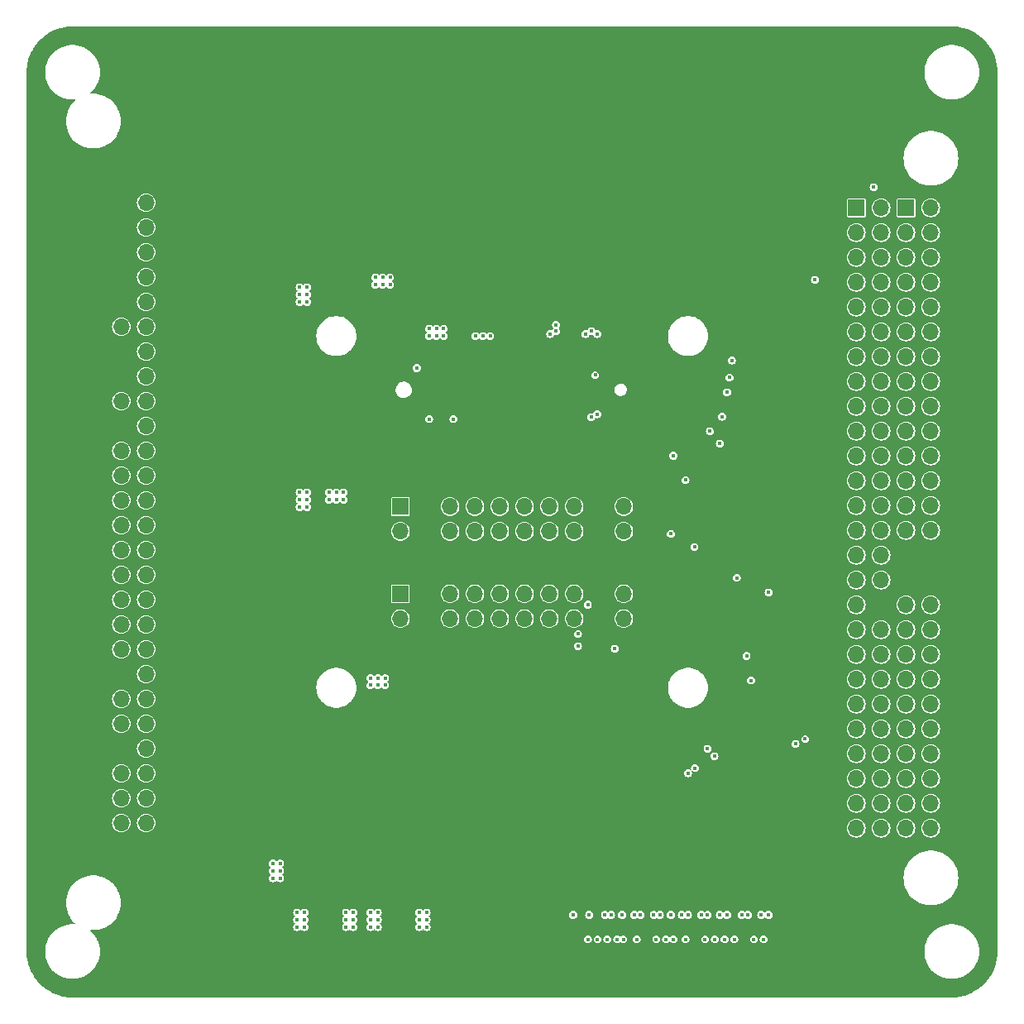
<source format=gbr>
%TF.GenerationSoftware,KiCad,Pcbnew,7.0.8*%
%TF.CreationDate,2024-04-10T10:35:42+02:00*%
%TF.ProjectId,ESLGSU_Adapter,45534c47-5355-45f4-9164-61707465722e,rev?*%
%TF.SameCoordinates,Original*%
%TF.FileFunction,Copper,L2,Inr*%
%TF.FilePolarity,Positive*%
%FSLAX46Y46*%
G04 Gerber Fmt 4.6, Leading zero omitted, Abs format (unit mm)*
G04 Created by KiCad (PCBNEW 7.0.8) date 2024-04-10 10:35:42*
%MOMM*%
%LPD*%
G01*
G04 APERTURE LIST*
%TA.AperFunction,ComponentPad*%
%ADD10R,1.700000X1.700000*%
%TD*%
%TA.AperFunction,ComponentPad*%
%ADD11O,1.700000X1.700000*%
%TD*%
%TA.AperFunction,ViaPad*%
%ADD12C,0.450000*%
%TD*%
G04 APERTURE END LIST*
D10*
%TO.N,/CAN1_L*%
%TO.C,J5*%
X122245000Y-55890000D03*
D11*
%TO.N,unconnected-(J5-Pin_2-Pad2)*%
X124785000Y-55890000D03*
%TO.N,/CAN1_H*%
X122245000Y-58430000D03*
%TO.N,unconnected-(J5-Pin_4-Pad4)*%
X124785000Y-58430000D03*
%TO.N,unconnected-(J5-Pin_5-Pad5)*%
X122245000Y-60970000D03*
%TO.N,unconnected-(J5-Pin_6-Pad6)*%
X124785000Y-60970000D03*
%TO.N,unconnected-(J5-Pin_7-Pad7)*%
X122245000Y-63510000D03*
%TO.N,unconnected-(J5-Pin_8-Pad8)*%
X124785000Y-63510000D03*
%TO.N,unconnected-(J5-Pin_9-Pad9)*%
X122245000Y-66050000D03*
%TO.N,unconnected-(J5-Pin_10-Pad10)*%
X124785000Y-66050000D03*
%TO.N,unconnected-(J5-Pin_11-Pad11)*%
X122245000Y-68590000D03*
%TO.N,unconnected-(J5-Pin_12-Pad12)*%
X124785000Y-68590000D03*
%TO.N,/RS4851_A*%
X122245000Y-71130000D03*
%TO.N,/RS4852_A*%
X124785000Y-71130000D03*
%TO.N,/RS4851_B*%
X122245000Y-73670000D03*
%TO.N,/RS4852_B*%
X124785000Y-73670000D03*
%TO.N,unconnected-(J5-Pin_17-Pad17)*%
X122245000Y-76210000D03*
%TO.N,unconnected-(J5-Pin_18-Pad18)*%
X124785000Y-76210000D03*
%TO.N,/UART1_TX*%
X122245000Y-78750000D03*
%TO.N,/UART1_RX*%
X124785000Y-78750000D03*
%TO.N,/I2C1_SCL*%
X122245000Y-81290000D03*
%TO.N,unconnected-(J5-Pin_22-Pad22)*%
X124785000Y-81290000D03*
%TO.N,/I2C1_SDA*%
X122245000Y-83830000D03*
%TO.N,unconnected-(J5-Pin_24-Pad24)*%
X124785000Y-83830000D03*
%TO.N,/GPIO_1*%
X122245000Y-86370000D03*
X124785000Y-86370000D03*
%TO.N,unconnected-(J5-Pin_27-Pad27)*%
X122245000Y-88910000D03*
%TO.N,unconnected-(J5-Pin_28-Pad28)*%
X124785000Y-88910000D03*
%TO.N,unconnected-(J5-Pin_29-Pad29)*%
X122245000Y-91450000D03*
%TO.N,unconnected-(J5-Pin_30-Pad30)*%
X124785000Y-91450000D03*
%TO.N,unconnected-(J5-Pin_31-Pad31)*%
X122245000Y-93990000D03*
%TO.N,unconnected-(J5-Pin_32-Pad32)*%
X124785000Y-93990000D03*
%TO.N,/GPIO_2*%
X122245000Y-96530000D03*
%TO.N,GND*%
X124785000Y-96530000D03*
%TO.N,/GPIO_3*%
X122245000Y-99070000D03*
%TO.N,unconnected-(J5-Pin_36-Pad36)*%
X124785000Y-99070000D03*
%TO.N,/GPIO_4*%
X122245000Y-101610000D03*
%TO.N,unconnected-(J5-Pin_38-Pad38)*%
X124785000Y-101610000D03*
%TO.N,/UART2_TX*%
X122245000Y-104150000D03*
%TO.N,/UART2_RX*%
X124785000Y-104150000D03*
%TO.N,/I2C2_SDA*%
X122245000Y-106690000D03*
%TO.N,unconnected-(J5-Pin_42-Pad42)*%
X124785000Y-106690000D03*
%TO.N,/I2C2_SCL*%
X122245000Y-109230000D03*
%TO.N,unconnected-(J5-Pin_44-Pad44)*%
X124785000Y-109230000D03*
%TO.N,unconnected-(J5-Pin_45-Pad45)*%
X122245000Y-111770000D03*
%TO.N,unconnected-(J5-Pin_46-Pad46)*%
X124785000Y-111770000D03*
%TO.N,unconnected-(J5-Pin_47-Pad47)*%
X122245000Y-114310000D03*
%TO.N,unconnected-(J5-Pin_48-Pad48)*%
X124785000Y-114310000D03*
%TO.N,/5V_S2*%
X122245000Y-116850000D03*
%TO.N,/3V3_S2*%
X124785000Y-116850000D03*
%TO.N,/5V_S1*%
X122245000Y-119390000D03*
%TO.N,/3V3_S1*%
X124785000Y-119390000D03*
%TD*%
D10*
%TO.N,/CAN2_L*%
%TO.C,J6*%
X127325000Y-55890000D03*
D11*
%TO.N,unconnected-(J6-Pin_2-Pad2)*%
X129865000Y-55890000D03*
%TO.N,/CAN2_H*%
X127325000Y-58430000D03*
%TO.N,unconnected-(J6-Pin_4-Pad4)*%
X129865000Y-58430000D03*
%TO.N,/GPIO_5*%
X127325000Y-60970000D03*
%TO.N,/GPIO_6*%
X129865000Y-60970000D03*
%TO.N,/GPIO_7*%
X127325000Y-63510000D03*
%TO.N,/GPIO_8*%
X129865000Y-63510000D03*
%TO.N,/SPI1_MISO*%
X127325000Y-66050000D03*
%TO.N,/SPI1_MOSI*%
X129865000Y-66050000D03*
%TO.N,/SPI1_SCK*%
X127325000Y-68590000D03*
%TO.N,/SPI1_NSS*%
X129865000Y-68590000D03*
%TO.N,unconnected-(J6-Pin_13-Pad13)*%
X127325000Y-71130000D03*
%TO.N,unconnected-(J6-Pin_14-Pad14)*%
X129865000Y-71130000D03*
%TO.N,unconnected-(J6-Pin_15-Pad15)*%
X127325000Y-73670000D03*
%TO.N,unconnected-(J6-Pin_16-Pad16)*%
X129865000Y-73670000D03*
%TO.N,/GPIO_5*%
X127325000Y-76210000D03*
%TO.N,/GPIO_6*%
X129865000Y-76210000D03*
%TO.N,/GPIO_7*%
X127325000Y-78750000D03*
%TO.N,/GPIO_8*%
X129865000Y-78750000D03*
%TO.N,unconnected-(J6-Pin_21-Pad21)*%
X127325000Y-81290000D03*
%TO.N,unconnected-(J6-Pin_22-Pad22)*%
X129865000Y-81290000D03*
%TO.N,/BUS_CH1*%
X127325000Y-83830000D03*
X129865000Y-83830000D03*
%TO.N,/BUS_5V*%
X127325000Y-86370000D03*
X129865000Y-86370000D03*
%TO.N,/BUS_3V3*%
X127325000Y-88910000D03*
X129865000Y-88910000D03*
%TO.N,GND*%
X127325000Y-91450000D03*
X129865000Y-91450000D03*
X127325000Y-93990000D03*
X129865000Y-93990000D03*
%TO.N,unconnected-(J6-Pin_33-Pad33)*%
X127325000Y-96530000D03*
%TO.N,unconnected-(J6-Pin_34-Pad34)*%
X129865000Y-96530000D03*
%TO.N,unconnected-(J6-Pin_35-Pad35)*%
X127325000Y-99070000D03*
%TO.N,unconnected-(J6-Pin_36-Pad36)*%
X129865000Y-99070000D03*
%TO.N,unconnected-(J6-Pin_37-Pad37)*%
X127325000Y-101610000D03*
%TO.N,unconnected-(J6-Pin_38-Pad38)*%
X129865000Y-101610000D03*
%TO.N,unconnected-(J6-Pin_39-Pad39)*%
X127325000Y-104150000D03*
%TO.N,unconnected-(J6-Pin_40-Pad40)*%
X129865000Y-104150000D03*
%TO.N,unconnected-(J6-Pin_41-Pad41)*%
X127325000Y-106690000D03*
%TO.N,unconnected-(J6-Pin_42-Pad42)*%
X129865000Y-106690000D03*
%TO.N,unconnected-(J6-Pin_43-Pad43)*%
X127325000Y-109230000D03*
%TO.N,unconnected-(J6-Pin_44-Pad44)*%
X129865000Y-109230000D03*
%TO.N,/BUS_UNREG*%
X127325000Y-111770000D03*
X129865000Y-111770000D03*
%TO.N,/SPI2_MISO*%
X127325000Y-114310000D03*
%TO.N,/SPI2_MOSI*%
X129865000Y-114310000D03*
%TO.N,/SPI2_SCK*%
X127325000Y-116850000D03*
%TO.N,/SPI2_NSS*%
X129865000Y-116850000D03*
%TO.N,unconnected-(J6-Pin_51-Pad51)*%
X127325000Y-119390000D03*
%TO.N,unconnected-(J6-Pin_52-Pad52)*%
X129865000Y-119390000D03*
%TD*%
D10*
%TO.N,/BUS_UNREG*%
%TO.C,J7*%
X75570000Y-86460000D03*
D11*
%TO.N,GND*%
X78110000Y-86460000D03*
%TO.N,/BUS_5V*%
X80650000Y-86460000D03*
%TO.N,/5V_S1*%
X83190000Y-86460000D03*
%TO.N,/5V_S2*%
X85730000Y-86460000D03*
%TO.N,/3V3_S2*%
X88270000Y-86460000D03*
%TO.N,/3V3_S1*%
X90810000Y-86460000D03*
%TO.N,/BUS_3V3*%
X93350000Y-86460000D03*
%TO.N,GND*%
X95890000Y-86460000D03*
%TO.N,unconnected-(J7-Pin_10-Pad10)*%
X98430000Y-86460000D03*
%TO.N,/I2C1_SCL*%
X98430000Y-89000000D03*
%TO.N,GND*%
X95890000Y-89000000D03*
%TO.N,/I2C1_SDA*%
X93350000Y-89000000D03*
%TO.N,/GPIO_4*%
X90810000Y-89000000D03*
%TO.N,/GPIO_3*%
X88270000Y-89000000D03*
%TO.N,/GPIO_2*%
X85730000Y-89000000D03*
%TO.N,/GPIO_1*%
X83190000Y-89000000D03*
%TO.N,/RS4851_B*%
X80650000Y-89000000D03*
%TO.N,GND*%
X78110000Y-89000000D03*
%TO.N,/RS4851_A*%
X75570000Y-89000000D03*
%TD*%
D10*
%TO.N,unconnected-(J4-Pin_1-Pad1)*%
%TO.C,J4*%
X75570000Y-95380000D03*
D11*
%TO.N,GND*%
X78110000Y-95380000D03*
%TO.N,/BUS_5V*%
X80650000Y-95380000D03*
%TO.N,/5V_S1*%
X83190000Y-95380000D03*
%TO.N,/5V_S2*%
X85730000Y-95380000D03*
%TO.N,/3V3_S2*%
X88270000Y-95380000D03*
%TO.N,/3V3_S1*%
X90810000Y-95380000D03*
%TO.N,/BUS_3V3*%
X93350000Y-95380000D03*
%TO.N,GND*%
X95890000Y-95380000D03*
%TO.N,/BUS_UNREG*%
X98430000Y-95380000D03*
%TO.N,/I2C1_SCL*%
X98430000Y-97920000D03*
%TO.N,GND*%
X95890000Y-97920000D03*
%TO.N,/I2C1_SDA*%
X93350000Y-97920000D03*
%TO.N,/GPIO_4*%
X90810000Y-97920000D03*
%TO.N,/GPIO_3*%
X88270000Y-97920000D03*
%TO.N,/GPIO_2*%
X85730000Y-97920000D03*
%TO.N,/GPIO_1*%
X83190000Y-97920000D03*
%TO.N,/RS4851_B*%
X80650000Y-97920000D03*
%TO.N,GND*%
X78110000Y-97920000D03*
%TO.N,/RS4851_A*%
X75570000Y-97920000D03*
%TD*%
D10*
%TO.N,GND*%
%TO.C,J3*%
X46990000Y-55346600D03*
D11*
%TO.N,/BUS_UNREG*%
X49530000Y-55346600D03*
%TO.N,GND*%
X46990000Y-57886600D03*
%TO.N,/BUS_UNREG*%
X49530000Y-57886600D03*
%TO.N,GND*%
X46990000Y-60426600D03*
%TO.N,/BUS_5V*%
X49530000Y-60426600D03*
%TO.N,GND*%
X46990000Y-62966600D03*
%TO.N,/5V_S1*%
X49530000Y-62966600D03*
%TO.N,GND*%
X46990000Y-65506600D03*
%TO.N,/5V_S2*%
X49530000Y-65506600D03*
%TO.N,unconnected-(J3-Pin_11-Pad11)*%
X46990000Y-68046600D03*
%TO.N,unconnected-(J3-Pin_12-Pad12)*%
X49530000Y-68046600D03*
%TO.N,GND*%
X46990000Y-70586600D03*
%TO.N,/3V3_S1*%
X49530000Y-70586600D03*
%TO.N,GND*%
X46990000Y-73126600D03*
%TO.N,/3V3_S2*%
X49530000Y-73126600D03*
%TO.N,unconnected-(J3-Pin_17-Pad17)*%
X46990000Y-75666600D03*
%TO.N,unconnected-(J3-Pin_18-Pad18)*%
X49530000Y-75666600D03*
%TO.N,GND*%
X46990000Y-78206600D03*
%TO.N,/BUS_3V3*%
X49530000Y-78206600D03*
%TO.N,unconnected-(J3-Pin_21-Pad21)*%
X46990000Y-80746600D03*
%TO.N,unconnected-(J3-Pin_22-Pad22)*%
X49530000Y-80746600D03*
%TO.N,unconnected-(J3-Pin_23-Pad23)*%
X46990000Y-83286600D03*
%TO.N,unconnected-(J3-Pin_24-Pad24)*%
X49530000Y-83286600D03*
%TO.N,unconnected-(J3-Pin_25-Pad25)*%
X46990000Y-85826600D03*
%TO.N,unconnected-(J3-Pin_26-Pad26)*%
X49530000Y-85826600D03*
%TO.N,unconnected-(J3-Pin_27-Pad27)*%
X46990000Y-88366600D03*
%TO.N,unconnected-(J3-Pin_28-Pad28)*%
X49530000Y-88366600D03*
%TO.N,unconnected-(J3-Pin_29-Pad29)*%
X46990000Y-90906600D03*
%TO.N,/GPIO_5*%
X49530000Y-90906600D03*
%TO.N,unconnected-(J3-Pin_31-Pad31)*%
X46990000Y-93446600D03*
%TO.N,/GPIO_4*%
X49530000Y-93446600D03*
%TO.N,unconnected-(J3-Pin_33-Pad33)*%
X46990000Y-95986600D03*
%TO.N,/GPIO_3*%
X49530000Y-95986600D03*
%TO.N,unconnected-(J3-Pin_35-Pad35)*%
X46990000Y-98526600D03*
%TO.N,/GPIO_1*%
X49530000Y-98526600D03*
%TO.N,unconnected-(J3-Pin_37-Pad37)*%
X46990000Y-101066600D03*
%TO.N,/CAN1_L*%
X49530000Y-101066600D03*
%TO.N,GND*%
X46990000Y-103606600D03*
%TO.N,/CAN1_H*%
X49530000Y-103606600D03*
%TO.N,unconnected-(J3-Pin_41-Pad41)*%
X46990000Y-106146600D03*
%TO.N,/UART1_RX*%
X49530000Y-106146600D03*
%TO.N,unconnected-(J3-Pin_43-Pad43)*%
X46990000Y-108686600D03*
%TO.N,/UART1_TX*%
X49530000Y-108686600D03*
%TO.N,GND*%
X46990000Y-111226600D03*
%TO.N,/I2C1_SDA*%
X49530000Y-111226600D03*
%TO.N,unconnected-(J3-Pin_47-Pad47)*%
X46990000Y-113766600D03*
%TO.N,/I2C1_SCL*%
X49530000Y-113766600D03*
%TO.N,unconnected-(J3-Pin_49-Pad49)*%
X46990000Y-116306600D03*
%TO.N,/GPIO_2*%
X49530000Y-116306600D03*
%TO.N,unconnected-(J3-Pin_51-Pad51)*%
X46990000Y-118846600D03*
%TO.N,unconnected-(J3-Pin_52-Pad52)*%
X49530000Y-118846600D03*
%TD*%
D12*
%TO.N,GND*%
X86500000Y-69000000D03*
X68250000Y-123750000D03*
X82250000Y-69000000D03*
X89850000Y-132750000D03*
X76000000Y-123750000D03*
X67500000Y-123750000D03*
X85750000Y-69000000D03*
X75250000Y-123000000D03*
X79800000Y-77100000D03*
X75250000Y-124500000D03*
X105500000Y-130750000D03*
X89400000Y-77100000D03*
X87000000Y-77100000D03*
X81500000Y-69000000D03*
X93750000Y-130750000D03*
X87250000Y-69000000D03*
X82200000Y-77100000D03*
X84600000Y-77100000D03*
X76000000Y-123000000D03*
X110750000Y-130750000D03*
X94500000Y-77000000D03*
X76000000Y-124500000D03*
X75250000Y-123750000D03*
X117300000Y-132550000D03*
X68250000Y-124500000D03*
X91800000Y-77100000D03*
X68250000Y-123000000D03*
X80750000Y-69000000D03*
X67500000Y-124500000D03*
X60500000Y-126400000D03*
X101121497Y-130750000D03*
X82500000Y-126000000D03*
X67500000Y-123000000D03*
%TO.N,/GPIO_8*%
X90900000Y-68800000D03*
X93250000Y-128250000D03*
%TO.N,/GPIO_7*%
X94750000Y-130750000D03*
X91500000Y-68500000D03*
X124000000Y-53750000D03*
%TO.N,/GPIO_6*%
X94878503Y-128250000D03*
X91500000Y-67871497D03*
%TO.N,/GPIO_5*%
X95750000Y-130750000D03*
X77250000Y-72277000D03*
%TO.N,/GPIO_4*%
X93750000Y-99500000D03*
X118000000Y-63250000D03*
X96500000Y-128250000D03*
%TO.N,/GPIO_3*%
X93750000Y-100750000D03*
X96750000Y-130750000D03*
%TO.N,/GPIO_2*%
X94750000Y-96500000D03*
X97128503Y-128250000D03*
%TO.N,/GPIO_1*%
X97500000Y-101000000D03*
X97750000Y-130750000D03*
%TO.N,/5V_S2*%
X98250000Y-128250000D03*
X103249998Y-89250000D03*
%TO.N,/SPI2_NSS*%
X98378503Y-130750000D03*
%TO.N,/SPI2_SCK*%
X99500000Y-128250000D03*
%TO.N,/SPI2_MOSI*%
X99750000Y-130750000D03*
%TO.N,/SPI2_MISO*%
X100128503Y-128250000D03*
%TO.N,/SPI1_NSS*%
X101500000Y-128250000D03*
X95500000Y-73000000D03*
%TO.N,/SPI1_SCK*%
X101750000Y-130750000D03*
X94500000Y-68800000D03*
%TO.N,/SPI1_MOSI*%
X102128503Y-128250000D03*
X95700000Y-68800000D03*
%TO.N,/SPI1_MISO*%
X95100000Y-68500000D03*
X102750000Y-130750000D03*
%TO.N,/5V_S1*%
X103250000Y-128250000D03*
X105658002Y-90592000D03*
%TO.N,/I2C2_SDA*%
X103500000Y-130750000D03*
%TO.N,/I2C2_SCL*%
X104371497Y-128250000D03*
%TO.N,/I2C1_SDA*%
X104750000Y-83750000D03*
X95700000Y-77000000D03*
X105719000Y-113219000D03*
X104750000Y-130750000D03*
%TO.N,/I2C1_SCL*%
X105000000Y-113750000D03*
X105000000Y-128250000D03*
X103500000Y-81250000D03*
X95100000Y-77299988D03*
%TO.N,/UART2_RX*%
X106371497Y-128250000D03*
%TO.N,/UART2_TX*%
X106750000Y-130750000D03*
%TO.N,/UART1_RX*%
X107000000Y-111250000D03*
X107250000Y-78750000D03*
X107000000Y-128250000D03*
%TO.N,/UART1_TX*%
X107719000Y-112000000D03*
X108250000Y-80000000D03*
X107750000Y-130750000D03*
%TO.N,/3V3_S2*%
X108250000Y-128250000D03*
X81000000Y-77500000D03*
X110000000Y-93750000D03*
%TO.N,/RS4852_B*%
X108750000Y-130750000D03*
X109000000Y-74750000D03*
%TO.N,/RS4852_A*%
X108500000Y-77250000D03*
X109000000Y-128250000D03*
%TO.N,/RS4851_B*%
X109250000Y-73250000D03*
X109750000Y-130750000D03*
X111000000Y-101750000D03*
%TO.N,/RS4851_A*%
X110500000Y-128250000D03*
X109500000Y-71500000D03*
X111462000Y-104250000D03*
%TO.N,/CAN2_H*%
X111128503Y-128250000D03*
%TO.N,/CAN2_L*%
X111750000Y-130750000D03*
%TO.N,/CAN1_H*%
X112500000Y-128250000D03*
X116000000Y-110750000D03*
%TO.N,/CAN1_L*%
X112750000Y-130750000D03*
X117000000Y-110250000D03*
%TO.N,/3V3_S1*%
X78500000Y-77500000D03*
X113250000Y-95250000D03*
X113250000Y-128250000D03*
%TO.N,/BUS_CH1*%
X78250000Y-128000000D03*
X78250000Y-128750000D03*
X78250000Y-129500000D03*
X77500000Y-129500000D03*
X77500000Y-128750000D03*
X77500000Y-128000000D03*
%TO.N,/BUS_UNREG*%
X69750000Y-85750000D03*
X73250000Y-104000000D03*
X73750000Y-63750000D03*
X84750000Y-69000000D03*
X73250000Y-128000000D03*
X83250000Y-69000000D03*
X70000000Y-129500000D03*
X72500000Y-104750000D03*
X73250000Y-128750000D03*
X74000000Y-104000000D03*
X70750000Y-128750000D03*
X68250000Y-85000000D03*
X74500000Y-63000000D03*
X73250000Y-129500000D03*
X72500000Y-128750000D03*
X70000000Y-128000000D03*
X69000000Y-85000000D03*
X74500000Y-63750000D03*
X69000000Y-85750000D03*
X70000000Y-128750000D03*
X73250000Y-104750000D03*
X69750000Y-85000000D03*
X73750000Y-63000000D03*
X73000000Y-63000000D03*
X84000000Y-69000000D03*
X73000000Y-63750000D03*
X72500000Y-104000000D03*
X70750000Y-128000000D03*
X72500000Y-128000000D03*
X74000000Y-104750000D03*
X72500000Y-129500000D03*
X68250000Y-85750000D03*
X70750000Y-129500000D03*
%TO.N,/BUS_5V*%
X65250000Y-64000000D03*
X66000000Y-64750000D03*
X65250000Y-86500000D03*
X66000000Y-85750000D03*
X65750000Y-128750000D03*
X66000000Y-85000000D03*
X65750000Y-129500000D03*
X65000000Y-129500000D03*
X65250000Y-64750000D03*
X66000000Y-86500000D03*
X66000000Y-64000000D03*
X65250000Y-85000000D03*
X65250000Y-65500000D03*
X66000000Y-65500000D03*
X65250000Y-85750000D03*
X65000000Y-128000000D03*
X65000000Y-128750000D03*
X65750000Y-128000000D03*
%TO.N,/BUS_3V3*%
X63250000Y-123750000D03*
X78500000Y-68250000D03*
X62500000Y-123000000D03*
X62500000Y-123750000D03*
X78500000Y-69000000D03*
X79250000Y-69000000D03*
X63250000Y-123000000D03*
X62500000Y-124500000D03*
X79250000Y-68250000D03*
X80000000Y-68250000D03*
X80000000Y-69000000D03*
X63250000Y-124500000D03*
%TD*%
%TA.AperFunction,Conductor*%
%TO.N,GND*%
G36*
X132408533Y-37318336D02*
G01*
X132410642Y-37318522D01*
X132612824Y-37345139D01*
X132815011Y-37371757D01*
X132817085Y-37372123D01*
X133215274Y-37460400D01*
X133217328Y-37460950D01*
X133606326Y-37583600D01*
X133608298Y-37584318D01*
X133985108Y-37740398D01*
X133987035Y-37741297D01*
X134348805Y-37929623D01*
X134350657Y-37930692D01*
X134694623Y-38149822D01*
X134696367Y-38151043D01*
X134823735Y-38248776D01*
X135019924Y-38399317D01*
X135021562Y-38400691D01*
X135322258Y-38676229D01*
X135323770Y-38677741D01*
X135599308Y-38978437D01*
X135600682Y-38980075D01*
X135848950Y-39303624D01*
X135850177Y-39305376D01*
X136069307Y-39649342D01*
X136070376Y-39651194D01*
X136258702Y-40012964D01*
X136259605Y-40014901D01*
X136334886Y-40196645D01*
X136415674Y-40391683D01*
X136416406Y-40393693D01*
X136539047Y-40782663D01*
X136539600Y-40784729D01*
X136627871Y-41182887D01*
X136628242Y-41184993D01*
X136681477Y-41589357D01*
X136681664Y-41591487D01*
X136699500Y-42000000D01*
X136699500Y-132000000D01*
X136681664Y-132408512D01*
X136681477Y-132410642D01*
X136628242Y-132815006D01*
X136627871Y-132817112D01*
X136539600Y-133215270D01*
X136539047Y-133217336D01*
X136416406Y-133606306D01*
X136415674Y-133608316D01*
X136259606Y-133985097D01*
X136258702Y-133987035D01*
X136070376Y-134348805D01*
X136069307Y-134350657D01*
X135850177Y-134694623D01*
X135848950Y-134696375D01*
X135600682Y-135019924D01*
X135599308Y-135021562D01*
X135323770Y-135322258D01*
X135322258Y-135323770D01*
X135021562Y-135599308D01*
X135019924Y-135600682D01*
X134696375Y-135848950D01*
X134694623Y-135850177D01*
X134350657Y-136069307D01*
X134348805Y-136070376D01*
X133987035Y-136258702D01*
X133985097Y-136259606D01*
X133608316Y-136415674D01*
X133606306Y-136416406D01*
X133217336Y-136539047D01*
X133215270Y-136539600D01*
X132905908Y-136608184D01*
X132817107Y-136627871D01*
X132815006Y-136628242D01*
X132410642Y-136681477D01*
X132408512Y-136681664D01*
X132000000Y-136699500D01*
X42000000Y-136699500D01*
X41591485Y-136681663D01*
X41589357Y-136681477D01*
X41184993Y-136628242D01*
X41182896Y-136627872D01*
X41006239Y-136588708D01*
X40784729Y-136539600D01*
X40782663Y-136539047D01*
X40588178Y-136477726D01*
X40393686Y-136416403D01*
X40391689Y-136415676D01*
X40014901Y-136259605D01*
X40012964Y-136258702D01*
X39651194Y-136070376D01*
X39649342Y-136069307D01*
X39305376Y-135850177D01*
X39303624Y-135848950D01*
X38980075Y-135600682D01*
X38978437Y-135599308D01*
X38677741Y-135323770D01*
X38676229Y-135322258D01*
X38400691Y-135021562D01*
X38399317Y-135019924D01*
X38231159Y-134800776D01*
X38151043Y-134696367D01*
X38149822Y-134694623D01*
X38074297Y-134576073D01*
X38016820Y-134485851D01*
X37930692Y-134350657D01*
X37929623Y-134348805D01*
X37741297Y-133987035D01*
X37740398Y-133985108D01*
X37584318Y-133608298D01*
X37583600Y-133606326D01*
X37460950Y-133217328D01*
X37460399Y-133215270D01*
X37432333Y-133088674D01*
X37372123Y-132817085D01*
X37371757Y-132815006D01*
X37318522Y-132410642D01*
X37318336Y-132408533D01*
X37300500Y-132000000D01*
X39194478Y-132000000D01*
X39213447Y-132325697D01*
X39270102Y-132647004D01*
X39363667Y-132959531D01*
X39363667Y-132959534D01*
X39363672Y-132959545D01*
X39492894Y-133259116D01*
X39656021Y-133541660D01*
X39803267Y-133739446D01*
X39850847Y-133803358D01*
X40024138Y-133987035D01*
X40074734Y-134040663D01*
X40324658Y-134250374D01*
X40597239Y-134429653D01*
X40888790Y-134576075D01*
X41195367Y-134687661D01*
X41512826Y-134762900D01*
X41836873Y-134800776D01*
X41836878Y-134800776D01*
X42163122Y-134800776D01*
X42163127Y-134800776D01*
X42487174Y-134762900D01*
X42804633Y-134687661D01*
X43111210Y-134576075D01*
X43402761Y-134429653D01*
X43675342Y-134250374D01*
X43925266Y-134040663D01*
X44149155Y-133803355D01*
X44343979Y-133541660D01*
X44507106Y-133259116D01*
X44636328Y-132959545D01*
X44636329Y-132959539D01*
X44636332Y-132959534D01*
X44636332Y-132959531D01*
X44729897Y-132647004D01*
X44729899Y-132646998D01*
X44786552Y-132325701D01*
X44805522Y-132000000D01*
X129194478Y-132000000D01*
X129213447Y-132325697D01*
X129270102Y-132647004D01*
X129363667Y-132959531D01*
X129363667Y-132959534D01*
X129363672Y-132959545D01*
X129492894Y-133259116D01*
X129656021Y-133541660D01*
X129803267Y-133739446D01*
X129850847Y-133803358D01*
X130024138Y-133987035D01*
X130074734Y-134040663D01*
X130324658Y-134250374D01*
X130597239Y-134429653D01*
X130888790Y-134576075D01*
X131195367Y-134687661D01*
X131512826Y-134762900D01*
X131836873Y-134800776D01*
X131836878Y-134800776D01*
X132163122Y-134800776D01*
X132163127Y-134800776D01*
X132487174Y-134762900D01*
X132804633Y-134687661D01*
X133111210Y-134576075D01*
X133402761Y-134429653D01*
X133675342Y-134250374D01*
X133925266Y-134040663D01*
X134149155Y-133803355D01*
X134343979Y-133541660D01*
X134507106Y-133259116D01*
X134636328Y-132959545D01*
X134636329Y-132959539D01*
X134636332Y-132959534D01*
X134636332Y-132959531D01*
X134729897Y-132647004D01*
X134729899Y-132646998D01*
X134786552Y-132325701D01*
X134805522Y-132000000D01*
X134786552Y-131674299D01*
X134729899Y-131353002D01*
X134636924Y-131042446D01*
X134636332Y-131040468D01*
X134636332Y-131040465D01*
X134636328Y-131040455D01*
X134507106Y-130740884D01*
X134343979Y-130458340D01*
X134149155Y-130196645D01*
X134149154Y-130196644D01*
X134149152Y-130196641D01*
X133925266Y-129959337D01*
X133837400Y-129885609D01*
X133675342Y-129749626D01*
X133402761Y-129570347D01*
X133397740Y-129567825D01*
X133111213Y-129423926D01*
X132804635Y-129312339D01*
X132487180Y-129237101D01*
X132487176Y-129237100D01*
X132487174Y-129237100D01*
X132163127Y-129199224D01*
X131836873Y-129199224D01*
X131512826Y-129237100D01*
X131512823Y-129237100D01*
X131512820Y-129237101D01*
X131512819Y-129237101D01*
X131195364Y-129312339D01*
X130888786Y-129423926D01*
X130597242Y-129570345D01*
X130597237Y-129570348D01*
X130324655Y-129749628D01*
X130074733Y-129959337D01*
X129850847Y-130196641D01*
X129656018Y-130458344D01*
X129492897Y-130740877D01*
X129492893Y-130740886D01*
X129363667Y-131040465D01*
X129363667Y-131040468D01*
X129270102Y-131352995D01*
X129213447Y-131674302D01*
X129194478Y-131999997D01*
X129194478Y-132000000D01*
X44805522Y-132000000D01*
X44786552Y-131674299D01*
X44729899Y-131353002D01*
X44636924Y-131042446D01*
X44636332Y-131040468D01*
X44636332Y-131040465D01*
X44636328Y-131040455D01*
X44511038Y-130750000D01*
X94340458Y-130750000D01*
X94360502Y-130876555D01*
X94360502Y-130876556D01*
X94360503Y-130876557D01*
X94418656Y-130990689D01*
X94418674Y-130990723D01*
X94509277Y-131081326D01*
X94623445Y-131139498D01*
X94750000Y-131159542D01*
X94876555Y-131139498D01*
X94990723Y-131081326D01*
X95081326Y-130990723D01*
X95139498Y-130876555D01*
X95159542Y-130750000D01*
X95340458Y-130750000D01*
X95360502Y-130876555D01*
X95360502Y-130876556D01*
X95360503Y-130876557D01*
X95418656Y-130990689D01*
X95418674Y-130990723D01*
X95509277Y-131081326D01*
X95623445Y-131139498D01*
X95750000Y-131159542D01*
X95876555Y-131139498D01*
X95990723Y-131081326D01*
X96081326Y-130990723D01*
X96139498Y-130876555D01*
X96159542Y-130750000D01*
X96340458Y-130750000D01*
X96360502Y-130876555D01*
X96360502Y-130876556D01*
X96360503Y-130876557D01*
X96418656Y-130990689D01*
X96418674Y-130990723D01*
X96509277Y-131081326D01*
X96623445Y-131139498D01*
X96750000Y-131159542D01*
X96876555Y-131139498D01*
X96990723Y-131081326D01*
X97081326Y-130990723D01*
X97139498Y-130876555D01*
X97159542Y-130750000D01*
X97340458Y-130750000D01*
X97360502Y-130876555D01*
X97360502Y-130876556D01*
X97360503Y-130876557D01*
X97418656Y-130990689D01*
X97418674Y-130990723D01*
X97509277Y-131081326D01*
X97623445Y-131139498D01*
X97750000Y-131159542D01*
X97876555Y-131139498D01*
X97990723Y-131081326D01*
X98029602Y-131042445D01*
X98064250Y-131028093D01*
X98098898Y-131042444D01*
X98137780Y-131081326D01*
X98251948Y-131139498D01*
X98378503Y-131159542D01*
X98505058Y-131139498D01*
X98619226Y-131081326D01*
X98709829Y-130990723D01*
X98768001Y-130876555D01*
X98788045Y-130750000D01*
X99340458Y-130750000D01*
X99360502Y-130876555D01*
X99360502Y-130876556D01*
X99360503Y-130876557D01*
X99418656Y-130990689D01*
X99418674Y-130990723D01*
X99509277Y-131081326D01*
X99623445Y-131139498D01*
X99750000Y-131159542D01*
X99876555Y-131139498D01*
X99990723Y-131081326D01*
X100081326Y-130990723D01*
X100139498Y-130876555D01*
X100159542Y-130750000D01*
X101340458Y-130750000D01*
X101360502Y-130876555D01*
X101360502Y-130876556D01*
X101360503Y-130876557D01*
X101418656Y-130990689D01*
X101418674Y-130990723D01*
X101509277Y-131081326D01*
X101623445Y-131139498D01*
X101750000Y-131159542D01*
X101876555Y-131139498D01*
X101990723Y-131081326D01*
X102081326Y-130990723D01*
X102139498Y-130876555D01*
X102159542Y-130750000D01*
X102340458Y-130750000D01*
X102360502Y-130876555D01*
X102360502Y-130876556D01*
X102360503Y-130876557D01*
X102418656Y-130990689D01*
X102418674Y-130990723D01*
X102509277Y-131081326D01*
X102623445Y-131139498D01*
X102750000Y-131159542D01*
X102876555Y-131139498D01*
X102990723Y-131081326D01*
X103081326Y-130990723D01*
X103081338Y-130990700D01*
X103081349Y-130990689D01*
X103083596Y-130987599D01*
X103084337Y-130988137D01*
X103109853Y-130966340D01*
X103147240Y-130969278D01*
X103165915Y-130987953D01*
X103166404Y-130987599D01*
X103168645Y-130990683D01*
X103168662Y-130990700D01*
X103168674Y-130990723D01*
X103259277Y-131081326D01*
X103373445Y-131139498D01*
X103500000Y-131159542D01*
X103626555Y-131139498D01*
X103740723Y-131081326D01*
X103831326Y-130990723D01*
X103889498Y-130876555D01*
X103909542Y-130750000D01*
X104340458Y-130750000D01*
X104360502Y-130876555D01*
X104360502Y-130876556D01*
X104360503Y-130876557D01*
X104418656Y-130990689D01*
X104418674Y-130990723D01*
X104509277Y-131081326D01*
X104623445Y-131139498D01*
X104750000Y-131159542D01*
X104876555Y-131139498D01*
X104990723Y-131081326D01*
X105081326Y-130990723D01*
X105139498Y-130876555D01*
X105159542Y-130750000D01*
X106340458Y-130750000D01*
X106360502Y-130876555D01*
X106360502Y-130876556D01*
X106360503Y-130876557D01*
X106418656Y-130990689D01*
X106418674Y-130990723D01*
X106509277Y-131081326D01*
X106623445Y-131139498D01*
X106750000Y-131159542D01*
X106876555Y-131139498D01*
X106990723Y-131081326D01*
X107081326Y-130990723D01*
X107139498Y-130876555D01*
X107159542Y-130750000D01*
X107340458Y-130750000D01*
X107360502Y-130876555D01*
X107360502Y-130876556D01*
X107360503Y-130876557D01*
X107418656Y-130990689D01*
X107418674Y-130990723D01*
X107509277Y-131081326D01*
X107623445Y-131139498D01*
X107750000Y-131159542D01*
X107876555Y-131139498D01*
X107990723Y-131081326D01*
X108081326Y-130990723D01*
X108139498Y-130876555D01*
X108159542Y-130750000D01*
X108340458Y-130750000D01*
X108360502Y-130876555D01*
X108360502Y-130876556D01*
X108360503Y-130876557D01*
X108418656Y-130990689D01*
X108418674Y-130990723D01*
X108509277Y-131081326D01*
X108623445Y-131139498D01*
X108750000Y-131159542D01*
X108876555Y-131139498D01*
X108990723Y-131081326D01*
X109081326Y-130990723D01*
X109139498Y-130876555D01*
X109159542Y-130750000D01*
X109340458Y-130750000D01*
X109360502Y-130876555D01*
X109360502Y-130876556D01*
X109360503Y-130876557D01*
X109418656Y-130990689D01*
X109418674Y-130990723D01*
X109509277Y-131081326D01*
X109623445Y-131139498D01*
X109750000Y-131159542D01*
X109876555Y-131139498D01*
X109990723Y-131081326D01*
X110081326Y-130990723D01*
X110139498Y-130876555D01*
X110159542Y-130750000D01*
X111340458Y-130750000D01*
X111360502Y-130876555D01*
X111360502Y-130876556D01*
X111360503Y-130876557D01*
X111418656Y-130990689D01*
X111418674Y-130990723D01*
X111509277Y-131081326D01*
X111623445Y-131139498D01*
X111750000Y-131159542D01*
X111876555Y-131139498D01*
X111990723Y-131081326D01*
X112081326Y-130990723D01*
X112139498Y-130876555D01*
X112159542Y-130750000D01*
X112340458Y-130750000D01*
X112360502Y-130876555D01*
X112360502Y-130876556D01*
X112360503Y-130876557D01*
X112418656Y-130990689D01*
X112418674Y-130990723D01*
X112509277Y-131081326D01*
X112623445Y-131139498D01*
X112750000Y-131159542D01*
X112876555Y-131139498D01*
X112990723Y-131081326D01*
X113081326Y-130990723D01*
X113139498Y-130876555D01*
X113159542Y-130750000D01*
X113139498Y-130623445D01*
X113081326Y-130509277D01*
X112990723Y-130418674D01*
X112990721Y-130418673D01*
X112990720Y-130418672D01*
X112876557Y-130360503D01*
X112876556Y-130360502D01*
X112876555Y-130360502D01*
X112750000Y-130340458D01*
X112623445Y-130360502D01*
X112623443Y-130360502D01*
X112623442Y-130360503D01*
X112509279Y-130418672D01*
X112509273Y-130418677D01*
X112418677Y-130509273D01*
X112418672Y-130509279D01*
X112360503Y-130623442D01*
X112360502Y-130623443D01*
X112360502Y-130623445D01*
X112340458Y-130750000D01*
X112159542Y-130750000D01*
X112139498Y-130623445D01*
X112081326Y-130509277D01*
X111990723Y-130418674D01*
X111990721Y-130418673D01*
X111990720Y-130418672D01*
X111876557Y-130360503D01*
X111876556Y-130360502D01*
X111876555Y-130360502D01*
X111750000Y-130340458D01*
X111623445Y-130360502D01*
X111623443Y-130360502D01*
X111623442Y-130360503D01*
X111509279Y-130418672D01*
X111509273Y-130418677D01*
X111418677Y-130509273D01*
X111418672Y-130509279D01*
X111360503Y-130623442D01*
X111360502Y-130623443D01*
X111360502Y-130623445D01*
X111340458Y-130750000D01*
X110159542Y-130750000D01*
X110139498Y-130623445D01*
X110081326Y-130509277D01*
X109990723Y-130418674D01*
X109990721Y-130418673D01*
X109990720Y-130418672D01*
X109876557Y-130360503D01*
X109876556Y-130360502D01*
X109876555Y-130360502D01*
X109750000Y-130340458D01*
X109623445Y-130360502D01*
X109623443Y-130360502D01*
X109623442Y-130360503D01*
X109509279Y-130418672D01*
X109509273Y-130418677D01*
X109418677Y-130509273D01*
X109418672Y-130509279D01*
X109360503Y-130623442D01*
X109360502Y-130623443D01*
X109360502Y-130623445D01*
X109340458Y-130750000D01*
X109159542Y-130750000D01*
X109139498Y-130623445D01*
X109081326Y-130509277D01*
X108990723Y-130418674D01*
X108990721Y-130418673D01*
X108990720Y-130418672D01*
X108876557Y-130360503D01*
X108876556Y-130360502D01*
X108876555Y-130360502D01*
X108750000Y-130340458D01*
X108623445Y-130360502D01*
X108623443Y-130360502D01*
X108623442Y-130360503D01*
X108509279Y-130418672D01*
X108509273Y-130418677D01*
X108418677Y-130509273D01*
X108418672Y-130509279D01*
X108360503Y-130623442D01*
X108360502Y-130623443D01*
X108360502Y-130623445D01*
X108340458Y-130750000D01*
X108159542Y-130750000D01*
X108139498Y-130623445D01*
X108081326Y-130509277D01*
X107990723Y-130418674D01*
X107990721Y-130418673D01*
X107990720Y-130418672D01*
X107876557Y-130360503D01*
X107876556Y-130360502D01*
X107876555Y-130360502D01*
X107750000Y-130340458D01*
X107623445Y-130360502D01*
X107623443Y-130360502D01*
X107623442Y-130360503D01*
X107509279Y-130418672D01*
X107509273Y-130418677D01*
X107418677Y-130509273D01*
X107418672Y-130509279D01*
X107360503Y-130623442D01*
X107360502Y-130623443D01*
X107360502Y-130623445D01*
X107340458Y-130750000D01*
X107159542Y-130750000D01*
X107139498Y-130623445D01*
X107081326Y-130509277D01*
X106990723Y-130418674D01*
X106990721Y-130418673D01*
X106990720Y-130418672D01*
X106876557Y-130360503D01*
X106876556Y-130360502D01*
X106876555Y-130360502D01*
X106750000Y-130340458D01*
X106623445Y-130360502D01*
X106623443Y-130360502D01*
X106623442Y-130360503D01*
X106509279Y-130418672D01*
X106509273Y-130418677D01*
X106418677Y-130509273D01*
X106418672Y-130509279D01*
X106360503Y-130623442D01*
X106360502Y-130623443D01*
X106360502Y-130623445D01*
X106340458Y-130750000D01*
X105159542Y-130750000D01*
X105139498Y-130623445D01*
X105081326Y-130509277D01*
X104990723Y-130418674D01*
X104990721Y-130418673D01*
X104990720Y-130418672D01*
X104876557Y-130360503D01*
X104876556Y-130360502D01*
X104876555Y-130360502D01*
X104750000Y-130340458D01*
X104623445Y-130360502D01*
X104623443Y-130360502D01*
X104623442Y-130360503D01*
X104509279Y-130418672D01*
X104509273Y-130418677D01*
X104418677Y-130509273D01*
X104418672Y-130509279D01*
X104360503Y-130623442D01*
X104360502Y-130623443D01*
X104360502Y-130623445D01*
X104340458Y-130750000D01*
X103909542Y-130750000D01*
X103889498Y-130623445D01*
X103831326Y-130509277D01*
X103740723Y-130418674D01*
X103740721Y-130418673D01*
X103740720Y-130418672D01*
X103626557Y-130360503D01*
X103626556Y-130360502D01*
X103626555Y-130360502D01*
X103500000Y-130340458D01*
X103373445Y-130360502D01*
X103373443Y-130360502D01*
X103373442Y-130360503D01*
X103259279Y-130418672D01*
X103259273Y-130418677D01*
X103168677Y-130509273D01*
X103168671Y-130509281D01*
X103168657Y-130509310D01*
X103168640Y-130509323D01*
X103166408Y-130512397D01*
X103165669Y-130511860D01*
X103140137Y-130533663D01*
X103102750Y-130530717D01*
X103084077Y-130512044D01*
X103083592Y-130512397D01*
X103081365Y-130509332D01*
X103081343Y-130509310D01*
X103081328Y-130509281D01*
X103081326Y-130509277D01*
X102990723Y-130418674D01*
X102990721Y-130418673D01*
X102990720Y-130418672D01*
X102876557Y-130360503D01*
X102876556Y-130360502D01*
X102876555Y-130360502D01*
X102750000Y-130340458D01*
X102623445Y-130360502D01*
X102623443Y-130360502D01*
X102623442Y-130360503D01*
X102509279Y-130418672D01*
X102509273Y-130418677D01*
X102418677Y-130509273D01*
X102418672Y-130509279D01*
X102360503Y-130623442D01*
X102360502Y-130623443D01*
X102360502Y-130623445D01*
X102340458Y-130750000D01*
X102159542Y-130750000D01*
X102139498Y-130623445D01*
X102081326Y-130509277D01*
X101990723Y-130418674D01*
X101990721Y-130418673D01*
X101990720Y-130418672D01*
X101876557Y-130360503D01*
X101876556Y-130360502D01*
X101876555Y-130360502D01*
X101750000Y-130340458D01*
X101623445Y-130360502D01*
X101623443Y-130360502D01*
X101623442Y-130360503D01*
X101509279Y-130418672D01*
X101509273Y-130418677D01*
X101418677Y-130509273D01*
X101418672Y-130509279D01*
X101360503Y-130623442D01*
X101360502Y-130623443D01*
X101360502Y-130623445D01*
X101340458Y-130750000D01*
X100159542Y-130750000D01*
X100139498Y-130623445D01*
X100081326Y-130509277D01*
X99990723Y-130418674D01*
X99990721Y-130418673D01*
X99990720Y-130418672D01*
X99876557Y-130360503D01*
X99876556Y-130360502D01*
X99876555Y-130360502D01*
X99750000Y-130340458D01*
X99623445Y-130360502D01*
X99623443Y-130360502D01*
X99623442Y-130360503D01*
X99509279Y-130418672D01*
X99509273Y-130418677D01*
X99418677Y-130509273D01*
X99418672Y-130509279D01*
X99360503Y-130623442D01*
X99360502Y-130623443D01*
X99360502Y-130623445D01*
X99340458Y-130750000D01*
X98788045Y-130750000D01*
X98768001Y-130623445D01*
X98709829Y-130509277D01*
X98619226Y-130418674D01*
X98619224Y-130418673D01*
X98619223Y-130418672D01*
X98505060Y-130360503D01*
X98505059Y-130360502D01*
X98505058Y-130360502D01*
X98378503Y-130340458D01*
X98251948Y-130360502D01*
X98251946Y-130360502D01*
X98251945Y-130360503D01*
X98137784Y-130418670D01*
X98137780Y-130418674D01*
X98098898Y-130457555D01*
X98064250Y-130471906D01*
X98029603Y-130457554D01*
X97990726Y-130418677D01*
X97990723Y-130418674D01*
X97990721Y-130418673D01*
X97990720Y-130418672D01*
X97876557Y-130360503D01*
X97876556Y-130360502D01*
X97876555Y-130360502D01*
X97750000Y-130340458D01*
X97623445Y-130360502D01*
X97623443Y-130360502D01*
X97623442Y-130360503D01*
X97509279Y-130418672D01*
X97509273Y-130418677D01*
X97418677Y-130509273D01*
X97418672Y-130509279D01*
X97360503Y-130623442D01*
X97360502Y-130623443D01*
X97360502Y-130623445D01*
X97340458Y-130750000D01*
X97159542Y-130750000D01*
X97139498Y-130623445D01*
X97081326Y-130509277D01*
X96990723Y-130418674D01*
X96990721Y-130418673D01*
X96990720Y-130418672D01*
X96876557Y-130360503D01*
X96876556Y-130360502D01*
X96876555Y-130360502D01*
X96750000Y-130340458D01*
X96623445Y-130360502D01*
X96623443Y-130360502D01*
X96623442Y-130360503D01*
X96509279Y-130418672D01*
X96509273Y-130418677D01*
X96418677Y-130509273D01*
X96418672Y-130509279D01*
X96360503Y-130623442D01*
X96360502Y-130623443D01*
X96360502Y-130623445D01*
X96340458Y-130750000D01*
X96159542Y-130750000D01*
X96139498Y-130623445D01*
X96081326Y-130509277D01*
X95990723Y-130418674D01*
X95990721Y-130418673D01*
X95990720Y-130418672D01*
X95876557Y-130360503D01*
X95876556Y-130360502D01*
X95876555Y-130360502D01*
X95750000Y-130340458D01*
X95623445Y-130360502D01*
X95623443Y-130360502D01*
X95623442Y-130360503D01*
X95509279Y-130418672D01*
X95509273Y-130418677D01*
X95418677Y-130509273D01*
X95418672Y-130509279D01*
X95360503Y-130623442D01*
X95360502Y-130623443D01*
X95360502Y-130623445D01*
X95340458Y-130750000D01*
X95159542Y-130750000D01*
X95139498Y-130623445D01*
X95081326Y-130509277D01*
X94990723Y-130418674D01*
X94990721Y-130418673D01*
X94990720Y-130418672D01*
X94876557Y-130360503D01*
X94876556Y-130360502D01*
X94876555Y-130360502D01*
X94750000Y-130340458D01*
X94623445Y-130360502D01*
X94623443Y-130360502D01*
X94623442Y-130360503D01*
X94509279Y-130418672D01*
X94509273Y-130418677D01*
X94418677Y-130509273D01*
X94418672Y-130509279D01*
X94360503Y-130623442D01*
X94360502Y-130623443D01*
X94360502Y-130623445D01*
X94340458Y-130750000D01*
X44511038Y-130750000D01*
X44507106Y-130740884D01*
X44343979Y-130458340D01*
X44149155Y-130196645D01*
X44149154Y-130196644D01*
X44149152Y-130196641D01*
X43925266Y-129959337D01*
X43837401Y-129885609D01*
X43820084Y-129852344D01*
X43831362Y-129816576D01*
X43864627Y-129799259D01*
X43874580Y-129799403D01*
X43971873Y-129810776D01*
X43971877Y-129810776D01*
X44298122Y-129810776D01*
X44298127Y-129810776D01*
X44622174Y-129772900D01*
X44939633Y-129697661D01*
X45246210Y-129586075D01*
X45417600Y-129500000D01*
X64590458Y-129500000D01*
X64610502Y-129626555D01*
X64610502Y-129626556D01*
X64610503Y-129626557D01*
X64668656Y-129740689D01*
X64668674Y-129740723D01*
X64759277Y-129831326D01*
X64873445Y-129889498D01*
X65000000Y-129909542D01*
X65126555Y-129889498D01*
X65240723Y-129831326D01*
X65331326Y-129740723D01*
X65331338Y-129740700D01*
X65331349Y-129740689D01*
X65333596Y-129737599D01*
X65334337Y-129738137D01*
X65359853Y-129716340D01*
X65397240Y-129719278D01*
X65415915Y-129737953D01*
X65416404Y-129737599D01*
X65418645Y-129740683D01*
X65418662Y-129740700D01*
X65418674Y-129740723D01*
X65509277Y-129831326D01*
X65623445Y-129889498D01*
X65750000Y-129909542D01*
X65876555Y-129889498D01*
X65990723Y-129831326D01*
X66081326Y-129740723D01*
X66139498Y-129626555D01*
X66159542Y-129500000D01*
X69590458Y-129500000D01*
X69610502Y-129626555D01*
X69610502Y-129626556D01*
X69610503Y-129626557D01*
X69668656Y-129740689D01*
X69668674Y-129740723D01*
X69759277Y-129831326D01*
X69873445Y-129889498D01*
X70000000Y-129909542D01*
X70126555Y-129889498D01*
X70240723Y-129831326D01*
X70331326Y-129740723D01*
X70331338Y-129740700D01*
X70331349Y-129740689D01*
X70333596Y-129737599D01*
X70334337Y-129738137D01*
X70359853Y-129716340D01*
X70397240Y-129719278D01*
X70415915Y-129737953D01*
X70416404Y-129737599D01*
X70418645Y-129740683D01*
X70418662Y-129740700D01*
X70418674Y-129740723D01*
X70509277Y-129831326D01*
X70623445Y-129889498D01*
X70750000Y-129909542D01*
X70876555Y-129889498D01*
X70990723Y-129831326D01*
X71081326Y-129740723D01*
X71139498Y-129626555D01*
X71159542Y-129500000D01*
X72090458Y-129500000D01*
X72110502Y-129626555D01*
X72110502Y-129626556D01*
X72110503Y-129626557D01*
X72168656Y-129740689D01*
X72168674Y-129740723D01*
X72259277Y-129831326D01*
X72373445Y-129889498D01*
X72500000Y-129909542D01*
X72626555Y-129889498D01*
X72740723Y-129831326D01*
X72831326Y-129740723D01*
X72831338Y-129740700D01*
X72831349Y-129740689D01*
X72833596Y-129737599D01*
X72834337Y-129738137D01*
X72859853Y-129716340D01*
X72897240Y-129719278D01*
X72915915Y-129737953D01*
X72916404Y-129737599D01*
X72918645Y-129740683D01*
X72918662Y-129740700D01*
X72918674Y-129740723D01*
X73009277Y-129831326D01*
X73123445Y-129889498D01*
X73250000Y-129909542D01*
X73376555Y-129889498D01*
X73490723Y-129831326D01*
X73581326Y-129740723D01*
X73639498Y-129626555D01*
X73659542Y-129500000D01*
X77090458Y-129500000D01*
X77110502Y-129626555D01*
X77110502Y-129626556D01*
X77110503Y-129626557D01*
X77168656Y-129740689D01*
X77168674Y-129740723D01*
X77259277Y-129831326D01*
X77373445Y-129889498D01*
X77500000Y-129909542D01*
X77626555Y-129889498D01*
X77740723Y-129831326D01*
X77831326Y-129740723D01*
X77831338Y-129740700D01*
X77831349Y-129740689D01*
X77833596Y-129737599D01*
X77834337Y-129738137D01*
X77859853Y-129716340D01*
X77897240Y-129719278D01*
X77915915Y-129737953D01*
X77916404Y-129737599D01*
X77918645Y-129740683D01*
X77918662Y-129740700D01*
X77918674Y-129740723D01*
X78009277Y-129831326D01*
X78123445Y-129889498D01*
X78250000Y-129909542D01*
X78376555Y-129889498D01*
X78490723Y-129831326D01*
X78581326Y-129740723D01*
X78639498Y-129626555D01*
X78659542Y-129500000D01*
X78639498Y-129373445D01*
X78581326Y-129259277D01*
X78490723Y-129168674D01*
X78490720Y-129168672D01*
X78490700Y-129168662D01*
X78490689Y-129168650D01*
X78487599Y-129166404D01*
X78488137Y-129165662D01*
X78466340Y-129140147D01*
X78469278Y-129102760D01*
X78487953Y-129084084D01*
X78487599Y-129083596D01*
X78490683Y-129081354D01*
X78490700Y-129081338D01*
X78490706Y-129081334D01*
X78490723Y-129081326D01*
X78581326Y-128990723D01*
X78639498Y-128876555D01*
X78659542Y-128750000D01*
X78639498Y-128623445D01*
X78581326Y-128509277D01*
X78490723Y-128418674D01*
X78490720Y-128418672D01*
X78490700Y-128418662D01*
X78490689Y-128418650D01*
X78487599Y-128416404D01*
X78488137Y-128415662D01*
X78466340Y-128390147D01*
X78469278Y-128352760D01*
X78487953Y-128334084D01*
X78487599Y-128333596D01*
X78490683Y-128331354D01*
X78490700Y-128331338D01*
X78490706Y-128331334D01*
X78490723Y-128331326D01*
X78572049Y-128250000D01*
X92840458Y-128250000D01*
X92860502Y-128376555D01*
X92860502Y-128376556D01*
X92860503Y-128376557D01*
X92918656Y-128490689D01*
X92918674Y-128490723D01*
X93009277Y-128581326D01*
X93123445Y-128639498D01*
X93250000Y-128659542D01*
X93376555Y-128639498D01*
X93490723Y-128581326D01*
X93581326Y-128490723D01*
X93639498Y-128376555D01*
X93659542Y-128250000D01*
X94468961Y-128250000D01*
X94489005Y-128376555D01*
X94489005Y-128376556D01*
X94489006Y-128376557D01*
X94547159Y-128490689D01*
X94547177Y-128490723D01*
X94637780Y-128581326D01*
X94751948Y-128639498D01*
X94878503Y-128659542D01*
X95005058Y-128639498D01*
X95119226Y-128581326D01*
X95209829Y-128490723D01*
X95268001Y-128376555D01*
X95288045Y-128250000D01*
X96090458Y-128250000D01*
X96110502Y-128376555D01*
X96110502Y-128376556D01*
X96110503Y-128376557D01*
X96168656Y-128490689D01*
X96168674Y-128490723D01*
X96259277Y-128581326D01*
X96373445Y-128639498D01*
X96500000Y-128659542D01*
X96626555Y-128639498D01*
X96740723Y-128581326D01*
X96779602Y-128542445D01*
X96814250Y-128528093D01*
X96848898Y-128542444D01*
X96887780Y-128581326D01*
X97001948Y-128639498D01*
X97128503Y-128659542D01*
X97255058Y-128639498D01*
X97369226Y-128581326D01*
X97459829Y-128490723D01*
X97518001Y-128376555D01*
X97538045Y-128250000D01*
X97840458Y-128250000D01*
X97860502Y-128376555D01*
X97860502Y-128376556D01*
X97860503Y-128376557D01*
X97918656Y-128490689D01*
X97918674Y-128490723D01*
X98009277Y-128581326D01*
X98123445Y-128639498D01*
X98250000Y-128659542D01*
X98376555Y-128639498D01*
X98490723Y-128581326D01*
X98581326Y-128490723D01*
X98639498Y-128376555D01*
X98659542Y-128250000D01*
X99090458Y-128250000D01*
X99110502Y-128376555D01*
X99110502Y-128376556D01*
X99110503Y-128376557D01*
X99168656Y-128490689D01*
X99168674Y-128490723D01*
X99259277Y-128581326D01*
X99373445Y-128639498D01*
X99500000Y-128659542D01*
X99626555Y-128639498D01*
X99740723Y-128581326D01*
X99779602Y-128542445D01*
X99814250Y-128528093D01*
X99848898Y-128542444D01*
X99887780Y-128581326D01*
X100001948Y-128639498D01*
X100128503Y-128659542D01*
X100255058Y-128639498D01*
X100369226Y-128581326D01*
X100459829Y-128490723D01*
X100518001Y-128376555D01*
X100538045Y-128250000D01*
X101090458Y-128250000D01*
X101110502Y-128376555D01*
X101110502Y-128376556D01*
X101110503Y-128376557D01*
X101168656Y-128490689D01*
X101168674Y-128490723D01*
X101259277Y-128581326D01*
X101373445Y-128639498D01*
X101500000Y-128659542D01*
X101626555Y-128639498D01*
X101740723Y-128581326D01*
X101779602Y-128542445D01*
X101814250Y-128528093D01*
X101848898Y-128542444D01*
X101887780Y-128581326D01*
X102001948Y-128639498D01*
X102128503Y-128659542D01*
X102255058Y-128639498D01*
X102369226Y-128581326D01*
X102459829Y-128490723D01*
X102518001Y-128376555D01*
X102538045Y-128250000D01*
X102840458Y-128250000D01*
X102860502Y-128376555D01*
X102860502Y-128376556D01*
X102860503Y-128376557D01*
X102918656Y-128490689D01*
X102918674Y-128490723D01*
X103009277Y-128581326D01*
X103123445Y-128639498D01*
X103250000Y-128659542D01*
X103376555Y-128639498D01*
X103490723Y-128581326D01*
X103581326Y-128490723D01*
X103639498Y-128376555D01*
X103659542Y-128250000D01*
X103961955Y-128250000D01*
X103981999Y-128376555D01*
X103981999Y-128376556D01*
X103982000Y-128376557D01*
X104040153Y-128490689D01*
X104040171Y-128490723D01*
X104130774Y-128581326D01*
X104244942Y-128639498D01*
X104371497Y-128659542D01*
X104498052Y-128639498D01*
X104612220Y-128581326D01*
X104651099Y-128542445D01*
X104685747Y-128528093D01*
X104720395Y-128542444D01*
X104759277Y-128581326D01*
X104873445Y-128639498D01*
X105000000Y-128659542D01*
X105126555Y-128639498D01*
X105240723Y-128581326D01*
X105331326Y-128490723D01*
X105389498Y-128376555D01*
X105409542Y-128250000D01*
X105961955Y-128250000D01*
X105981999Y-128376555D01*
X105981999Y-128376556D01*
X105982000Y-128376557D01*
X106040153Y-128490689D01*
X106040171Y-128490723D01*
X106130774Y-128581326D01*
X106244942Y-128639498D01*
X106371497Y-128659542D01*
X106498052Y-128639498D01*
X106612220Y-128581326D01*
X106651099Y-128542445D01*
X106685747Y-128528093D01*
X106720395Y-128542444D01*
X106759277Y-128581326D01*
X106873445Y-128639498D01*
X107000000Y-128659542D01*
X107126555Y-128639498D01*
X107240723Y-128581326D01*
X107331326Y-128490723D01*
X107389498Y-128376555D01*
X107409542Y-128250000D01*
X107840458Y-128250000D01*
X107860502Y-128376555D01*
X107860502Y-128376556D01*
X107860503Y-128376557D01*
X107918656Y-128490689D01*
X107918674Y-128490723D01*
X108009277Y-128581326D01*
X108123445Y-128639498D01*
X108250000Y-128659542D01*
X108376555Y-128639498D01*
X108490723Y-128581326D01*
X108581326Y-128490723D01*
X108581338Y-128490700D01*
X108581349Y-128490689D01*
X108583596Y-128487599D01*
X108584337Y-128488137D01*
X108609853Y-128466340D01*
X108647240Y-128469278D01*
X108665915Y-128487953D01*
X108666404Y-128487599D01*
X108668645Y-128490683D01*
X108668662Y-128490700D01*
X108668674Y-128490723D01*
X108759277Y-128581326D01*
X108873445Y-128639498D01*
X109000000Y-128659542D01*
X109126555Y-128639498D01*
X109240723Y-128581326D01*
X109331326Y-128490723D01*
X109389498Y-128376555D01*
X109409542Y-128250000D01*
X110090458Y-128250000D01*
X110110502Y-128376555D01*
X110110502Y-128376556D01*
X110110503Y-128376557D01*
X110168656Y-128490689D01*
X110168674Y-128490723D01*
X110259277Y-128581326D01*
X110373445Y-128639498D01*
X110500000Y-128659542D01*
X110626555Y-128639498D01*
X110740723Y-128581326D01*
X110779602Y-128542445D01*
X110814250Y-128528093D01*
X110848898Y-128542444D01*
X110887780Y-128581326D01*
X111001948Y-128639498D01*
X111128503Y-128659542D01*
X111255058Y-128639498D01*
X111369226Y-128581326D01*
X111459829Y-128490723D01*
X111518001Y-128376555D01*
X111538045Y-128250000D01*
X112090458Y-128250000D01*
X112110502Y-128376555D01*
X112110502Y-128376556D01*
X112110503Y-128376557D01*
X112168656Y-128490689D01*
X112168674Y-128490723D01*
X112259277Y-128581326D01*
X112373445Y-128639498D01*
X112500000Y-128659542D01*
X112626555Y-128639498D01*
X112740723Y-128581326D01*
X112831326Y-128490723D01*
X112831338Y-128490700D01*
X112831349Y-128490689D01*
X112833596Y-128487599D01*
X112834337Y-128488137D01*
X112859853Y-128466340D01*
X112897240Y-128469278D01*
X112915915Y-128487953D01*
X112916404Y-128487599D01*
X112918645Y-128490683D01*
X112918662Y-128490700D01*
X112918674Y-128490723D01*
X113009277Y-128581326D01*
X113123445Y-128639498D01*
X113250000Y-128659542D01*
X113376555Y-128639498D01*
X113490723Y-128581326D01*
X113581326Y-128490723D01*
X113639498Y-128376555D01*
X113659542Y-128250000D01*
X113639498Y-128123445D01*
X113581326Y-128009277D01*
X113490723Y-127918674D01*
X113490721Y-127918673D01*
X113490720Y-127918672D01*
X113376557Y-127860503D01*
X113376556Y-127860502D01*
X113376555Y-127860502D01*
X113250000Y-127840458D01*
X113123445Y-127860502D01*
X113123443Y-127860502D01*
X113123442Y-127860503D01*
X113009279Y-127918672D01*
X113009273Y-127918677D01*
X112918677Y-128009273D01*
X112918671Y-128009281D01*
X112918657Y-128009310D01*
X112918640Y-128009323D01*
X112916408Y-128012397D01*
X112915669Y-128011860D01*
X112890137Y-128033663D01*
X112852750Y-128030717D01*
X112834077Y-128012044D01*
X112833592Y-128012397D01*
X112831365Y-128009332D01*
X112831343Y-128009310D01*
X112831328Y-128009281D01*
X112831326Y-128009277D01*
X112740723Y-127918674D01*
X112740721Y-127918673D01*
X112740720Y-127918672D01*
X112626557Y-127860503D01*
X112626556Y-127860502D01*
X112626555Y-127860502D01*
X112500000Y-127840458D01*
X112373445Y-127860502D01*
X112373443Y-127860502D01*
X112373442Y-127860503D01*
X112259279Y-127918672D01*
X112259273Y-127918677D01*
X112168677Y-128009273D01*
X112168672Y-128009279D01*
X112110503Y-128123442D01*
X112110502Y-128123443D01*
X112110502Y-128123445D01*
X112090458Y-128250000D01*
X111538045Y-128250000D01*
X111518001Y-128123445D01*
X111459829Y-128009277D01*
X111369226Y-127918674D01*
X111369224Y-127918673D01*
X111369223Y-127918672D01*
X111255060Y-127860503D01*
X111255059Y-127860502D01*
X111255058Y-127860502D01*
X111128503Y-127840458D01*
X111001948Y-127860502D01*
X111001946Y-127860502D01*
X111001945Y-127860503D01*
X110887784Y-127918670D01*
X110887780Y-127918674D01*
X110848898Y-127957555D01*
X110814250Y-127971906D01*
X110779603Y-127957554D01*
X110740726Y-127918677D01*
X110740723Y-127918674D01*
X110740721Y-127918673D01*
X110740720Y-127918672D01*
X110626557Y-127860503D01*
X110626556Y-127860502D01*
X110626555Y-127860502D01*
X110500000Y-127840458D01*
X110373445Y-127860502D01*
X110373443Y-127860502D01*
X110373442Y-127860503D01*
X110259279Y-127918672D01*
X110259273Y-127918677D01*
X110168677Y-128009273D01*
X110168672Y-128009279D01*
X110110503Y-128123442D01*
X110110502Y-128123443D01*
X110110502Y-128123445D01*
X110090458Y-128250000D01*
X109409542Y-128250000D01*
X109389498Y-128123445D01*
X109331326Y-128009277D01*
X109240723Y-127918674D01*
X109240721Y-127918673D01*
X109240720Y-127918672D01*
X109126557Y-127860503D01*
X109126556Y-127860502D01*
X109126555Y-127860502D01*
X109000000Y-127840458D01*
X108873445Y-127860502D01*
X108873443Y-127860502D01*
X108873442Y-127860503D01*
X108759279Y-127918672D01*
X108759273Y-127918677D01*
X108668677Y-128009273D01*
X108668671Y-128009281D01*
X108668657Y-128009310D01*
X108668640Y-128009323D01*
X108666408Y-128012397D01*
X108665669Y-128011860D01*
X108640137Y-128033663D01*
X108602750Y-128030717D01*
X108584077Y-128012044D01*
X108583592Y-128012397D01*
X108581365Y-128009332D01*
X108581343Y-128009310D01*
X108581328Y-128009281D01*
X108581326Y-128009277D01*
X108490723Y-127918674D01*
X108490721Y-127918673D01*
X108490720Y-127918672D01*
X108376557Y-127860503D01*
X108376556Y-127860502D01*
X108376555Y-127860502D01*
X108250000Y-127840458D01*
X108123445Y-127860502D01*
X108123443Y-127860502D01*
X108123442Y-127860503D01*
X108009279Y-127918672D01*
X108009273Y-127918677D01*
X107918677Y-128009273D01*
X107918672Y-128009279D01*
X107860503Y-128123442D01*
X107860502Y-128123443D01*
X107860502Y-128123445D01*
X107840458Y-128250000D01*
X107409542Y-128250000D01*
X107389498Y-128123445D01*
X107331326Y-128009277D01*
X107240723Y-127918674D01*
X107240721Y-127918673D01*
X107240720Y-127918672D01*
X107126557Y-127860503D01*
X107126556Y-127860502D01*
X107126555Y-127860502D01*
X107000000Y-127840458D01*
X106873445Y-127860502D01*
X106873443Y-127860502D01*
X106873442Y-127860503D01*
X106759281Y-127918670D01*
X106759277Y-127918674D01*
X106720395Y-127957555D01*
X106685747Y-127971906D01*
X106651100Y-127957554D01*
X106612223Y-127918677D01*
X106612220Y-127918674D01*
X106612218Y-127918673D01*
X106612217Y-127918672D01*
X106498054Y-127860503D01*
X106498053Y-127860502D01*
X106498052Y-127860502D01*
X106371497Y-127840458D01*
X106244942Y-127860502D01*
X106244940Y-127860502D01*
X106244939Y-127860503D01*
X106130776Y-127918672D01*
X106130770Y-127918677D01*
X106040174Y-128009273D01*
X106040169Y-128009279D01*
X105982000Y-128123442D01*
X105981999Y-128123443D01*
X105981999Y-128123445D01*
X105961955Y-128250000D01*
X105409542Y-128250000D01*
X105389498Y-128123445D01*
X105331326Y-128009277D01*
X105240723Y-127918674D01*
X105240721Y-127918673D01*
X105240720Y-127918672D01*
X105126557Y-127860503D01*
X105126556Y-127860502D01*
X105126555Y-127860502D01*
X105000000Y-127840458D01*
X104873445Y-127860502D01*
X104873443Y-127860502D01*
X104873442Y-127860503D01*
X104759281Y-127918670D01*
X104759277Y-127918674D01*
X104720395Y-127957555D01*
X104685747Y-127971906D01*
X104651100Y-127957554D01*
X104612223Y-127918677D01*
X104612220Y-127918674D01*
X104612218Y-127918673D01*
X104612217Y-127918672D01*
X104498054Y-127860503D01*
X104498053Y-127860502D01*
X104498052Y-127860502D01*
X104371497Y-127840458D01*
X104244942Y-127860502D01*
X104244940Y-127860502D01*
X104244939Y-127860503D01*
X104130776Y-127918672D01*
X104130770Y-127918677D01*
X104040174Y-128009273D01*
X104040169Y-128009279D01*
X103982000Y-128123442D01*
X103981999Y-128123443D01*
X103981999Y-128123445D01*
X103961955Y-128250000D01*
X103659542Y-128250000D01*
X103639498Y-128123445D01*
X103581326Y-128009277D01*
X103490723Y-127918674D01*
X103490721Y-127918673D01*
X103490720Y-127918672D01*
X103376557Y-127860503D01*
X103376556Y-127860502D01*
X103376555Y-127860502D01*
X103250000Y-127840458D01*
X103123445Y-127860502D01*
X103123443Y-127860502D01*
X103123442Y-127860503D01*
X103009279Y-127918672D01*
X103009273Y-127918677D01*
X102918677Y-128009273D01*
X102918672Y-128009279D01*
X102860503Y-128123442D01*
X102860502Y-128123443D01*
X102860502Y-128123445D01*
X102840458Y-128250000D01*
X102538045Y-128250000D01*
X102518001Y-128123445D01*
X102459829Y-128009277D01*
X102369226Y-127918674D01*
X102369224Y-127918673D01*
X102369223Y-127918672D01*
X102255060Y-127860503D01*
X102255059Y-127860502D01*
X102255058Y-127860502D01*
X102128503Y-127840458D01*
X102001948Y-127860502D01*
X102001946Y-127860502D01*
X102001945Y-127860503D01*
X101887784Y-127918670D01*
X101887780Y-127918674D01*
X101848898Y-127957555D01*
X101814250Y-127971906D01*
X101779603Y-127957554D01*
X101740726Y-127918677D01*
X101740723Y-127918674D01*
X101740721Y-127918673D01*
X101740720Y-127918672D01*
X101626557Y-127860503D01*
X101626556Y-127860502D01*
X101626555Y-127860502D01*
X101500000Y-127840458D01*
X101373445Y-127860502D01*
X101373443Y-127860502D01*
X101373442Y-127860503D01*
X101259279Y-127918672D01*
X101259273Y-127918677D01*
X101168677Y-128009273D01*
X101168672Y-128009279D01*
X101110503Y-128123442D01*
X101110502Y-128123443D01*
X101110502Y-128123445D01*
X101090458Y-128250000D01*
X100538045Y-128250000D01*
X100518001Y-128123445D01*
X100459829Y-128009277D01*
X100369226Y-127918674D01*
X100369224Y-127918673D01*
X100369223Y-127918672D01*
X100255060Y-127860503D01*
X100255059Y-127860502D01*
X100255058Y-127860502D01*
X100128503Y-127840458D01*
X100001948Y-127860502D01*
X100001946Y-127860502D01*
X100001945Y-127860503D01*
X99887784Y-127918670D01*
X99887780Y-127918674D01*
X99848898Y-127957555D01*
X99814250Y-127971906D01*
X99779603Y-127957554D01*
X99740726Y-127918677D01*
X99740723Y-127918674D01*
X99740721Y-127918673D01*
X99740720Y-127918672D01*
X99626557Y-127860503D01*
X99626556Y-127860502D01*
X99626555Y-127860502D01*
X99500000Y-127840458D01*
X99373445Y-127860502D01*
X99373443Y-127860502D01*
X99373442Y-127860503D01*
X99259279Y-127918672D01*
X99259273Y-127918677D01*
X99168677Y-128009273D01*
X99168672Y-128009279D01*
X99110503Y-128123442D01*
X99110502Y-128123443D01*
X99110502Y-128123445D01*
X99090458Y-128250000D01*
X98659542Y-128250000D01*
X98639498Y-128123445D01*
X98581326Y-128009277D01*
X98490723Y-127918674D01*
X98490721Y-127918673D01*
X98490720Y-127918672D01*
X98376557Y-127860503D01*
X98376556Y-127860502D01*
X98376555Y-127860502D01*
X98250000Y-127840458D01*
X98123445Y-127860502D01*
X98123443Y-127860502D01*
X98123442Y-127860503D01*
X98009279Y-127918672D01*
X98009273Y-127918677D01*
X97918677Y-128009273D01*
X97918672Y-128009279D01*
X97860503Y-128123442D01*
X97860502Y-128123443D01*
X97860502Y-128123445D01*
X97840458Y-128250000D01*
X97538045Y-128250000D01*
X97518001Y-128123445D01*
X97459829Y-128009277D01*
X97369226Y-127918674D01*
X97369224Y-127918673D01*
X97369223Y-127918672D01*
X97255060Y-127860503D01*
X97255059Y-127860502D01*
X97255058Y-127860502D01*
X97128503Y-127840458D01*
X97001948Y-127860502D01*
X97001946Y-127860502D01*
X97001945Y-127860503D01*
X96887784Y-127918670D01*
X96887780Y-127918674D01*
X96848898Y-127957555D01*
X96814250Y-127971906D01*
X96779603Y-127957554D01*
X96740726Y-127918677D01*
X96740723Y-127918674D01*
X96740721Y-127918673D01*
X96740720Y-127918672D01*
X96626557Y-127860503D01*
X96626556Y-127860502D01*
X96626555Y-127860502D01*
X96500000Y-127840458D01*
X96373445Y-127860502D01*
X96373443Y-127860502D01*
X96373442Y-127860503D01*
X96259279Y-127918672D01*
X96259273Y-127918677D01*
X96168677Y-128009273D01*
X96168672Y-128009279D01*
X96110503Y-128123442D01*
X96110502Y-128123443D01*
X96110502Y-128123445D01*
X96090458Y-128250000D01*
X95288045Y-128250000D01*
X95268001Y-128123445D01*
X95209829Y-128009277D01*
X95119226Y-127918674D01*
X95119224Y-127918673D01*
X95119223Y-127918672D01*
X95005060Y-127860503D01*
X95005059Y-127860502D01*
X95005058Y-127860502D01*
X94878503Y-127840458D01*
X94751948Y-127860502D01*
X94751946Y-127860502D01*
X94751945Y-127860503D01*
X94637782Y-127918672D01*
X94637776Y-127918677D01*
X94547180Y-128009273D01*
X94547175Y-128009279D01*
X94489006Y-128123442D01*
X94489005Y-128123443D01*
X94489005Y-128123445D01*
X94468961Y-128250000D01*
X93659542Y-128250000D01*
X93639498Y-128123445D01*
X93581326Y-128009277D01*
X93490723Y-127918674D01*
X93490721Y-127918673D01*
X93490720Y-127918672D01*
X93376557Y-127860503D01*
X93376556Y-127860502D01*
X93376555Y-127860502D01*
X93250000Y-127840458D01*
X93123445Y-127860502D01*
X93123443Y-127860502D01*
X93123442Y-127860503D01*
X93009279Y-127918672D01*
X93009273Y-127918677D01*
X92918677Y-128009273D01*
X92918672Y-128009279D01*
X92860503Y-128123442D01*
X92860502Y-128123443D01*
X92860502Y-128123445D01*
X92840458Y-128250000D01*
X78572049Y-128250000D01*
X78581326Y-128240723D01*
X78639498Y-128126555D01*
X78659542Y-128000000D01*
X78639498Y-127873445D01*
X78581326Y-127759277D01*
X78490723Y-127668674D01*
X78490721Y-127668673D01*
X78490720Y-127668672D01*
X78376557Y-127610503D01*
X78376556Y-127610502D01*
X78376555Y-127610502D01*
X78250000Y-127590458D01*
X78123445Y-127610502D01*
X78123443Y-127610502D01*
X78123442Y-127610503D01*
X78009279Y-127668672D01*
X78009273Y-127668677D01*
X77918677Y-127759273D01*
X77918671Y-127759281D01*
X77918657Y-127759310D01*
X77918640Y-127759323D01*
X77916408Y-127762397D01*
X77915669Y-127761860D01*
X77890137Y-127783663D01*
X77852750Y-127780717D01*
X77834077Y-127762044D01*
X77833592Y-127762397D01*
X77831365Y-127759332D01*
X77831343Y-127759310D01*
X77831328Y-127759281D01*
X77831326Y-127759277D01*
X77740723Y-127668674D01*
X77740721Y-127668673D01*
X77740720Y-127668672D01*
X77626557Y-127610503D01*
X77626556Y-127610502D01*
X77626555Y-127610502D01*
X77500000Y-127590458D01*
X77373445Y-127610502D01*
X77373443Y-127610502D01*
X77373442Y-127610503D01*
X77259279Y-127668672D01*
X77259273Y-127668677D01*
X77168677Y-127759273D01*
X77168672Y-127759279D01*
X77110503Y-127873442D01*
X77110502Y-127873443D01*
X77110502Y-127873445D01*
X77090458Y-128000000D01*
X77110502Y-128126555D01*
X77110502Y-128126556D01*
X77110503Y-128126557D01*
X77168656Y-128240689D01*
X77168674Y-128240723D01*
X77259277Y-128331326D01*
X77259281Y-128331328D01*
X77259310Y-128331343D01*
X77259323Y-128331359D01*
X77262397Y-128333592D01*
X77261860Y-128334330D01*
X77283663Y-128359863D01*
X77280717Y-128397250D01*
X77262044Y-128415922D01*
X77262397Y-128416408D01*
X77259332Y-128418634D01*
X77259310Y-128418657D01*
X77259281Y-128418671D01*
X77259273Y-128418677D01*
X77168677Y-128509273D01*
X77168672Y-128509279D01*
X77110503Y-128623442D01*
X77110502Y-128623443D01*
X77110502Y-128623445D01*
X77090458Y-128750000D01*
X77110502Y-128876555D01*
X77110502Y-128876556D01*
X77110503Y-128876557D01*
X77168656Y-128990689D01*
X77168674Y-128990723D01*
X77259277Y-129081326D01*
X77259281Y-129081328D01*
X77259310Y-129081343D01*
X77259323Y-129081359D01*
X77262397Y-129083592D01*
X77261860Y-129084330D01*
X77283663Y-129109863D01*
X77280717Y-129147250D01*
X77262044Y-129165922D01*
X77262397Y-129166408D01*
X77259332Y-129168634D01*
X77259310Y-129168657D01*
X77259281Y-129168671D01*
X77259273Y-129168677D01*
X77168677Y-129259273D01*
X77168672Y-129259279D01*
X77110503Y-129373442D01*
X77110502Y-129373443D01*
X77110502Y-129373445D01*
X77090458Y-129500000D01*
X73659542Y-129500000D01*
X73639498Y-129373445D01*
X73581326Y-129259277D01*
X73490723Y-129168674D01*
X73490720Y-129168672D01*
X73490700Y-129168662D01*
X73490689Y-129168650D01*
X73487599Y-129166404D01*
X73488137Y-129165662D01*
X73466340Y-129140147D01*
X73469278Y-129102760D01*
X73487953Y-129084084D01*
X73487599Y-129083596D01*
X73490683Y-129081354D01*
X73490700Y-129081338D01*
X73490706Y-129081334D01*
X73490723Y-129081326D01*
X73581326Y-128990723D01*
X73639498Y-128876555D01*
X73659542Y-128750000D01*
X73639498Y-128623445D01*
X73581326Y-128509277D01*
X73490723Y-128418674D01*
X73490720Y-128418672D01*
X73490700Y-128418662D01*
X73490689Y-128418650D01*
X73487599Y-128416404D01*
X73488137Y-128415662D01*
X73466340Y-128390147D01*
X73469278Y-128352760D01*
X73487953Y-128334084D01*
X73487599Y-128333596D01*
X73490683Y-128331354D01*
X73490700Y-128331338D01*
X73490706Y-128331334D01*
X73490723Y-128331326D01*
X73581326Y-128240723D01*
X73639498Y-128126555D01*
X73659542Y-128000000D01*
X73639498Y-127873445D01*
X73581326Y-127759277D01*
X73490723Y-127668674D01*
X73490721Y-127668673D01*
X73490720Y-127668672D01*
X73376557Y-127610503D01*
X73376556Y-127610502D01*
X73376555Y-127610502D01*
X73250000Y-127590458D01*
X73123445Y-127610502D01*
X73123443Y-127610502D01*
X73123442Y-127610503D01*
X73009279Y-127668672D01*
X73009273Y-127668677D01*
X72918677Y-127759273D01*
X72918671Y-127759281D01*
X72918657Y-127759310D01*
X72918640Y-127759323D01*
X72916408Y-127762397D01*
X72915669Y-127761860D01*
X72890137Y-127783663D01*
X72852750Y-127780717D01*
X72834077Y-127762044D01*
X72833592Y-127762397D01*
X72831365Y-127759332D01*
X72831343Y-127759310D01*
X72831328Y-127759281D01*
X72831326Y-127759277D01*
X72740723Y-127668674D01*
X72740721Y-127668673D01*
X72740720Y-127668672D01*
X72626557Y-127610503D01*
X72626556Y-127610502D01*
X72626555Y-127610502D01*
X72500000Y-127590458D01*
X72373445Y-127610502D01*
X72373443Y-127610502D01*
X72373442Y-127610503D01*
X72259279Y-127668672D01*
X72259273Y-127668677D01*
X72168677Y-127759273D01*
X72168672Y-127759279D01*
X72110503Y-127873442D01*
X72110502Y-127873443D01*
X72110502Y-127873445D01*
X72090458Y-128000000D01*
X72110502Y-128126555D01*
X72110502Y-128126556D01*
X72110503Y-128126557D01*
X72168656Y-128240689D01*
X72168674Y-128240723D01*
X72259277Y-128331326D01*
X72259281Y-128331328D01*
X72259310Y-128331343D01*
X72259323Y-128331359D01*
X72262397Y-128333592D01*
X72261860Y-128334330D01*
X72283663Y-128359863D01*
X72280717Y-128397250D01*
X72262044Y-128415922D01*
X72262397Y-128416408D01*
X72259332Y-128418634D01*
X72259310Y-128418657D01*
X72259281Y-128418671D01*
X72259273Y-128418677D01*
X72168677Y-128509273D01*
X72168672Y-128509279D01*
X72110503Y-128623442D01*
X72110502Y-128623443D01*
X72110502Y-128623445D01*
X72090458Y-128750000D01*
X72110502Y-128876555D01*
X72110502Y-128876556D01*
X72110503Y-128876557D01*
X72168656Y-128990689D01*
X72168674Y-128990723D01*
X72259277Y-129081326D01*
X72259281Y-129081328D01*
X72259310Y-129081343D01*
X72259323Y-129081359D01*
X72262397Y-129083592D01*
X72261860Y-129084330D01*
X72283663Y-129109863D01*
X72280717Y-129147250D01*
X72262044Y-129165922D01*
X72262397Y-129166408D01*
X72259332Y-129168634D01*
X72259310Y-129168657D01*
X72259281Y-129168671D01*
X72259273Y-129168677D01*
X72168677Y-129259273D01*
X72168672Y-129259279D01*
X72110503Y-129373442D01*
X72110502Y-129373443D01*
X72110502Y-129373445D01*
X72090458Y-129500000D01*
X71159542Y-129500000D01*
X71139498Y-129373445D01*
X71081326Y-129259277D01*
X70990723Y-129168674D01*
X70990720Y-129168672D01*
X70990700Y-129168662D01*
X70990689Y-129168650D01*
X70987599Y-129166404D01*
X70988137Y-129165662D01*
X70966340Y-129140147D01*
X70969278Y-129102760D01*
X70987953Y-129084084D01*
X70987599Y-129083596D01*
X70990683Y-129081354D01*
X70990700Y-129081338D01*
X70990706Y-129081334D01*
X70990723Y-129081326D01*
X71081326Y-128990723D01*
X71139498Y-128876555D01*
X71159542Y-128750000D01*
X71139498Y-128623445D01*
X71081326Y-128509277D01*
X70990723Y-128418674D01*
X70990720Y-128418672D01*
X70990700Y-128418662D01*
X70990689Y-128418650D01*
X70987599Y-128416404D01*
X70988137Y-128415662D01*
X70966340Y-128390147D01*
X70969278Y-128352760D01*
X70987953Y-128334084D01*
X70987599Y-128333596D01*
X70990683Y-128331354D01*
X70990700Y-128331338D01*
X70990706Y-128331334D01*
X70990723Y-128331326D01*
X71081326Y-128240723D01*
X71139498Y-128126555D01*
X71159542Y-128000000D01*
X71139498Y-127873445D01*
X71081326Y-127759277D01*
X70990723Y-127668674D01*
X70990721Y-127668673D01*
X70990720Y-127668672D01*
X70876557Y-127610503D01*
X70876556Y-127610502D01*
X70876555Y-127610502D01*
X70750000Y-127590458D01*
X70623445Y-127610502D01*
X70623443Y-127610502D01*
X70623442Y-127610503D01*
X70509279Y-127668672D01*
X70509273Y-127668677D01*
X70418677Y-127759273D01*
X70418671Y-127759281D01*
X70418657Y-127759310D01*
X70418640Y-127759323D01*
X70416408Y-127762397D01*
X70415669Y-127761860D01*
X70390137Y-127783663D01*
X70352750Y-127780717D01*
X70334077Y-127762044D01*
X70333592Y-127762397D01*
X70331365Y-127759332D01*
X70331343Y-127759310D01*
X70331328Y-127759281D01*
X70331326Y-127759277D01*
X70240723Y-127668674D01*
X70240721Y-127668673D01*
X70240720Y-127668672D01*
X70126557Y-127610503D01*
X70126556Y-127610502D01*
X70126555Y-127610502D01*
X70000000Y-127590458D01*
X69873445Y-127610502D01*
X69873443Y-127610502D01*
X69873442Y-127610503D01*
X69759279Y-127668672D01*
X69759273Y-127668677D01*
X69668677Y-127759273D01*
X69668672Y-127759279D01*
X69610503Y-127873442D01*
X69610502Y-127873443D01*
X69610502Y-127873445D01*
X69590458Y-128000000D01*
X69610502Y-128126555D01*
X69610502Y-128126556D01*
X69610503Y-128126557D01*
X69668656Y-128240689D01*
X69668674Y-128240723D01*
X69759277Y-128331326D01*
X69759281Y-128331328D01*
X69759310Y-128331343D01*
X69759323Y-128331359D01*
X69762397Y-128333592D01*
X69761860Y-128334330D01*
X69783663Y-128359863D01*
X69780717Y-128397250D01*
X69762044Y-128415922D01*
X69762397Y-128416408D01*
X69759332Y-128418634D01*
X69759310Y-128418657D01*
X69759281Y-128418671D01*
X69759273Y-128418677D01*
X69668677Y-128509273D01*
X69668672Y-128509279D01*
X69610503Y-128623442D01*
X69610502Y-128623443D01*
X69610502Y-128623445D01*
X69590458Y-128750000D01*
X69610502Y-128876555D01*
X69610502Y-128876556D01*
X69610503Y-128876557D01*
X69668656Y-128990689D01*
X69668674Y-128990723D01*
X69759277Y-129081326D01*
X69759281Y-129081328D01*
X69759310Y-129081343D01*
X69759323Y-129081359D01*
X69762397Y-129083592D01*
X69761860Y-129084330D01*
X69783663Y-129109863D01*
X69780717Y-129147250D01*
X69762044Y-129165922D01*
X69762397Y-129166408D01*
X69759332Y-129168634D01*
X69759310Y-129168657D01*
X69759281Y-129168671D01*
X69759273Y-129168677D01*
X69668677Y-129259273D01*
X69668672Y-129259279D01*
X69610503Y-129373442D01*
X69610502Y-129373443D01*
X69610502Y-129373445D01*
X69590458Y-129500000D01*
X66159542Y-129500000D01*
X66139498Y-129373445D01*
X66081326Y-129259277D01*
X65990723Y-129168674D01*
X65990720Y-129168672D01*
X65990700Y-129168662D01*
X65990689Y-129168650D01*
X65987599Y-129166404D01*
X65988137Y-129165662D01*
X65966340Y-129140147D01*
X65969278Y-129102760D01*
X65987953Y-129084084D01*
X65987599Y-129083596D01*
X65990683Y-129081354D01*
X65990700Y-129081338D01*
X65990706Y-129081334D01*
X65990723Y-129081326D01*
X66081326Y-128990723D01*
X66139498Y-128876555D01*
X66159542Y-128750000D01*
X66139498Y-128623445D01*
X66081326Y-128509277D01*
X65990723Y-128418674D01*
X65990720Y-128418672D01*
X65990700Y-128418662D01*
X65990689Y-128418650D01*
X65987599Y-128416404D01*
X65988137Y-128415662D01*
X65966340Y-128390147D01*
X65969278Y-128352760D01*
X65987953Y-128334084D01*
X65987599Y-128333596D01*
X65990683Y-128331354D01*
X65990700Y-128331338D01*
X65990706Y-128331334D01*
X65990723Y-128331326D01*
X66081326Y-128240723D01*
X66139498Y-128126555D01*
X66159542Y-128000000D01*
X66139498Y-127873445D01*
X66081326Y-127759277D01*
X65990723Y-127668674D01*
X65990721Y-127668673D01*
X65990720Y-127668672D01*
X65876557Y-127610503D01*
X65876556Y-127610502D01*
X65876555Y-127610502D01*
X65750000Y-127590458D01*
X65623445Y-127610502D01*
X65623443Y-127610502D01*
X65623442Y-127610503D01*
X65509279Y-127668672D01*
X65509273Y-127668677D01*
X65418677Y-127759273D01*
X65418671Y-127759281D01*
X65418657Y-127759310D01*
X65418640Y-127759323D01*
X65416408Y-127762397D01*
X65415669Y-127761860D01*
X65390137Y-127783663D01*
X65352750Y-127780717D01*
X65334077Y-127762044D01*
X65333592Y-127762397D01*
X65331365Y-127759332D01*
X65331343Y-127759310D01*
X65331328Y-127759281D01*
X65331326Y-127759277D01*
X65240723Y-127668674D01*
X65240721Y-127668673D01*
X65240720Y-127668672D01*
X65126557Y-127610503D01*
X65126556Y-127610502D01*
X65126555Y-127610502D01*
X65000000Y-127590458D01*
X64873445Y-127610502D01*
X64873443Y-127610502D01*
X64873442Y-127610503D01*
X64759279Y-127668672D01*
X64759273Y-127668677D01*
X64668677Y-127759273D01*
X64668672Y-127759279D01*
X64610503Y-127873442D01*
X64610502Y-127873443D01*
X64610502Y-127873445D01*
X64590458Y-128000000D01*
X64610502Y-128126555D01*
X64610502Y-128126556D01*
X64610503Y-128126557D01*
X64668656Y-128240689D01*
X64668674Y-128240723D01*
X64759277Y-128331326D01*
X64759281Y-128331328D01*
X64759310Y-128331343D01*
X64759323Y-128331359D01*
X64762397Y-128333592D01*
X64761860Y-128334330D01*
X64783663Y-128359863D01*
X64780717Y-128397250D01*
X64762044Y-128415922D01*
X64762397Y-128416408D01*
X64759332Y-128418634D01*
X64759310Y-128418657D01*
X64759281Y-128418671D01*
X64759273Y-128418677D01*
X64668677Y-128509273D01*
X64668672Y-128509279D01*
X64610503Y-128623442D01*
X64610502Y-128623443D01*
X64610502Y-128623445D01*
X64590458Y-128750000D01*
X64610502Y-128876555D01*
X64610502Y-128876556D01*
X64610503Y-128876557D01*
X64668656Y-128990689D01*
X64668674Y-128990723D01*
X64759277Y-129081326D01*
X64759281Y-129081328D01*
X64759310Y-129081343D01*
X64759323Y-129081359D01*
X64762397Y-129083592D01*
X64761860Y-129084330D01*
X64783663Y-129109863D01*
X64780717Y-129147250D01*
X64762044Y-129165922D01*
X64762397Y-129166408D01*
X64759332Y-129168634D01*
X64759310Y-129168657D01*
X64759281Y-129168671D01*
X64759273Y-129168677D01*
X64668677Y-129259273D01*
X64668672Y-129259279D01*
X64610503Y-129373442D01*
X64610502Y-129373443D01*
X64610502Y-129373445D01*
X64590458Y-129500000D01*
X45417600Y-129500000D01*
X45537761Y-129439653D01*
X45810342Y-129260374D01*
X46060266Y-129050663D01*
X46284155Y-128813355D01*
X46478979Y-128551660D01*
X46642106Y-128269116D01*
X46771328Y-127969545D01*
X46771329Y-127969539D01*
X46771332Y-127969534D01*
X46771332Y-127969531D01*
X46864899Y-127656998D01*
X46921552Y-127335701D01*
X46940522Y-127010000D01*
X46921552Y-126684299D01*
X46864899Y-126363002D01*
X46771332Y-126050468D01*
X46771332Y-126050465D01*
X46771328Y-126050455D01*
X46642106Y-125750884D01*
X46629536Y-125729113D01*
X46478981Y-125468344D01*
X46478979Y-125468340D01*
X46284155Y-125206645D01*
X46284154Y-125206644D01*
X46284152Y-125206641D01*
X46060266Y-124969337D01*
X45989004Y-124909541D01*
X45810342Y-124759626D01*
X45537761Y-124580347D01*
X45377777Y-124500000D01*
X62090458Y-124500000D01*
X62110502Y-124626555D01*
X62110502Y-124626556D01*
X62110503Y-124626557D01*
X62168656Y-124740689D01*
X62168674Y-124740723D01*
X62259277Y-124831326D01*
X62373445Y-124889498D01*
X62500000Y-124909542D01*
X62626555Y-124889498D01*
X62740723Y-124831326D01*
X62831326Y-124740723D01*
X62831338Y-124740700D01*
X62831349Y-124740689D01*
X62833596Y-124737599D01*
X62834337Y-124738137D01*
X62859853Y-124716340D01*
X62897240Y-124719278D01*
X62915915Y-124737953D01*
X62916404Y-124737599D01*
X62918645Y-124740683D01*
X62918662Y-124740700D01*
X62918674Y-124740723D01*
X63009277Y-124831326D01*
X63123445Y-124889498D01*
X63250000Y-124909542D01*
X63376555Y-124889498D01*
X63490723Y-124831326D01*
X63581326Y-124740723D01*
X63639498Y-124626555D01*
X63659542Y-124500000D01*
X63654791Y-124470002D01*
X127059478Y-124470002D01*
X127078447Y-124795697D01*
X127135102Y-125117004D01*
X127228667Y-125429531D01*
X127228667Y-125429534D01*
X127357893Y-125729113D01*
X127357897Y-125729122D01*
X127521018Y-126011655D01*
X127521021Y-126011660D01*
X127668267Y-126209446D01*
X127715847Y-126273358D01*
X127939733Y-126510662D01*
X127939734Y-126510663D01*
X128189658Y-126720374D01*
X128462239Y-126899653D01*
X128753790Y-127046075D01*
X129060367Y-127157661D01*
X129377826Y-127232900D01*
X129701873Y-127270776D01*
X129701878Y-127270776D01*
X130028122Y-127270776D01*
X130028127Y-127270776D01*
X130352174Y-127232900D01*
X130669633Y-127157661D01*
X130976210Y-127046075D01*
X131267761Y-126899653D01*
X131540342Y-126720374D01*
X131790266Y-126510663D01*
X132014155Y-126273355D01*
X132208979Y-126011660D01*
X132372106Y-125729116D01*
X132501328Y-125429545D01*
X132501329Y-125429539D01*
X132501332Y-125429534D01*
X132501332Y-125429531D01*
X132594897Y-125117004D01*
X132594899Y-125116998D01*
X132651552Y-124795701D01*
X132670522Y-124470000D01*
X132651552Y-124144299D01*
X132594899Y-123823002D01*
X132507394Y-123530717D01*
X132501332Y-123510468D01*
X132501332Y-123510465D01*
X132501328Y-123510455D01*
X132372106Y-123210884D01*
X132208979Y-122928340D01*
X132014155Y-122666645D01*
X132014154Y-122666644D01*
X132014152Y-122666641D01*
X131790266Y-122429337D01*
X131540344Y-122219628D01*
X131540342Y-122219626D01*
X131267761Y-122040347D01*
X131262740Y-122037825D01*
X130976213Y-121893926D01*
X130669635Y-121782339D01*
X130352180Y-121707101D01*
X130352176Y-121707100D01*
X130352174Y-121707100D01*
X130028127Y-121669224D01*
X129701873Y-121669224D01*
X129377826Y-121707100D01*
X129377823Y-121707100D01*
X129377820Y-121707101D01*
X129377819Y-121707101D01*
X129060364Y-121782339D01*
X128753786Y-121893926D01*
X128462242Y-122040345D01*
X128462237Y-122040348D01*
X128189655Y-122219628D01*
X127939733Y-122429337D01*
X127715847Y-122666641D01*
X127521018Y-122928344D01*
X127357897Y-123210877D01*
X127357893Y-123210886D01*
X127228667Y-123510465D01*
X127228667Y-123510468D01*
X127135102Y-123822995D01*
X127078447Y-124144302D01*
X127059478Y-124469997D01*
X127059478Y-124470002D01*
X63654791Y-124470002D01*
X63639498Y-124373445D01*
X63581326Y-124259277D01*
X63490723Y-124168674D01*
X63490720Y-124168672D01*
X63490700Y-124168662D01*
X63490689Y-124168650D01*
X63487599Y-124166404D01*
X63488137Y-124165662D01*
X63466340Y-124140147D01*
X63469278Y-124102760D01*
X63487953Y-124084084D01*
X63487599Y-124083596D01*
X63490683Y-124081354D01*
X63490700Y-124081338D01*
X63490706Y-124081334D01*
X63490723Y-124081326D01*
X63581326Y-123990723D01*
X63639498Y-123876555D01*
X63659542Y-123750000D01*
X63639498Y-123623445D01*
X63581326Y-123509277D01*
X63490723Y-123418674D01*
X63490720Y-123418672D01*
X63490700Y-123418662D01*
X63490689Y-123418650D01*
X63487599Y-123416404D01*
X63488137Y-123415662D01*
X63466340Y-123390147D01*
X63469278Y-123352760D01*
X63487953Y-123334084D01*
X63487599Y-123333596D01*
X63490683Y-123331354D01*
X63490700Y-123331338D01*
X63490706Y-123331334D01*
X63490723Y-123331326D01*
X63581326Y-123240723D01*
X63639498Y-123126555D01*
X63659542Y-123000000D01*
X63639498Y-122873445D01*
X63581326Y-122759277D01*
X63490723Y-122668674D01*
X63490721Y-122668673D01*
X63490720Y-122668672D01*
X63376557Y-122610503D01*
X63376556Y-122610502D01*
X63376555Y-122610502D01*
X63250000Y-122590458D01*
X63123445Y-122610502D01*
X63123443Y-122610502D01*
X63123442Y-122610503D01*
X63009279Y-122668672D01*
X63009273Y-122668677D01*
X62918677Y-122759273D01*
X62918671Y-122759281D01*
X62918657Y-122759310D01*
X62918640Y-122759323D01*
X62916408Y-122762397D01*
X62915669Y-122761860D01*
X62890137Y-122783663D01*
X62852750Y-122780717D01*
X62834077Y-122762044D01*
X62833592Y-122762397D01*
X62831365Y-122759332D01*
X62831343Y-122759310D01*
X62831328Y-122759281D01*
X62831326Y-122759277D01*
X62740723Y-122668674D01*
X62740721Y-122668673D01*
X62740720Y-122668672D01*
X62626557Y-122610503D01*
X62626556Y-122610502D01*
X62626555Y-122610502D01*
X62500000Y-122590458D01*
X62373445Y-122610502D01*
X62373443Y-122610502D01*
X62373442Y-122610503D01*
X62259279Y-122668672D01*
X62259273Y-122668677D01*
X62168677Y-122759273D01*
X62168672Y-122759279D01*
X62110503Y-122873442D01*
X62110502Y-122873443D01*
X62110502Y-122873445D01*
X62090458Y-123000000D01*
X62110502Y-123126555D01*
X62110502Y-123126556D01*
X62110503Y-123126557D01*
X62168656Y-123240689D01*
X62168674Y-123240723D01*
X62259277Y-123331326D01*
X62259281Y-123331328D01*
X62259310Y-123331343D01*
X62259323Y-123331359D01*
X62262397Y-123333592D01*
X62261860Y-123334330D01*
X62283663Y-123359863D01*
X62280717Y-123397250D01*
X62262044Y-123415922D01*
X62262397Y-123416408D01*
X62259332Y-123418634D01*
X62259310Y-123418657D01*
X62259281Y-123418671D01*
X62259273Y-123418677D01*
X62168677Y-123509273D01*
X62168672Y-123509279D01*
X62110503Y-123623442D01*
X62110502Y-123623443D01*
X62110502Y-123623445D01*
X62090458Y-123750000D01*
X62110502Y-123876555D01*
X62110502Y-123876556D01*
X62110503Y-123876557D01*
X62168656Y-123990689D01*
X62168674Y-123990723D01*
X62259277Y-124081326D01*
X62259281Y-124081328D01*
X62259310Y-124081343D01*
X62259323Y-124081359D01*
X62262397Y-124083592D01*
X62261860Y-124084330D01*
X62283663Y-124109863D01*
X62280717Y-124147250D01*
X62262044Y-124165922D01*
X62262397Y-124166408D01*
X62259332Y-124168634D01*
X62259310Y-124168657D01*
X62259281Y-124168671D01*
X62259273Y-124168677D01*
X62168677Y-124259273D01*
X62168672Y-124259279D01*
X62110503Y-124373442D01*
X62110502Y-124373443D01*
X62110502Y-124373445D01*
X62090458Y-124500000D01*
X45377777Y-124500000D01*
X45246213Y-124433926D01*
X44939635Y-124322339D01*
X44622180Y-124247101D01*
X44622176Y-124247100D01*
X44622174Y-124247100D01*
X44298127Y-124209224D01*
X43971873Y-124209224D01*
X43647826Y-124247100D01*
X43647823Y-124247100D01*
X43647820Y-124247101D01*
X43647819Y-124247101D01*
X43330364Y-124322339D01*
X43023786Y-124433926D01*
X42732242Y-124580345D01*
X42732237Y-124580348D01*
X42459655Y-124759628D01*
X42209733Y-124969337D01*
X41985847Y-125206641D01*
X41791018Y-125468344D01*
X41627897Y-125750877D01*
X41627893Y-125750886D01*
X41498667Y-126050465D01*
X41498667Y-126050468D01*
X41405102Y-126362995D01*
X41348447Y-126684302D01*
X41329478Y-127009997D01*
X41329478Y-127010002D01*
X41348447Y-127335697D01*
X41405102Y-127657004D01*
X41498667Y-127969531D01*
X41498667Y-127969534D01*
X41525059Y-128030717D01*
X41615646Y-128240723D01*
X41627893Y-128269113D01*
X41627897Y-128269122D01*
X41780630Y-128533663D01*
X41791021Y-128551660D01*
X41856414Y-128639498D01*
X41985847Y-128813358D01*
X42209733Y-129050662D01*
X42297598Y-129124390D01*
X42314915Y-129157655D01*
X42303637Y-129193423D01*
X42270372Y-129210740D01*
X42260413Y-129210595D01*
X42256810Y-129210173D01*
X42163127Y-129199224D01*
X41836873Y-129199224D01*
X41512826Y-129237100D01*
X41512823Y-129237100D01*
X41512820Y-129237101D01*
X41512819Y-129237101D01*
X41195364Y-129312339D01*
X40888786Y-129423926D01*
X40597242Y-129570345D01*
X40597237Y-129570348D01*
X40324655Y-129749628D01*
X40074733Y-129959337D01*
X39850847Y-130196641D01*
X39656018Y-130458344D01*
X39492897Y-130740877D01*
X39492893Y-130740886D01*
X39363667Y-131040465D01*
X39363667Y-131040468D01*
X39270102Y-131352995D01*
X39213447Y-131674302D01*
X39194478Y-131999997D01*
X39194478Y-132000000D01*
X37300500Y-132000000D01*
X37300500Y-131952405D01*
X37300500Y-118846600D01*
X46034901Y-118846600D01*
X46053253Y-119032931D01*
X46053253Y-119032932D01*
X46107604Y-119212102D01*
X46195863Y-119377224D01*
X46195868Y-119377231D01*
X46258775Y-119453882D01*
X46314643Y-119521957D01*
X46380898Y-119576331D01*
X46459368Y-119640731D01*
X46459375Y-119640736D01*
X46624499Y-119728996D01*
X46803669Y-119783347D01*
X46990000Y-119801699D01*
X47176331Y-119783347D01*
X47355501Y-119728996D01*
X47520625Y-119640736D01*
X47665357Y-119521957D01*
X47784136Y-119377225D01*
X47872396Y-119212101D01*
X47926747Y-119032931D01*
X47945099Y-118846600D01*
X48574901Y-118846600D01*
X48593253Y-119032931D01*
X48593253Y-119032932D01*
X48647604Y-119212102D01*
X48735863Y-119377224D01*
X48735868Y-119377231D01*
X48798775Y-119453882D01*
X48854643Y-119521957D01*
X48920898Y-119576331D01*
X48999368Y-119640731D01*
X48999375Y-119640736D01*
X49164499Y-119728996D01*
X49343669Y-119783347D01*
X49530000Y-119801699D01*
X49716331Y-119783347D01*
X49895501Y-119728996D01*
X50060625Y-119640736D01*
X50205357Y-119521957D01*
X50313652Y-119390000D01*
X121289901Y-119390000D01*
X121308253Y-119576331D01*
X121308253Y-119576332D01*
X121362604Y-119755502D01*
X121450863Y-119920624D01*
X121450868Y-119920631D01*
X121513775Y-119997282D01*
X121569643Y-120065357D01*
X121652590Y-120133430D01*
X121714368Y-120184131D01*
X121714375Y-120184136D01*
X121879499Y-120272396D01*
X122058669Y-120326747D01*
X122245000Y-120345099D01*
X122431331Y-120326747D01*
X122610501Y-120272396D01*
X122775625Y-120184136D01*
X122920357Y-120065357D01*
X123039136Y-119920625D01*
X123127396Y-119755501D01*
X123181747Y-119576331D01*
X123200099Y-119390000D01*
X123829901Y-119390000D01*
X123848253Y-119576331D01*
X123848253Y-119576332D01*
X123902604Y-119755502D01*
X123990863Y-119920624D01*
X123990868Y-119920631D01*
X124053775Y-119997282D01*
X124109643Y-120065357D01*
X124192590Y-120133430D01*
X124254368Y-120184131D01*
X124254375Y-120184136D01*
X124419499Y-120272396D01*
X124598669Y-120326747D01*
X124785000Y-120345099D01*
X124971331Y-120326747D01*
X125150501Y-120272396D01*
X125315625Y-120184136D01*
X125460357Y-120065357D01*
X125579136Y-119920625D01*
X125667396Y-119755501D01*
X125721747Y-119576331D01*
X125740099Y-119390000D01*
X126369901Y-119390000D01*
X126388253Y-119576331D01*
X126388253Y-119576332D01*
X126442604Y-119755502D01*
X126530863Y-119920624D01*
X126530868Y-119920631D01*
X126593775Y-119997282D01*
X126649643Y-120065357D01*
X126732590Y-120133430D01*
X126794368Y-120184131D01*
X126794375Y-120184136D01*
X126959499Y-120272396D01*
X127138669Y-120326747D01*
X127325000Y-120345099D01*
X127511331Y-120326747D01*
X127690501Y-120272396D01*
X127855625Y-120184136D01*
X128000357Y-120065357D01*
X128119136Y-119920625D01*
X128207396Y-119755501D01*
X128261747Y-119576331D01*
X128280099Y-119390000D01*
X128909901Y-119390000D01*
X128928253Y-119576331D01*
X128928253Y-119576332D01*
X128982604Y-119755502D01*
X129070863Y-119920624D01*
X129070868Y-119920631D01*
X129133775Y-119997282D01*
X129189643Y-120065357D01*
X129272590Y-120133430D01*
X129334368Y-120184131D01*
X129334375Y-120184136D01*
X129499499Y-120272396D01*
X129678669Y-120326747D01*
X129865000Y-120345099D01*
X130051331Y-120326747D01*
X130230501Y-120272396D01*
X130395625Y-120184136D01*
X130540357Y-120065357D01*
X130659136Y-119920625D01*
X130747396Y-119755501D01*
X130801747Y-119576331D01*
X130820099Y-119390000D01*
X130801747Y-119203669D01*
X130747396Y-119024499D01*
X130659136Y-118859375D01*
X130659131Y-118859368D01*
X130608430Y-118797590D01*
X130540357Y-118714643D01*
X130472282Y-118658775D01*
X130395631Y-118595868D01*
X130395624Y-118595863D01*
X130230502Y-118507604D01*
X130051331Y-118453253D01*
X129865000Y-118434901D01*
X129678668Y-118453253D01*
X129678667Y-118453253D01*
X129499497Y-118507604D01*
X129334375Y-118595863D01*
X129334368Y-118595868D01*
X129189643Y-118714643D01*
X129070868Y-118859368D01*
X129070863Y-118859375D01*
X128982604Y-119024497D01*
X128928253Y-119203667D01*
X128928253Y-119203668D01*
X128909901Y-119389999D01*
X128909901Y-119390000D01*
X128280099Y-119390000D01*
X128261747Y-119203669D01*
X128207396Y-119024499D01*
X128119136Y-118859375D01*
X128119131Y-118859368D01*
X128068430Y-118797590D01*
X128000357Y-118714643D01*
X127932282Y-118658775D01*
X127855631Y-118595868D01*
X127855624Y-118595863D01*
X127690502Y-118507604D01*
X127511331Y-118453253D01*
X127325000Y-118434901D01*
X127138668Y-118453253D01*
X127138667Y-118453253D01*
X126959497Y-118507604D01*
X126794375Y-118595863D01*
X126794368Y-118595868D01*
X126649643Y-118714643D01*
X126530868Y-118859368D01*
X126530863Y-118859375D01*
X126442604Y-119024497D01*
X126388253Y-119203667D01*
X126388253Y-119203668D01*
X126369901Y-119389999D01*
X126369901Y-119390000D01*
X125740099Y-119390000D01*
X125721747Y-119203669D01*
X125667396Y-119024499D01*
X125579136Y-118859375D01*
X125579131Y-118859368D01*
X125528430Y-118797590D01*
X125460357Y-118714643D01*
X125392282Y-118658775D01*
X125315631Y-118595868D01*
X125315624Y-118595863D01*
X125150502Y-118507604D01*
X124971331Y-118453253D01*
X124785000Y-118434901D01*
X124598668Y-118453253D01*
X124598667Y-118453253D01*
X124419497Y-118507604D01*
X124254375Y-118595863D01*
X124254368Y-118595868D01*
X124109643Y-118714643D01*
X123990868Y-118859368D01*
X123990863Y-118859375D01*
X123902604Y-119024497D01*
X123848253Y-119203667D01*
X123848253Y-119203668D01*
X123829901Y-119389999D01*
X123829901Y-119390000D01*
X123200099Y-119390000D01*
X123181747Y-119203669D01*
X123127396Y-119024499D01*
X123039136Y-118859375D01*
X123039131Y-118859368D01*
X122988430Y-118797590D01*
X122920357Y-118714643D01*
X122852282Y-118658775D01*
X122775631Y-118595868D01*
X122775624Y-118595863D01*
X122610502Y-118507604D01*
X122431331Y-118453253D01*
X122245000Y-118434901D01*
X122058668Y-118453253D01*
X122058667Y-118453253D01*
X121879497Y-118507604D01*
X121714375Y-118595863D01*
X121714368Y-118595868D01*
X121569643Y-118714643D01*
X121450868Y-118859368D01*
X121450863Y-118859375D01*
X121362604Y-119024497D01*
X121308253Y-119203667D01*
X121308253Y-119203668D01*
X121289901Y-119389999D01*
X121289901Y-119390000D01*
X50313652Y-119390000D01*
X50324136Y-119377225D01*
X50412396Y-119212101D01*
X50466747Y-119032931D01*
X50485099Y-118846600D01*
X50466747Y-118660269D01*
X50412396Y-118481099D01*
X50324136Y-118315975D01*
X50324131Y-118315968D01*
X50273430Y-118254190D01*
X50205357Y-118171243D01*
X50137282Y-118115375D01*
X50060631Y-118052468D01*
X50060624Y-118052463D01*
X49895502Y-117964204D01*
X49716331Y-117909853D01*
X49530000Y-117891501D01*
X49343668Y-117909853D01*
X49343667Y-117909853D01*
X49164497Y-117964204D01*
X48999375Y-118052463D01*
X48999368Y-118052468D01*
X48854643Y-118171243D01*
X48735868Y-118315968D01*
X48735863Y-118315975D01*
X48647604Y-118481097D01*
X48593253Y-118660267D01*
X48593253Y-118660268D01*
X48574901Y-118846599D01*
X48574901Y-118846600D01*
X47945099Y-118846600D01*
X47926747Y-118660269D01*
X47872396Y-118481099D01*
X47784136Y-118315975D01*
X47784131Y-118315968D01*
X47733430Y-118254190D01*
X47665357Y-118171243D01*
X47597282Y-118115375D01*
X47520631Y-118052468D01*
X47520624Y-118052463D01*
X47355502Y-117964204D01*
X47176331Y-117909853D01*
X46990000Y-117891501D01*
X46803668Y-117909853D01*
X46803667Y-117909853D01*
X46624497Y-117964204D01*
X46459375Y-118052463D01*
X46459368Y-118052468D01*
X46314643Y-118171243D01*
X46195868Y-118315968D01*
X46195863Y-118315975D01*
X46107604Y-118481097D01*
X46053253Y-118660267D01*
X46053253Y-118660268D01*
X46034901Y-118846599D01*
X46034901Y-118846600D01*
X37300500Y-118846600D01*
X37300500Y-116306600D01*
X46034901Y-116306600D01*
X46053253Y-116492931D01*
X46053253Y-116492932D01*
X46107604Y-116672102D01*
X46195863Y-116837224D01*
X46195868Y-116837231D01*
X46258775Y-116913882D01*
X46314643Y-116981957D01*
X46380898Y-117036331D01*
X46459368Y-117100731D01*
X46459375Y-117100736D01*
X46624499Y-117188996D01*
X46803669Y-117243347D01*
X46990000Y-117261699D01*
X47176331Y-117243347D01*
X47355501Y-117188996D01*
X47520625Y-117100736D01*
X47665357Y-116981957D01*
X47784136Y-116837225D01*
X47872396Y-116672101D01*
X47926747Y-116492931D01*
X47945099Y-116306600D01*
X48574901Y-116306600D01*
X48593253Y-116492931D01*
X48593253Y-116492932D01*
X48647604Y-116672102D01*
X48735863Y-116837224D01*
X48735868Y-116837231D01*
X48798775Y-116913882D01*
X48854643Y-116981957D01*
X48920898Y-117036331D01*
X48999368Y-117100731D01*
X48999375Y-117100736D01*
X49164499Y-117188996D01*
X49343669Y-117243347D01*
X49530000Y-117261699D01*
X49716331Y-117243347D01*
X49895501Y-117188996D01*
X50060625Y-117100736D01*
X50205357Y-116981957D01*
X50313652Y-116850000D01*
X121289901Y-116850000D01*
X121308253Y-117036331D01*
X121308253Y-117036332D01*
X121362604Y-117215502D01*
X121450863Y-117380624D01*
X121450868Y-117380631D01*
X121513775Y-117457282D01*
X121569643Y-117525357D01*
X121652590Y-117593430D01*
X121714368Y-117644131D01*
X121714375Y-117644136D01*
X121879499Y-117732396D01*
X122058669Y-117786747D01*
X122245000Y-117805099D01*
X122431331Y-117786747D01*
X122610501Y-117732396D01*
X122775625Y-117644136D01*
X122920357Y-117525357D01*
X123039136Y-117380625D01*
X123127396Y-117215501D01*
X123181747Y-117036331D01*
X123200099Y-116850000D01*
X123829901Y-116850000D01*
X123848253Y-117036331D01*
X123848253Y-117036332D01*
X123902604Y-117215502D01*
X123990863Y-117380624D01*
X123990868Y-117380631D01*
X124053775Y-117457282D01*
X124109643Y-117525357D01*
X124192590Y-117593430D01*
X124254368Y-117644131D01*
X124254375Y-117644136D01*
X124419499Y-117732396D01*
X124598669Y-117786747D01*
X124785000Y-117805099D01*
X124971331Y-117786747D01*
X125150501Y-117732396D01*
X125315625Y-117644136D01*
X125460357Y-117525357D01*
X125579136Y-117380625D01*
X125667396Y-117215501D01*
X125721747Y-117036331D01*
X125740099Y-116850000D01*
X126369901Y-116850000D01*
X126388253Y-117036331D01*
X126388253Y-117036332D01*
X126442604Y-117215502D01*
X126530863Y-117380624D01*
X126530868Y-117380631D01*
X126593775Y-117457282D01*
X126649643Y-117525357D01*
X126732590Y-117593430D01*
X126794368Y-117644131D01*
X126794375Y-117644136D01*
X126959499Y-117732396D01*
X127138669Y-117786747D01*
X127325000Y-117805099D01*
X127511331Y-117786747D01*
X127690501Y-117732396D01*
X127855625Y-117644136D01*
X128000357Y-117525357D01*
X128119136Y-117380625D01*
X128207396Y-117215501D01*
X128261747Y-117036331D01*
X128280099Y-116850000D01*
X128909901Y-116850000D01*
X128928253Y-117036331D01*
X128928253Y-117036332D01*
X128982604Y-117215502D01*
X129070863Y-117380624D01*
X129070868Y-117380631D01*
X129133775Y-117457282D01*
X129189643Y-117525357D01*
X129272590Y-117593430D01*
X129334368Y-117644131D01*
X129334375Y-117644136D01*
X129499499Y-117732396D01*
X129678669Y-117786747D01*
X129865000Y-117805099D01*
X130051331Y-117786747D01*
X130230501Y-117732396D01*
X130395625Y-117644136D01*
X130540357Y-117525357D01*
X130659136Y-117380625D01*
X130747396Y-117215501D01*
X130801747Y-117036331D01*
X130820099Y-116850000D01*
X130801747Y-116663669D01*
X130747396Y-116484499D01*
X130659136Y-116319375D01*
X130659131Y-116319368D01*
X130608430Y-116257590D01*
X130540357Y-116174643D01*
X130472282Y-116118775D01*
X130395631Y-116055868D01*
X130395624Y-116055863D01*
X130230502Y-115967604D01*
X130051331Y-115913253D01*
X129865000Y-115894901D01*
X129678668Y-115913253D01*
X129678667Y-115913253D01*
X129499497Y-115967604D01*
X129334375Y-116055863D01*
X129334368Y-116055868D01*
X129189643Y-116174643D01*
X129070868Y-116319368D01*
X129070863Y-116319375D01*
X128982604Y-116484497D01*
X128928253Y-116663667D01*
X128928253Y-116663668D01*
X128909901Y-116849999D01*
X128909901Y-116850000D01*
X128280099Y-116850000D01*
X128261747Y-116663669D01*
X128207396Y-116484499D01*
X128119136Y-116319375D01*
X128119131Y-116319368D01*
X128068430Y-116257590D01*
X128000357Y-116174643D01*
X127932282Y-116118775D01*
X127855631Y-116055868D01*
X127855624Y-116055863D01*
X127690502Y-115967604D01*
X127511331Y-115913253D01*
X127325000Y-115894901D01*
X127138668Y-115913253D01*
X127138667Y-115913253D01*
X126959497Y-115967604D01*
X126794375Y-116055863D01*
X126794368Y-116055868D01*
X126649643Y-116174643D01*
X126530868Y-116319368D01*
X126530863Y-116319375D01*
X126442604Y-116484497D01*
X126388253Y-116663667D01*
X126388253Y-116663668D01*
X126369901Y-116849999D01*
X126369901Y-116850000D01*
X125740099Y-116850000D01*
X125721747Y-116663669D01*
X125667396Y-116484499D01*
X125579136Y-116319375D01*
X125579131Y-116319368D01*
X125528430Y-116257590D01*
X125460357Y-116174643D01*
X125392282Y-116118775D01*
X125315631Y-116055868D01*
X125315624Y-116055863D01*
X125150502Y-115967604D01*
X124971331Y-115913253D01*
X124785000Y-115894901D01*
X124598668Y-115913253D01*
X124598667Y-115913253D01*
X124419497Y-115967604D01*
X124254375Y-116055863D01*
X124254368Y-116055868D01*
X124109643Y-116174643D01*
X123990868Y-116319368D01*
X123990863Y-116319375D01*
X123902604Y-116484497D01*
X123848253Y-116663667D01*
X123848253Y-116663668D01*
X123829901Y-116849999D01*
X123829901Y-116850000D01*
X123200099Y-116850000D01*
X123181747Y-116663669D01*
X123127396Y-116484499D01*
X123039136Y-116319375D01*
X123039131Y-116319368D01*
X122988430Y-116257590D01*
X122920357Y-116174643D01*
X122852282Y-116118775D01*
X122775631Y-116055868D01*
X122775624Y-116055863D01*
X122610502Y-115967604D01*
X122431331Y-115913253D01*
X122245000Y-115894901D01*
X122058668Y-115913253D01*
X122058667Y-115913253D01*
X121879497Y-115967604D01*
X121714375Y-116055863D01*
X121714368Y-116055868D01*
X121569643Y-116174643D01*
X121450868Y-116319368D01*
X121450863Y-116319375D01*
X121362604Y-116484497D01*
X121308253Y-116663667D01*
X121308253Y-116663668D01*
X121289901Y-116849999D01*
X121289901Y-116850000D01*
X50313652Y-116850000D01*
X50324136Y-116837225D01*
X50412396Y-116672101D01*
X50466747Y-116492931D01*
X50485099Y-116306600D01*
X50466747Y-116120269D01*
X50412396Y-115941099D01*
X50324136Y-115775975D01*
X50324131Y-115775968D01*
X50273430Y-115714190D01*
X50205357Y-115631243D01*
X50137282Y-115575375D01*
X50060631Y-115512468D01*
X50060624Y-115512463D01*
X49895502Y-115424204D01*
X49716331Y-115369853D01*
X49530000Y-115351501D01*
X49343668Y-115369853D01*
X49343667Y-115369853D01*
X49164497Y-115424204D01*
X48999375Y-115512463D01*
X48999368Y-115512468D01*
X48854643Y-115631243D01*
X48735868Y-115775968D01*
X48735863Y-115775975D01*
X48647604Y-115941097D01*
X48593253Y-116120267D01*
X48593253Y-116120268D01*
X48574901Y-116306599D01*
X48574901Y-116306600D01*
X47945099Y-116306600D01*
X47926747Y-116120269D01*
X47872396Y-115941099D01*
X47784136Y-115775975D01*
X47784131Y-115775968D01*
X47733430Y-115714190D01*
X47665357Y-115631243D01*
X47597282Y-115575375D01*
X47520631Y-115512468D01*
X47520624Y-115512463D01*
X47355502Y-115424204D01*
X47176331Y-115369853D01*
X46990000Y-115351501D01*
X46803668Y-115369853D01*
X46803667Y-115369853D01*
X46624497Y-115424204D01*
X46459375Y-115512463D01*
X46459368Y-115512468D01*
X46314643Y-115631243D01*
X46195868Y-115775968D01*
X46195863Y-115775975D01*
X46107604Y-115941097D01*
X46053253Y-116120267D01*
X46053253Y-116120268D01*
X46034901Y-116306599D01*
X46034901Y-116306600D01*
X37300500Y-116306600D01*
X37300500Y-113766600D01*
X46034901Y-113766600D01*
X46053253Y-113952931D01*
X46053253Y-113952932D01*
X46107604Y-114132102D01*
X46195863Y-114297224D01*
X46195868Y-114297231D01*
X46258775Y-114373882D01*
X46314643Y-114441957D01*
X46380898Y-114496331D01*
X46459368Y-114560731D01*
X46459375Y-114560736D01*
X46624499Y-114648996D01*
X46803669Y-114703347D01*
X46990000Y-114721699D01*
X47176331Y-114703347D01*
X47355501Y-114648996D01*
X47520625Y-114560736D01*
X47665357Y-114441957D01*
X47784136Y-114297225D01*
X47872396Y-114132101D01*
X47926747Y-113952931D01*
X47945099Y-113766600D01*
X48574901Y-113766600D01*
X48593253Y-113952931D01*
X48593253Y-113952932D01*
X48647604Y-114132102D01*
X48735863Y-114297224D01*
X48735868Y-114297231D01*
X48798775Y-114373882D01*
X48854643Y-114441957D01*
X48920898Y-114496331D01*
X48999368Y-114560731D01*
X48999375Y-114560736D01*
X49164499Y-114648996D01*
X49343669Y-114703347D01*
X49530000Y-114721699D01*
X49716331Y-114703347D01*
X49895501Y-114648996D01*
X50060625Y-114560736D01*
X50205357Y-114441957D01*
X50313652Y-114310000D01*
X121289901Y-114310000D01*
X121308253Y-114496331D01*
X121308253Y-114496332D01*
X121362604Y-114675502D01*
X121450863Y-114840624D01*
X121450868Y-114840631D01*
X121513775Y-114917282D01*
X121569643Y-114985357D01*
X121652590Y-115053430D01*
X121714368Y-115104131D01*
X121714375Y-115104136D01*
X121879499Y-115192396D01*
X122058669Y-115246747D01*
X122245000Y-115265099D01*
X122431331Y-115246747D01*
X122610501Y-115192396D01*
X122775625Y-115104136D01*
X122920357Y-114985357D01*
X123039136Y-114840625D01*
X123127396Y-114675501D01*
X123181747Y-114496331D01*
X123200099Y-114310000D01*
X123829901Y-114310000D01*
X123848253Y-114496331D01*
X123848253Y-114496332D01*
X123902604Y-114675502D01*
X123990863Y-114840624D01*
X123990868Y-114840631D01*
X124053775Y-114917282D01*
X124109643Y-114985357D01*
X124192590Y-115053430D01*
X124254368Y-115104131D01*
X124254375Y-115104136D01*
X124419499Y-115192396D01*
X124598669Y-115246747D01*
X124785000Y-115265099D01*
X124971331Y-115246747D01*
X125150501Y-115192396D01*
X125315625Y-115104136D01*
X125460357Y-114985357D01*
X125579136Y-114840625D01*
X125667396Y-114675501D01*
X125721747Y-114496331D01*
X125740099Y-114310000D01*
X126369901Y-114310000D01*
X126388253Y-114496331D01*
X126388253Y-114496332D01*
X126442604Y-114675502D01*
X126530863Y-114840624D01*
X126530868Y-114840631D01*
X126593775Y-114917282D01*
X126649643Y-114985357D01*
X126732590Y-115053430D01*
X126794368Y-115104131D01*
X126794375Y-115104136D01*
X126959499Y-115192396D01*
X127138669Y-115246747D01*
X127325000Y-115265099D01*
X127511331Y-115246747D01*
X127690501Y-115192396D01*
X127855625Y-115104136D01*
X128000357Y-114985357D01*
X128119136Y-114840625D01*
X128207396Y-114675501D01*
X128261747Y-114496331D01*
X128280099Y-114310000D01*
X128909901Y-114310000D01*
X128928253Y-114496331D01*
X128928253Y-114496332D01*
X128982604Y-114675502D01*
X129070863Y-114840624D01*
X129070868Y-114840631D01*
X129133775Y-114917282D01*
X129189643Y-114985357D01*
X129272590Y-115053430D01*
X129334368Y-115104131D01*
X129334375Y-115104136D01*
X129499499Y-115192396D01*
X129678669Y-115246747D01*
X129865000Y-115265099D01*
X130051331Y-115246747D01*
X130230501Y-115192396D01*
X130395625Y-115104136D01*
X130540357Y-114985357D01*
X130659136Y-114840625D01*
X130747396Y-114675501D01*
X130801747Y-114496331D01*
X130820099Y-114310000D01*
X130801747Y-114123669D01*
X130747396Y-113944499D01*
X130711080Y-113876557D01*
X130659136Y-113779375D01*
X130659131Y-113779368D01*
X130608430Y-113717590D01*
X130540357Y-113634643D01*
X130460387Y-113569013D01*
X130395631Y-113515868D01*
X130395624Y-113515863D01*
X130230502Y-113427604D01*
X130051331Y-113373253D01*
X129865000Y-113354901D01*
X129678668Y-113373253D01*
X129678667Y-113373253D01*
X129499497Y-113427604D01*
X129334375Y-113515863D01*
X129334368Y-113515868D01*
X129189643Y-113634643D01*
X129070868Y-113779368D01*
X129070863Y-113779375D01*
X128982604Y-113944497D01*
X128928253Y-114123667D01*
X128928253Y-114123668D01*
X128909901Y-114309999D01*
X128909901Y-114310000D01*
X128280099Y-114310000D01*
X128261747Y-114123669D01*
X128207396Y-113944499D01*
X128171080Y-113876557D01*
X128119136Y-113779375D01*
X128119131Y-113779368D01*
X128068430Y-113717590D01*
X128000357Y-113634643D01*
X127920387Y-113569013D01*
X127855631Y-113515868D01*
X127855624Y-113515863D01*
X127690502Y-113427604D01*
X127511331Y-113373253D01*
X127325000Y-113354901D01*
X127138668Y-113373253D01*
X127138667Y-113373253D01*
X126959497Y-113427604D01*
X126794375Y-113515863D01*
X126794368Y-113515868D01*
X126649643Y-113634643D01*
X126530868Y-113779368D01*
X126530863Y-113779375D01*
X126442604Y-113944497D01*
X126388253Y-114123667D01*
X126388253Y-114123668D01*
X126369901Y-114309999D01*
X126369901Y-114310000D01*
X125740099Y-114310000D01*
X125721747Y-114123669D01*
X125667396Y-113944499D01*
X125631080Y-113876557D01*
X125579136Y-113779375D01*
X125579131Y-113779368D01*
X125528430Y-113717590D01*
X125460357Y-113634643D01*
X125380387Y-113569013D01*
X125315631Y-113515868D01*
X125315624Y-113515863D01*
X125150502Y-113427604D01*
X124971331Y-113373253D01*
X124785000Y-113354901D01*
X124598668Y-113373253D01*
X124598667Y-113373253D01*
X124419497Y-113427604D01*
X124254375Y-113515863D01*
X124254368Y-113515868D01*
X124109643Y-113634643D01*
X123990868Y-113779368D01*
X123990863Y-113779375D01*
X123902604Y-113944497D01*
X123848253Y-114123667D01*
X123848253Y-114123668D01*
X123829901Y-114309999D01*
X123829901Y-114310000D01*
X123200099Y-114310000D01*
X123181747Y-114123669D01*
X123127396Y-113944499D01*
X123091080Y-113876557D01*
X123039136Y-113779375D01*
X123039131Y-113779368D01*
X122988430Y-113717590D01*
X122920357Y-113634643D01*
X122840387Y-113569013D01*
X122775631Y-113515868D01*
X122775624Y-113515863D01*
X122610502Y-113427604D01*
X122431331Y-113373253D01*
X122245000Y-113354901D01*
X122058668Y-113373253D01*
X122058667Y-113373253D01*
X121879497Y-113427604D01*
X121714375Y-113515863D01*
X121714368Y-113515868D01*
X121569643Y-113634643D01*
X121450868Y-113779368D01*
X121450863Y-113779375D01*
X121362604Y-113944497D01*
X121308253Y-114123667D01*
X121308253Y-114123668D01*
X121289901Y-114309999D01*
X121289901Y-114310000D01*
X50313652Y-114310000D01*
X50324136Y-114297225D01*
X50412396Y-114132101D01*
X50466747Y-113952931D01*
X50485099Y-113766600D01*
X50483464Y-113750000D01*
X104590458Y-113750000D01*
X104610502Y-113876555D01*
X104668674Y-113990723D01*
X104759277Y-114081326D01*
X104873445Y-114139498D01*
X105000000Y-114159542D01*
X105126555Y-114139498D01*
X105240723Y-114081326D01*
X105331326Y-113990723D01*
X105389498Y-113876555D01*
X105409542Y-113750000D01*
X105389498Y-113623445D01*
X105361762Y-113569012D01*
X105358820Y-113531626D01*
X105383176Y-113503108D01*
X105420563Y-113500165D01*
X105440070Y-113512119D01*
X105478277Y-113550326D01*
X105592445Y-113608498D01*
X105719000Y-113628542D01*
X105845555Y-113608498D01*
X105959723Y-113550326D01*
X106050326Y-113459723D01*
X106108498Y-113345555D01*
X106128542Y-113219000D01*
X106108498Y-113092445D01*
X106050326Y-112978277D01*
X105959723Y-112887674D01*
X105959721Y-112887673D01*
X105959720Y-112887672D01*
X105845557Y-112829503D01*
X105845556Y-112829502D01*
X105845555Y-112829502D01*
X105719000Y-112809458D01*
X105592445Y-112829502D01*
X105592443Y-112829502D01*
X105592442Y-112829503D01*
X105478279Y-112887672D01*
X105478273Y-112887677D01*
X105387677Y-112978273D01*
X105387672Y-112978279D01*
X105329503Y-113092442D01*
X105329502Y-113092443D01*
X105329502Y-113092445D01*
X105309458Y-113219000D01*
X105329502Y-113345555D01*
X105329502Y-113345556D01*
X105329503Y-113345557D01*
X105357236Y-113399986D01*
X105360179Y-113437374D01*
X105335823Y-113465891D01*
X105298435Y-113468834D01*
X105278929Y-113456880D01*
X105240726Y-113418677D01*
X105240723Y-113418674D01*
X105240721Y-113418673D01*
X105240720Y-113418672D01*
X105126557Y-113360503D01*
X105126556Y-113360502D01*
X105126555Y-113360502D01*
X105000000Y-113340458D01*
X104873445Y-113360502D01*
X104873443Y-113360502D01*
X104873442Y-113360503D01*
X104759279Y-113418672D01*
X104759273Y-113418677D01*
X104668677Y-113509273D01*
X104668672Y-113509279D01*
X104610503Y-113623442D01*
X104610502Y-113623443D01*
X104610502Y-113623445D01*
X104590458Y-113750000D01*
X50483464Y-113750000D01*
X50466747Y-113580269D01*
X50412396Y-113401099D01*
X50324136Y-113235975D01*
X50324131Y-113235968D01*
X50273430Y-113174190D01*
X50205357Y-113091243D01*
X50137282Y-113035375D01*
X50060631Y-112972468D01*
X50060624Y-112972463D01*
X49895502Y-112884204D01*
X49716331Y-112829853D01*
X49530000Y-112811501D01*
X49343668Y-112829853D01*
X49343667Y-112829853D01*
X49164497Y-112884204D01*
X48999375Y-112972463D01*
X48999368Y-112972468D01*
X48854643Y-113091243D01*
X48735868Y-113235968D01*
X48735863Y-113235975D01*
X48647604Y-113401097D01*
X48593253Y-113580267D01*
X48593253Y-113580268D01*
X48574901Y-113766599D01*
X48574901Y-113766600D01*
X47945099Y-113766600D01*
X47926747Y-113580269D01*
X47872396Y-113401099D01*
X47784136Y-113235975D01*
X47784131Y-113235968D01*
X47733430Y-113174190D01*
X47665357Y-113091243D01*
X47597282Y-113035375D01*
X47520631Y-112972468D01*
X47520624Y-112972463D01*
X47355502Y-112884204D01*
X47176331Y-112829853D01*
X46990000Y-112811501D01*
X46803668Y-112829853D01*
X46803667Y-112829853D01*
X46624497Y-112884204D01*
X46459375Y-112972463D01*
X46459368Y-112972468D01*
X46314643Y-113091243D01*
X46195868Y-113235968D01*
X46195863Y-113235975D01*
X46107604Y-113401097D01*
X46053253Y-113580267D01*
X46053253Y-113580268D01*
X46034901Y-113766599D01*
X46034901Y-113766600D01*
X37300500Y-113766600D01*
X37300500Y-111226600D01*
X48574901Y-111226600D01*
X48593253Y-111412931D01*
X48593253Y-111412932D01*
X48647604Y-111592102D01*
X48735863Y-111757224D01*
X48735868Y-111757231D01*
X48798775Y-111833882D01*
X48854643Y-111901957D01*
X48920898Y-111956331D01*
X48999368Y-112020731D01*
X48999375Y-112020736D01*
X49164499Y-112108996D01*
X49343669Y-112163347D01*
X49530000Y-112181699D01*
X49716331Y-112163347D01*
X49895501Y-112108996D01*
X50060625Y-112020736D01*
X50085892Y-112000000D01*
X107309458Y-112000000D01*
X107329502Y-112126555D01*
X107329502Y-112126556D01*
X107329503Y-112126557D01*
X107357599Y-112181699D01*
X107387674Y-112240723D01*
X107478277Y-112331326D01*
X107592445Y-112389498D01*
X107719000Y-112409542D01*
X107845555Y-112389498D01*
X107959723Y-112331326D01*
X108050326Y-112240723D01*
X108108498Y-112126555D01*
X108128542Y-112000000D01*
X108108498Y-111873445D01*
X108055790Y-111770000D01*
X121289901Y-111770000D01*
X121308253Y-111956331D01*
X121308253Y-111956332D01*
X121362604Y-112135502D01*
X121450863Y-112300624D01*
X121450868Y-112300631D01*
X121513775Y-112377282D01*
X121569643Y-112445357D01*
X121652590Y-112513430D01*
X121714368Y-112564131D01*
X121714375Y-112564136D01*
X121879499Y-112652396D01*
X122058669Y-112706747D01*
X122245000Y-112725099D01*
X122431331Y-112706747D01*
X122610501Y-112652396D01*
X122775625Y-112564136D01*
X122920357Y-112445357D01*
X123039136Y-112300625D01*
X123127396Y-112135501D01*
X123181747Y-111956331D01*
X123200099Y-111770000D01*
X123829901Y-111770000D01*
X123848253Y-111956331D01*
X123848253Y-111956332D01*
X123902604Y-112135502D01*
X123990863Y-112300624D01*
X123990868Y-112300631D01*
X124053775Y-112377282D01*
X124109643Y-112445357D01*
X124192590Y-112513430D01*
X124254368Y-112564131D01*
X124254375Y-112564136D01*
X124419499Y-112652396D01*
X124598669Y-112706747D01*
X124785000Y-112725099D01*
X124971331Y-112706747D01*
X125150501Y-112652396D01*
X125315625Y-112564136D01*
X125460357Y-112445357D01*
X125579136Y-112300625D01*
X125667396Y-112135501D01*
X125721747Y-111956331D01*
X125740099Y-111770000D01*
X126369901Y-111770000D01*
X126388253Y-111956331D01*
X126388253Y-111956332D01*
X126442604Y-112135502D01*
X126530863Y-112300624D01*
X126530868Y-112300631D01*
X126593775Y-112377282D01*
X126649643Y-112445357D01*
X126732590Y-112513430D01*
X126794368Y-112564131D01*
X126794375Y-112564136D01*
X126959499Y-112652396D01*
X127138669Y-112706747D01*
X127325000Y-112725099D01*
X127511331Y-112706747D01*
X127690501Y-112652396D01*
X127855625Y-112564136D01*
X128000357Y-112445357D01*
X128119136Y-112300625D01*
X128207396Y-112135501D01*
X128261747Y-111956331D01*
X128280099Y-111770000D01*
X128909901Y-111770000D01*
X128928253Y-111956331D01*
X128928253Y-111956332D01*
X128982604Y-112135502D01*
X129070863Y-112300624D01*
X129070868Y-112300631D01*
X129133775Y-112377282D01*
X129189643Y-112445357D01*
X129272590Y-112513430D01*
X129334368Y-112564131D01*
X129334375Y-112564136D01*
X129499499Y-112652396D01*
X129678669Y-112706747D01*
X129865000Y-112725099D01*
X130051331Y-112706747D01*
X130230501Y-112652396D01*
X130395625Y-112564136D01*
X130540357Y-112445357D01*
X130659136Y-112300625D01*
X130747396Y-112135501D01*
X130801747Y-111956331D01*
X130820099Y-111770000D01*
X130819042Y-111759273D01*
X130818291Y-111751647D01*
X130801747Y-111583669D01*
X130747396Y-111404499D01*
X130659136Y-111239375D01*
X130659131Y-111239368D01*
X130593618Y-111159542D01*
X130540357Y-111094643D01*
X130472282Y-111038775D01*
X130395631Y-110975868D01*
X130395624Y-110975863D01*
X130230502Y-110887604D01*
X130051331Y-110833253D01*
X129865000Y-110814901D01*
X129678668Y-110833253D01*
X129678667Y-110833253D01*
X129499497Y-110887604D01*
X129334375Y-110975863D01*
X129334368Y-110975868D01*
X129189643Y-111094643D01*
X129070868Y-111239368D01*
X129070863Y-111239375D01*
X128982604Y-111404497D01*
X128928253Y-111583667D01*
X128928253Y-111583668D01*
X128909901Y-111769999D01*
X128909901Y-111770000D01*
X128280099Y-111770000D01*
X128279042Y-111759273D01*
X128278291Y-111751647D01*
X128261747Y-111583669D01*
X128207396Y-111404499D01*
X128119136Y-111239375D01*
X128119131Y-111239368D01*
X128053618Y-111159542D01*
X128000357Y-111094643D01*
X127932282Y-111038775D01*
X127855631Y-110975868D01*
X127855624Y-110975863D01*
X127690502Y-110887604D01*
X127511331Y-110833253D01*
X127325000Y-110814901D01*
X127138668Y-110833253D01*
X127138667Y-110833253D01*
X126959497Y-110887604D01*
X126794375Y-110975863D01*
X126794368Y-110975868D01*
X126649643Y-111094643D01*
X126530868Y-111239368D01*
X126530863Y-111239375D01*
X126442604Y-111404497D01*
X126388253Y-111583667D01*
X126388253Y-111583668D01*
X126369901Y-111769999D01*
X126369901Y-111770000D01*
X125740099Y-111770000D01*
X125739042Y-111759273D01*
X125738291Y-111751647D01*
X125721747Y-111583669D01*
X125667396Y-111404499D01*
X125579136Y-111239375D01*
X125579131Y-111239368D01*
X125513618Y-111159542D01*
X125460357Y-111094643D01*
X125392282Y-111038775D01*
X125315631Y-110975868D01*
X125315624Y-110975863D01*
X125150502Y-110887604D01*
X124971331Y-110833253D01*
X124785000Y-110814901D01*
X124598668Y-110833253D01*
X124598667Y-110833253D01*
X124419497Y-110887604D01*
X124254375Y-110975863D01*
X124254368Y-110975868D01*
X124109643Y-111094643D01*
X123990868Y-111239368D01*
X123990863Y-111239375D01*
X123902604Y-111404497D01*
X123848253Y-111583667D01*
X123848253Y-111583668D01*
X123829901Y-111769999D01*
X123829901Y-111770000D01*
X123200099Y-111770000D01*
X123199042Y-111759273D01*
X123198291Y-111751647D01*
X123181747Y-111583669D01*
X123127396Y-111404499D01*
X123039136Y-111239375D01*
X123039131Y-111239368D01*
X122973618Y-111159542D01*
X122920357Y-111094643D01*
X122852282Y-111038775D01*
X122775631Y-110975868D01*
X122775624Y-110975863D01*
X122610502Y-110887604D01*
X122431331Y-110833253D01*
X122245000Y-110814901D01*
X122058668Y-110833253D01*
X122058667Y-110833253D01*
X121879497Y-110887604D01*
X121714375Y-110975863D01*
X121714368Y-110975868D01*
X121569643Y-111094643D01*
X121450868Y-111239368D01*
X121450863Y-111239375D01*
X121362604Y-111404497D01*
X121308253Y-111583667D01*
X121308253Y-111583668D01*
X121289901Y-111769999D01*
X121289901Y-111770000D01*
X108055790Y-111770000D01*
X108050326Y-111759277D01*
X107959723Y-111668674D01*
X107959721Y-111668673D01*
X107959720Y-111668672D01*
X107845557Y-111610503D01*
X107845556Y-111610502D01*
X107845555Y-111610502D01*
X107719000Y-111590458D01*
X107592445Y-111610502D01*
X107592443Y-111610502D01*
X107592442Y-111610503D01*
X107478279Y-111668672D01*
X107478273Y-111668677D01*
X107387677Y-111759273D01*
X107387672Y-111759279D01*
X107329503Y-111873442D01*
X107329502Y-111873443D01*
X107329502Y-111873445D01*
X107309458Y-112000000D01*
X50085892Y-112000000D01*
X50205357Y-111901957D01*
X50324136Y-111757225D01*
X50412396Y-111592101D01*
X50466747Y-111412931D01*
X50482794Y-111250000D01*
X106590458Y-111250000D01*
X106610502Y-111376555D01*
X106610502Y-111376556D01*
X106610503Y-111376557D01*
X106629036Y-111412931D01*
X106668674Y-111490723D01*
X106759277Y-111581326D01*
X106873445Y-111639498D01*
X107000000Y-111659542D01*
X107126555Y-111639498D01*
X107240723Y-111581326D01*
X107331326Y-111490723D01*
X107389498Y-111376555D01*
X107409542Y-111250000D01*
X107389498Y-111123445D01*
X107331326Y-111009277D01*
X107240723Y-110918674D01*
X107240721Y-110918673D01*
X107240720Y-110918672D01*
X107126557Y-110860503D01*
X107126556Y-110860502D01*
X107126555Y-110860502D01*
X107000000Y-110840458D01*
X106873445Y-110860502D01*
X106873443Y-110860502D01*
X106873442Y-110860503D01*
X106759279Y-110918672D01*
X106759273Y-110918677D01*
X106668677Y-111009273D01*
X106668672Y-111009279D01*
X106610503Y-111123442D01*
X106610502Y-111123443D01*
X106610502Y-111123445D01*
X106590458Y-111250000D01*
X50482794Y-111250000D01*
X50485099Y-111226600D01*
X50466747Y-111040269D01*
X50412396Y-110861099D01*
X50412077Y-110860503D01*
X50353013Y-110750000D01*
X115590458Y-110750000D01*
X115610502Y-110876555D01*
X115610502Y-110876556D01*
X115610503Y-110876557D01*
X115661102Y-110975864D01*
X115668674Y-110990723D01*
X115759277Y-111081326D01*
X115873445Y-111139498D01*
X116000000Y-111159542D01*
X116126555Y-111139498D01*
X116240723Y-111081326D01*
X116331326Y-110990723D01*
X116389498Y-110876555D01*
X116409542Y-110750000D01*
X116389498Y-110623445D01*
X116331326Y-110509277D01*
X116240723Y-110418674D01*
X116240721Y-110418673D01*
X116240720Y-110418672D01*
X116126557Y-110360503D01*
X116126556Y-110360502D01*
X116126555Y-110360502D01*
X116000000Y-110340458D01*
X115873445Y-110360502D01*
X115873443Y-110360502D01*
X115873442Y-110360503D01*
X115759279Y-110418672D01*
X115759273Y-110418677D01*
X115668677Y-110509273D01*
X115668672Y-110509279D01*
X115610503Y-110623442D01*
X115610502Y-110623443D01*
X115610502Y-110623445D01*
X115590458Y-110750000D01*
X50353013Y-110750000D01*
X50324136Y-110695975D01*
X50324131Y-110695968D01*
X50230046Y-110581327D01*
X50205357Y-110551243D01*
X50131617Y-110490726D01*
X50060631Y-110432468D01*
X50060624Y-110432463D01*
X49895502Y-110344204D01*
X49716331Y-110289853D01*
X49530000Y-110271501D01*
X49343668Y-110289853D01*
X49343667Y-110289853D01*
X49164497Y-110344204D01*
X48999375Y-110432463D01*
X48999368Y-110432468D01*
X48854643Y-110551243D01*
X48735868Y-110695968D01*
X48735863Y-110695975D01*
X48647604Y-110861097D01*
X48593253Y-111040267D01*
X48593253Y-111040268D01*
X48574901Y-111226599D01*
X48574901Y-111226600D01*
X37300500Y-111226600D01*
X37300500Y-110250000D01*
X116590458Y-110250000D01*
X116610502Y-110376555D01*
X116668674Y-110490723D01*
X116759277Y-110581326D01*
X116873445Y-110639498D01*
X117000000Y-110659542D01*
X117126555Y-110639498D01*
X117240723Y-110581326D01*
X117331326Y-110490723D01*
X117389498Y-110376555D01*
X117409542Y-110250000D01*
X117389498Y-110123445D01*
X117331326Y-110009277D01*
X117240723Y-109918674D01*
X117240721Y-109918673D01*
X117240720Y-109918672D01*
X117126557Y-109860503D01*
X117126556Y-109860502D01*
X117126555Y-109860502D01*
X117000000Y-109840458D01*
X116873445Y-109860502D01*
X116873443Y-109860502D01*
X116873442Y-109860503D01*
X116759279Y-109918672D01*
X116759273Y-109918677D01*
X116668677Y-110009273D01*
X116668672Y-110009279D01*
X116610503Y-110123442D01*
X116610502Y-110123443D01*
X116610502Y-110123445D01*
X116590458Y-110250000D01*
X37300500Y-110250000D01*
X37300500Y-108686600D01*
X46034901Y-108686600D01*
X46053253Y-108872931D01*
X46053253Y-108872932D01*
X46107604Y-109052102D01*
X46195863Y-109217224D01*
X46195868Y-109217231D01*
X46258775Y-109293882D01*
X46314643Y-109361957D01*
X46380898Y-109416331D01*
X46459368Y-109480731D01*
X46459375Y-109480736D01*
X46624499Y-109568996D01*
X46803669Y-109623347D01*
X46990000Y-109641699D01*
X47176331Y-109623347D01*
X47355501Y-109568996D01*
X47520625Y-109480736D01*
X47665357Y-109361957D01*
X47784136Y-109217225D01*
X47872396Y-109052101D01*
X47926747Y-108872931D01*
X47945099Y-108686600D01*
X48574901Y-108686600D01*
X48593253Y-108872931D01*
X48593253Y-108872932D01*
X48647604Y-109052102D01*
X48735863Y-109217224D01*
X48735868Y-109217231D01*
X48798775Y-109293882D01*
X48854643Y-109361957D01*
X48920898Y-109416331D01*
X48999368Y-109480731D01*
X48999375Y-109480736D01*
X49164499Y-109568996D01*
X49343669Y-109623347D01*
X49530000Y-109641699D01*
X49716331Y-109623347D01*
X49895501Y-109568996D01*
X50060625Y-109480736D01*
X50205357Y-109361957D01*
X50313652Y-109230000D01*
X121289901Y-109230000D01*
X121308253Y-109416331D01*
X121308253Y-109416332D01*
X121362604Y-109595502D01*
X121450863Y-109760624D01*
X121450868Y-109760631D01*
X121513775Y-109837282D01*
X121569643Y-109905357D01*
X121652590Y-109973430D01*
X121714368Y-110024131D01*
X121714375Y-110024136D01*
X121879499Y-110112396D01*
X122058669Y-110166747D01*
X122245000Y-110185099D01*
X122431331Y-110166747D01*
X122610501Y-110112396D01*
X122775625Y-110024136D01*
X122920357Y-109905357D01*
X123039136Y-109760625D01*
X123127396Y-109595501D01*
X123181747Y-109416331D01*
X123200099Y-109230000D01*
X123829901Y-109230000D01*
X123848253Y-109416331D01*
X123848253Y-109416332D01*
X123902604Y-109595502D01*
X123990863Y-109760624D01*
X123990868Y-109760631D01*
X124053775Y-109837282D01*
X124109643Y-109905357D01*
X124192590Y-109973430D01*
X124254368Y-110024131D01*
X124254375Y-110024136D01*
X124419499Y-110112396D01*
X124598669Y-110166747D01*
X124785000Y-110185099D01*
X124971331Y-110166747D01*
X125150501Y-110112396D01*
X125315625Y-110024136D01*
X125460357Y-109905357D01*
X125579136Y-109760625D01*
X125667396Y-109595501D01*
X125721747Y-109416331D01*
X125740099Y-109230000D01*
X126369901Y-109230000D01*
X126388253Y-109416331D01*
X126388253Y-109416332D01*
X126442604Y-109595502D01*
X126530863Y-109760624D01*
X126530868Y-109760631D01*
X126593775Y-109837282D01*
X126649643Y-109905357D01*
X126732590Y-109973430D01*
X126794368Y-110024131D01*
X126794375Y-110024136D01*
X126959499Y-110112396D01*
X127138669Y-110166747D01*
X127325000Y-110185099D01*
X127511331Y-110166747D01*
X127690501Y-110112396D01*
X127855625Y-110024136D01*
X128000357Y-109905357D01*
X128119136Y-109760625D01*
X128207396Y-109595501D01*
X128261747Y-109416331D01*
X128280099Y-109230000D01*
X128909901Y-109230000D01*
X128928253Y-109416331D01*
X128928253Y-109416332D01*
X128982604Y-109595502D01*
X129070863Y-109760624D01*
X129070868Y-109760631D01*
X129133775Y-109837282D01*
X129189643Y-109905357D01*
X129272590Y-109973430D01*
X129334368Y-110024131D01*
X129334375Y-110024136D01*
X129499499Y-110112396D01*
X129678669Y-110166747D01*
X129865000Y-110185099D01*
X130051331Y-110166747D01*
X130230501Y-110112396D01*
X130395625Y-110024136D01*
X130540357Y-109905357D01*
X130659136Y-109760625D01*
X130747396Y-109595501D01*
X130801747Y-109416331D01*
X130820099Y-109230000D01*
X130801747Y-109043669D01*
X130747396Y-108864499D01*
X130659136Y-108699375D01*
X130659131Y-108699368D01*
X130608430Y-108637590D01*
X130540357Y-108554643D01*
X130472282Y-108498775D01*
X130395631Y-108435868D01*
X130395624Y-108435863D01*
X130230502Y-108347604D01*
X130051331Y-108293253D01*
X129865000Y-108274901D01*
X129678668Y-108293253D01*
X129678667Y-108293253D01*
X129499497Y-108347604D01*
X129334375Y-108435863D01*
X129334368Y-108435868D01*
X129189643Y-108554643D01*
X129070868Y-108699368D01*
X129070863Y-108699375D01*
X128982604Y-108864497D01*
X128928253Y-109043667D01*
X128928253Y-109043668D01*
X128909901Y-109229999D01*
X128909901Y-109230000D01*
X128280099Y-109230000D01*
X128261747Y-109043669D01*
X128207396Y-108864499D01*
X128119136Y-108699375D01*
X128119131Y-108699368D01*
X128068430Y-108637590D01*
X128000357Y-108554643D01*
X127932282Y-108498775D01*
X127855631Y-108435868D01*
X127855624Y-108435863D01*
X127690502Y-108347604D01*
X127511331Y-108293253D01*
X127325000Y-108274901D01*
X127138668Y-108293253D01*
X127138667Y-108293253D01*
X126959497Y-108347604D01*
X126794375Y-108435863D01*
X126794368Y-108435868D01*
X126649643Y-108554643D01*
X126530868Y-108699368D01*
X126530863Y-108699375D01*
X126442604Y-108864497D01*
X126388253Y-109043667D01*
X126388253Y-109043668D01*
X126369901Y-109229999D01*
X126369901Y-109230000D01*
X125740099Y-109230000D01*
X125721747Y-109043669D01*
X125667396Y-108864499D01*
X125579136Y-108699375D01*
X125579131Y-108699368D01*
X125528430Y-108637590D01*
X125460357Y-108554643D01*
X125392282Y-108498775D01*
X125315631Y-108435868D01*
X125315624Y-108435863D01*
X125150502Y-108347604D01*
X124971331Y-108293253D01*
X124785000Y-108274901D01*
X124598668Y-108293253D01*
X124598667Y-108293253D01*
X124419497Y-108347604D01*
X124254375Y-108435863D01*
X124254368Y-108435868D01*
X124109643Y-108554643D01*
X123990868Y-108699368D01*
X123990863Y-108699375D01*
X123902604Y-108864497D01*
X123848253Y-109043667D01*
X123848253Y-109043668D01*
X123829901Y-109229999D01*
X123829901Y-109230000D01*
X123200099Y-109230000D01*
X123181747Y-109043669D01*
X123127396Y-108864499D01*
X123039136Y-108699375D01*
X123039131Y-108699368D01*
X122988430Y-108637590D01*
X122920357Y-108554643D01*
X122852282Y-108498775D01*
X122775631Y-108435868D01*
X122775624Y-108435863D01*
X122610502Y-108347604D01*
X122431331Y-108293253D01*
X122245000Y-108274901D01*
X122058668Y-108293253D01*
X122058667Y-108293253D01*
X121879497Y-108347604D01*
X121714375Y-108435863D01*
X121714368Y-108435868D01*
X121569643Y-108554643D01*
X121450868Y-108699368D01*
X121450863Y-108699375D01*
X121362604Y-108864497D01*
X121308253Y-109043667D01*
X121308253Y-109043668D01*
X121289901Y-109229999D01*
X121289901Y-109230000D01*
X50313652Y-109230000D01*
X50324136Y-109217225D01*
X50412396Y-109052101D01*
X50466747Y-108872931D01*
X50485099Y-108686600D01*
X50466747Y-108500269D01*
X50412396Y-108321099D01*
X50324136Y-108155975D01*
X50324131Y-108155968D01*
X50273430Y-108094190D01*
X50205357Y-108011243D01*
X50137282Y-107955375D01*
X50060631Y-107892468D01*
X50060624Y-107892463D01*
X49895502Y-107804204D01*
X49716331Y-107749853D01*
X49530000Y-107731501D01*
X49343668Y-107749853D01*
X49343667Y-107749853D01*
X49164497Y-107804204D01*
X48999375Y-107892463D01*
X48999368Y-107892468D01*
X48854643Y-108011243D01*
X48735868Y-108155968D01*
X48735863Y-108155975D01*
X48647604Y-108321097D01*
X48593253Y-108500267D01*
X48593253Y-108500268D01*
X48574901Y-108686599D01*
X48574901Y-108686600D01*
X47945099Y-108686600D01*
X47926747Y-108500269D01*
X47872396Y-108321099D01*
X47784136Y-108155975D01*
X47784131Y-108155968D01*
X47733430Y-108094190D01*
X47665357Y-108011243D01*
X47597282Y-107955375D01*
X47520631Y-107892468D01*
X47520624Y-107892463D01*
X47355502Y-107804204D01*
X47176331Y-107749853D01*
X46990000Y-107731501D01*
X46803668Y-107749853D01*
X46803667Y-107749853D01*
X46624497Y-107804204D01*
X46459375Y-107892463D01*
X46459368Y-107892468D01*
X46314643Y-108011243D01*
X46195868Y-108155968D01*
X46195863Y-108155975D01*
X46107604Y-108321097D01*
X46053253Y-108500267D01*
X46053253Y-108500268D01*
X46034901Y-108686599D01*
X46034901Y-108686600D01*
X37300500Y-108686600D01*
X37300500Y-106146600D01*
X46034901Y-106146600D01*
X46053253Y-106332931D01*
X46053253Y-106332932D01*
X46107604Y-106512102D01*
X46195863Y-106677224D01*
X46195868Y-106677231D01*
X46258775Y-106753882D01*
X46314643Y-106821957D01*
X46380898Y-106876331D01*
X46459368Y-106940731D01*
X46459375Y-106940736D01*
X46624499Y-107028996D01*
X46803669Y-107083347D01*
X46990000Y-107101699D01*
X47176331Y-107083347D01*
X47355501Y-107028996D01*
X47520625Y-106940736D01*
X47665357Y-106821957D01*
X47784136Y-106677225D01*
X47872396Y-106512101D01*
X47926747Y-106332931D01*
X47945099Y-106146600D01*
X48574901Y-106146600D01*
X48593253Y-106332931D01*
X48593253Y-106332932D01*
X48647604Y-106512102D01*
X48735863Y-106677224D01*
X48735868Y-106677231D01*
X48798775Y-106753882D01*
X48854643Y-106821957D01*
X48920898Y-106876331D01*
X48999368Y-106940731D01*
X48999375Y-106940736D01*
X49164499Y-107028996D01*
X49343669Y-107083347D01*
X49530000Y-107101699D01*
X49716331Y-107083347D01*
X49895501Y-107028996D01*
X50060625Y-106940736D01*
X50205357Y-106821957D01*
X50324136Y-106677225D01*
X50412396Y-106512101D01*
X50466747Y-106332931D01*
X50485099Y-106146600D01*
X50466747Y-105960269D01*
X50412396Y-105781099D01*
X50324136Y-105615975D01*
X50324131Y-105615968D01*
X50272031Y-105552485D01*
X50205357Y-105471243D01*
X50137282Y-105415375D01*
X50060631Y-105352468D01*
X50060624Y-105352463D01*
X49895502Y-105264204D01*
X49716331Y-105209853D01*
X49530000Y-105191501D01*
X49343668Y-105209853D01*
X49343667Y-105209853D01*
X49164497Y-105264204D01*
X48999375Y-105352463D01*
X48999368Y-105352468D01*
X48854643Y-105471243D01*
X48735868Y-105615968D01*
X48735863Y-105615975D01*
X48647604Y-105781097D01*
X48593253Y-105960267D01*
X48593253Y-105960268D01*
X48574901Y-106146599D01*
X48574901Y-106146600D01*
X47945099Y-106146600D01*
X47926747Y-105960269D01*
X47872396Y-105781099D01*
X47784136Y-105615975D01*
X47784131Y-105615968D01*
X47732031Y-105552485D01*
X47665357Y-105471243D01*
X47597282Y-105415375D01*
X47520631Y-105352468D01*
X47520624Y-105352463D01*
X47355502Y-105264204D01*
X47176331Y-105209853D01*
X46990000Y-105191501D01*
X46803668Y-105209853D01*
X46803667Y-105209853D01*
X46624497Y-105264204D01*
X46459375Y-105352463D01*
X46459368Y-105352468D01*
X46314643Y-105471243D01*
X46195868Y-105615968D01*
X46195863Y-105615975D01*
X46107604Y-105781097D01*
X46053253Y-105960267D01*
X46053253Y-105960268D01*
X46034901Y-106146599D01*
X46034901Y-106146600D01*
X37300500Y-106146600D01*
X37300500Y-105000000D01*
X66952187Y-105000000D01*
X66971259Y-105278845D01*
X67028122Y-105552485D01*
X67099475Y-105753253D01*
X67121723Y-105815851D01*
X67196553Y-105960267D01*
X67250307Y-106064007D01*
X67250311Y-106064015D01*
X67317619Y-106159368D01*
X67411488Y-106292350D01*
X67602259Y-106496615D01*
X67819067Y-106673002D01*
X67819068Y-106673003D01*
X67826011Y-106677225D01*
X68057873Y-106818223D01*
X68314229Y-106929574D01*
X68583360Y-107004981D01*
X68822193Y-107037807D01*
X68860251Y-107043039D01*
X68860252Y-107043039D01*
X69139749Y-107043039D01*
X69173208Y-107038440D01*
X69416640Y-107004981D01*
X69685771Y-106929574D01*
X69942127Y-106818223D01*
X70180933Y-106673002D01*
X70397741Y-106496615D01*
X70588512Y-106292350D01*
X70749691Y-106064011D01*
X70878277Y-105815851D01*
X70971875Y-105552493D01*
X71028740Y-105278844D01*
X71047813Y-105000000D01*
X71030713Y-104750000D01*
X72090458Y-104750000D01*
X72110502Y-104876555D01*
X72110502Y-104876556D01*
X72110503Y-104876557D01*
X72168656Y-104990689D01*
X72168674Y-104990723D01*
X72259277Y-105081326D01*
X72373445Y-105139498D01*
X72500000Y-105159542D01*
X72626555Y-105139498D01*
X72740723Y-105081326D01*
X72831326Y-104990723D01*
X72831338Y-104990700D01*
X72831349Y-104990689D01*
X72833596Y-104987599D01*
X72834337Y-104988137D01*
X72859853Y-104966340D01*
X72897240Y-104969278D01*
X72915915Y-104987953D01*
X72916404Y-104987599D01*
X72918645Y-104990683D01*
X72918662Y-104990700D01*
X72918674Y-104990723D01*
X73009277Y-105081326D01*
X73123445Y-105139498D01*
X73250000Y-105159542D01*
X73376555Y-105139498D01*
X73490723Y-105081326D01*
X73581326Y-104990723D01*
X73581338Y-104990700D01*
X73581349Y-104990689D01*
X73583596Y-104987599D01*
X73584337Y-104988137D01*
X73609853Y-104966340D01*
X73647240Y-104969278D01*
X73665915Y-104987953D01*
X73666404Y-104987599D01*
X73668645Y-104990683D01*
X73668662Y-104990700D01*
X73668674Y-104990723D01*
X73759277Y-105081326D01*
X73873445Y-105139498D01*
X74000000Y-105159542D01*
X74126555Y-105139498D01*
X74240723Y-105081326D01*
X74322049Y-105000000D01*
X102952187Y-105000000D01*
X102971259Y-105278845D01*
X103028122Y-105552485D01*
X103099475Y-105753253D01*
X103121723Y-105815851D01*
X103196553Y-105960267D01*
X103250307Y-106064007D01*
X103250311Y-106064015D01*
X103317619Y-106159368D01*
X103411488Y-106292350D01*
X103602259Y-106496615D01*
X103819067Y-106673002D01*
X103819068Y-106673003D01*
X103826011Y-106677225D01*
X104057873Y-106818223D01*
X104314229Y-106929574D01*
X104583360Y-107004981D01*
X104822193Y-107037807D01*
X104860251Y-107043039D01*
X104860252Y-107043039D01*
X105139749Y-107043039D01*
X105173208Y-107038440D01*
X105416640Y-107004981D01*
X105685771Y-106929574D01*
X105942127Y-106818223D01*
X106152981Y-106690000D01*
X121289901Y-106690000D01*
X121308253Y-106876331D01*
X121308253Y-106876332D01*
X121362604Y-107055502D01*
X121450863Y-107220624D01*
X121450868Y-107220631D01*
X121513775Y-107297282D01*
X121569643Y-107365357D01*
X121652590Y-107433430D01*
X121714368Y-107484131D01*
X121714375Y-107484136D01*
X121879499Y-107572396D01*
X122058669Y-107626747D01*
X122245000Y-107645099D01*
X122431331Y-107626747D01*
X122610501Y-107572396D01*
X122775625Y-107484136D01*
X122920357Y-107365357D01*
X123039136Y-107220625D01*
X123127396Y-107055501D01*
X123181747Y-106876331D01*
X123200099Y-106690000D01*
X123829901Y-106690000D01*
X123848253Y-106876331D01*
X123848253Y-106876332D01*
X123902604Y-107055502D01*
X123990863Y-107220624D01*
X123990868Y-107220631D01*
X124053775Y-107297282D01*
X124109643Y-107365357D01*
X124192590Y-107433430D01*
X124254368Y-107484131D01*
X124254375Y-107484136D01*
X124419499Y-107572396D01*
X124598669Y-107626747D01*
X124785000Y-107645099D01*
X124971331Y-107626747D01*
X125150501Y-107572396D01*
X125315625Y-107484136D01*
X125460357Y-107365357D01*
X125579136Y-107220625D01*
X125667396Y-107055501D01*
X125721747Y-106876331D01*
X125740099Y-106690000D01*
X126369901Y-106690000D01*
X126388253Y-106876331D01*
X126388253Y-106876332D01*
X126442604Y-107055502D01*
X126530863Y-107220624D01*
X126530868Y-107220631D01*
X126593775Y-107297282D01*
X126649643Y-107365357D01*
X126732590Y-107433430D01*
X126794368Y-107484131D01*
X126794375Y-107484136D01*
X126959499Y-107572396D01*
X127138669Y-107626747D01*
X127325000Y-107645099D01*
X127511331Y-107626747D01*
X127690501Y-107572396D01*
X127855625Y-107484136D01*
X128000357Y-107365357D01*
X128119136Y-107220625D01*
X128207396Y-107055501D01*
X128261747Y-106876331D01*
X128280099Y-106690000D01*
X128909901Y-106690000D01*
X128928253Y-106876331D01*
X128928253Y-106876332D01*
X128982604Y-107055502D01*
X129070863Y-107220624D01*
X129070868Y-107220631D01*
X129133775Y-107297282D01*
X129189643Y-107365357D01*
X129272590Y-107433430D01*
X129334368Y-107484131D01*
X129334375Y-107484136D01*
X129499499Y-107572396D01*
X129678669Y-107626747D01*
X129865000Y-107645099D01*
X130051331Y-107626747D01*
X130230501Y-107572396D01*
X130395625Y-107484136D01*
X130540357Y-107365357D01*
X130659136Y-107220625D01*
X130747396Y-107055501D01*
X130801747Y-106876331D01*
X130820099Y-106690000D01*
X130801747Y-106503669D01*
X130747396Y-106324499D01*
X130659136Y-106159375D01*
X130659131Y-106159368D01*
X130608430Y-106097590D01*
X130540357Y-106014643D01*
X130472282Y-105958775D01*
X130395631Y-105895868D01*
X130395624Y-105895863D01*
X130230502Y-105807604D01*
X130051331Y-105753253D01*
X129865000Y-105734901D01*
X129678668Y-105753253D01*
X129678667Y-105753253D01*
X129499497Y-105807604D01*
X129334375Y-105895863D01*
X129334368Y-105895868D01*
X129189643Y-106014643D01*
X129070868Y-106159368D01*
X129070863Y-106159375D01*
X128982604Y-106324497D01*
X128928253Y-106503667D01*
X128928253Y-106503668D01*
X128909901Y-106689999D01*
X128909901Y-106690000D01*
X128280099Y-106690000D01*
X128261747Y-106503669D01*
X128207396Y-106324499D01*
X128119136Y-106159375D01*
X128119131Y-106159368D01*
X128068430Y-106097590D01*
X128000357Y-106014643D01*
X127932282Y-105958775D01*
X127855631Y-105895868D01*
X127855624Y-105895863D01*
X127690502Y-105807604D01*
X127511331Y-105753253D01*
X127325000Y-105734901D01*
X127138668Y-105753253D01*
X127138667Y-105753253D01*
X126959497Y-105807604D01*
X126794375Y-105895863D01*
X126794368Y-105895868D01*
X126649643Y-106014643D01*
X126530868Y-106159368D01*
X126530863Y-106159375D01*
X126442604Y-106324497D01*
X126388253Y-106503667D01*
X126388253Y-106503668D01*
X126369901Y-106689999D01*
X126369901Y-106690000D01*
X125740099Y-106690000D01*
X125721747Y-106503669D01*
X125667396Y-106324499D01*
X125579136Y-106159375D01*
X125579131Y-106159368D01*
X125528430Y-106097590D01*
X125460357Y-106014643D01*
X125392282Y-105958775D01*
X125315631Y-105895868D01*
X125315624Y-105895863D01*
X125150502Y-105807604D01*
X124971331Y-105753253D01*
X124785000Y-105734901D01*
X124598668Y-105753253D01*
X124598667Y-105753253D01*
X124419497Y-105807604D01*
X124254375Y-105895863D01*
X124254368Y-105895868D01*
X124109643Y-106014643D01*
X123990868Y-106159368D01*
X123990863Y-106159375D01*
X123902604Y-106324497D01*
X123848253Y-106503667D01*
X123848253Y-106503668D01*
X123829901Y-106689999D01*
X123829901Y-106690000D01*
X123200099Y-106690000D01*
X123181747Y-106503669D01*
X123127396Y-106324499D01*
X123039136Y-106159375D01*
X123039131Y-106159368D01*
X122988430Y-106097590D01*
X122920357Y-106014643D01*
X122852282Y-105958775D01*
X122775631Y-105895868D01*
X122775624Y-105895863D01*
X122610502Y-105807604D01*
X122431331Y-105753253D01*
X122245000Y-105734901D01*
X122058668Y-105753253D01*
X122058667Y-105753253D01*
X121879497Y-105807604D01*
X121714375Y-105895863D01*
X121714368Y-105895868D01*
X121569643Y-106014643D01*
X121450868Y-106159368D01*
X121450863Y-106159375D01*
X121362604Y-106324497D01*
X121308253Y-106503667D01*
X121308253Y-106503668D01*
X121289901Y-106689999D01*
X121289901Y-106690000D01*
X106152981Y-106690000D01*
X106180933Y-106673002D01*
X106397741Y-106496615D01*
X106588512Y-106292350D01*
X106749691Y-106064011D01*
X106878277Y-105815851D01*
X106971875Y-105552493D01*
X107028740Y-105278844D01*
X107047813Y-105000000D01*
X107028740Y-104721156D01*
X107020318Y-104680625D01*
X106971877Y-104447514D01*
X106961628Y-104418677D01*
X106901680Y-104250000D01*
X111052458Y-104250000D01*
X111072502Y-104376555D01*
X111072502Y-104376556D01*
X111072503Y-104376557D01*
X111129793Y-104488995D01*
X111130674Y-104490723D01*
X111221277Y-104581326D01*
X111335445Y-104639498D01*
X111462000Y-104659542D01*
X111588555Y-104639498D01*
X111702723Y-104581326D01*
X111793326Y-104490723D01*
X111851498Y-104376555D01*
X111871542Y-104250000D01*
X111855704Y-104150000D01*
X121289901Y-104150000D01*
X121308253Y-104336331D01*
X121308253Y-104336332D01*
X121362604Y-104515502D01*
X121450863Y-104680624D01*
X121450868Y-104680631D01*
X121484125Y-104721154D01*
X121569643Y-104825357D01*
X121632028Y-104876555D01*
X121714368Y-104944131D01*
X121714375Y-104944136D01*
X121879499Y-105032396D01*
X122058669Y-105086747D01*
X122245000Y-105105099D01*
X122431331Y-105086747D01*
X122610501Y-105032396D01*
X122775625Y-104944136D01*
X122920357Y-104825357D01*
X123039136Y-104680625D01*
X123127396Y-104515501D01*
X123181747Y-104336331D01*
X123200099Y-104150000D01*
X123829901Y-104150000D01*
X123848253Y-104336331D01*
X123848253Y-104336332D01*
X123902604Y-104515502D01*
X123990863Y-104680624D01*
X123990868Y-104680631D01*
X124024125Y-104721154D01*
X124109643Y-104825357D01*
X124172028Y-104876555D01*
X124254368Y-104944131D01*
X124254375Y-104944136D01*
X124419499Y-105032396D01*
X124598669Y-105086747D01*
X124785000Y-105105099D01*
X124971331Y-105086747D01*
X125150501Y-105032396D01*
X125315625Y-104944136D01*
X125460357Y-104825357D01*
X125579136Y-104680625D01*
X125667396Y-104515501D01*
X125721747Y-104336331D01*
X125740099Y-104150000D01*
X126369901Y-104150000D01*
X126388253Y-104336331D01*
X126388253Y-104336332D01*
X126442604Y-104515502D01*
X126530863Y-104680624D01*
X126530868Y-104680631D01*
X126564125Y-104721154D01*
X126649643Y-104825357D01*
X126712028Y-104876555D01*
X126794368Y-104944131D01*
X126794375Y-104944136D01*
X126959499Y-105032396D01*
X127138669Y-105086747D01*
X127325000Y-105105099D01*
X127511331Y-105086747D01*
X127690501Y-105032396D01*
X127855625Y-104944136D01*
X128000357Y-104825357D01*
X128119136Y-104680625D01*
X128207396Y-104515501D01*
X128261747Y-104336331D01*
X128280099Y-104150000D01*
X128909901Y-104150000D01*
X128928253Y-104336331D01*
X128928253Y-104336332D01*
X128982604Y-104515502D01*
X129070863Y-104680624D01*
X129070868Y-104680631D01*
X129104125Y-104721154D01*
X129189643Y-104825357D01*
X129252028Y-104876555D01*
X129334368Y-104944131D01*
X129334375Y-104944136D01*
X129499499Y-105032396D01*
X129678669Y-105086747D01*
X129865000Y-105105099D01*
X130051331Y-105086747D01*
X130230501Y-105032396D01*
X130395625Y-104944136D01*
X130540357Y-104825357D01*
X130659136Y-104680625D01*
X130747396Y-104515501D01*
X130801747Y-104336331D01*
X130820099Y-104150000D01*
X130801747Y-103963669D01*
X130747396Y-103784499D01*
X130745374Y-103780717D01*
X130659136Y-103619375D01*
X130659131Y-103619368D01*
X130608430Y-103557590D01*
X130540357Y-103474643D01*
X130472282Y-103418775D01*
X130395631Y-103355868D01*
X130395624Y-103355863D01*
X130230502Y-103267604D01*
X130051331Y-103213253D01*
X129865000Y-103194901D01*
X129678668Y-103213253D01*
X129678667Y-103213253D01*
X129499497Y-103267604D01*
X129334375Y-103355863D01*
X129334368Y-103355868D01*
X129189643Y-103474643D01*
X129070868Y-103619368D01*
X129070863Y-103619375D01*
X128982604Y-103784497D01*
X128928253Y-103963667D01*
X128928253Y-103963668D01*
X128909901Y-104149999D01*
X128909901Y-104150000D01*
X128280099Y-104150000D01*
X128261747Y-103963669D01*
X128207396Y-103784499D01*
X128205374Y-103780717D01*
X128119136Y-103619375D01*
X128119131Y-103619368D01*
X128068430Y-103557590D01*
X128000357Y-103474643D01*
X127932282Y-103418775D01*
X127855631Y-103355868D01*
X127855624Y-103355863D01*
X127690502Y-103267604D01*
X127511331Y-103213253D01*
X127325000Y-103194901D01*
X127138668Y-103213253D01*
X127138667Y-103213253D01*
X126959497Y-103267604D01*
X126794375Y-103355863D01*
X126794368Y-103355868D01*
X126649643Y-103474643D01*
X126530868Y-103619368D01*
X126530863Y-103619375D01*
X126442604Y-103784497D01*
X126388253Y-103963667D01*
X126388253Y-103963668D01*
X126369901Y-104149999D01*
X126369901Y-104150000D01*
X125740099Y-104150000D01*
X125721747Y-103963669D01*
X125667396Y-103784499D01*
X125665374Y-103780717D01*
X125579136Y-103619375D01*
X125579131Y-103619368D01*
X125528430Y-103557590D01*
X125460357Y-103474643D01*
X125392282Y-103418775D01*
X125315631Y-103355868D01*
X125315624Y-103355863D01*
X125150502Y-103267604D01*
X124971331Y-103213253D01*
X124785000Y-103194901D01*
X124598668Y-103213253D01*
X124598667Y-103213253D01*
X124419497Y-103267604D01*
X124254375Y-103355863D01*
X124254368Y-103355868D01*
X124109643Y-103474643D01*
X123990868Y-103619368D01*
X123990863Y-103619375D01*
X123902604Y-103784497D01*
X123848253Y-103963667D01*
X123848253Y-103963668D01*
X123829901Y-104149999D01*
X123829901Y-104150000D01*
X123200099Y-104150000D01*
X123181747Y-103963669D01*
X123127396Y-103784499D01*
X123125374Y-103780717D01*
X123039136Y-103619375D01*
X123039131Y-103619368D01*
X122988430Y-103557590D01*
X122920357Y-103474643D01*
X122852282Y-103418775D01*
X122775631Y-103355868D01*
X122775624Y-103355863D01*
X122610502Y-103267604D01*
X122431331Y-103213253D01*
X122245000Y-103194901D01*
X122058668Y-103213253D01*
X122058667Y-103213253D01*
X121879497Y-103267604D01*
X121714375Y-103355863D01*
X121714368Y-103355868D01*
X121569643Y-103474643D01*
X121450868Y-103619368D01*
X121450863Y-103619375D01*
X121362604Y-103784497D01*
X121308253Y-103963667D01*
X121308253Y-103963668D01*
X121289901Y-104149999D01*
X121289901Y-104150000D01*
X111855704Y-104150000D01*
X111851498Y-104123445D01*
X111793326Y-104009277D01*
X111702723Y-103918674D01*
X111702721Y-103918673D01*
X111702720Y-103918672D01*
X111588557Y-103860503D01*
X111588556Y-103860502D01*
X111588555Y-103860502D01*
X111462000Y-103840458D01*
X111335445Y-103860502D01*
X111335443Y-103860502D01*
X111335442Y-103860503D01*
X111221279Y-103918672D01*
X111221273Y-103918677D01*
X111130677Y-104009273D01*
X111130672Y-104009279D01*
X111072503Y-104123442D01*
X111072502Y-104123443D01*
X111072502Y-104123445D01*
X111052458Y-104250000D01*
X106901680Y-104250000D01*
X106878277Y-104184149D01*
X106749691Y-103935989D01*
X106749689Y-103935986D01*
X106749688Y-103935984D01*
X106588514Y-103707653D01*
X106588512Y-103707650D01*
X106397741Y-103503385D01*
X106180933Y-103326998D01*
X106180932Y-103326997D01*
X106180931Y-103326996D01*
X105993887Y-103213253D01*
X105942127Y-103181777D01*
X105942124Y-103181775D01*
X105942123Y-103181775D01*
X105685772Y-103070426D01*
X105416645Y-102995020D01*
X105416640Y-102995019D01*
X105139749Y-102956961D01*
X105139748Y-102956961D01*
X104860252Y-102956961D01*
X104860251Y-102956961D01*
X104583359Y-102995019D01*
X104583354Y-102995020D01*
X104314227Y-103070426D01*
X104057876Y-103181775D01*
X104057873Y-103181777D01*
X103819068Y-103326996D01*
X103819067Y-103326997D01*
X103602267Y-103503378D01*
X103602256Y-103503388D01*
X103411492Y-103707645D01*
X103411485Y-103707653D01*
X103250311Y-103935984D01*
X103250307Y-103935992D01*
X103121727Y-104184141D01*
X103121722Y-104184150D01*
X103028122Y-104447514D01*
X102971259Y-104721154D01*
X102952187Y-105000000D01*
X74322049Y-105000000D01*
X74331326Y-104990723D01*
X74389498Y-104876555D01*
X74409542Y-104750000D01*
X74389498Y-104623445D01*
X74331326Y-104509277D01*
X74240723Y-104418674D01*
X74240720Y-104418672D01*
X74240700Y-104418662D01*
X74240689Y-104418650D01*
X74237599Y-104416404D01*
X74238137Y-104415662D01*
X74216340Y-104390147D01*
X74219278Y-104352760D01*
X74237953Y-104334084D01*
X74237599Y-104333596D01*
X74240683Y-104331354D01*
X74240700Y-104331338D01*
X74240706Y-104331334D01*
X74240723Y-104331326D01*
X74331326Y-104240723D01*
X74389498Y-104126555D01*
X74409542Y-104000000D01*
X74389498Y-103873445D01*
X74331326Y-103759277D01*
X74240723Y-103668674D01*
X74240721Y-103668673D01*
X74240720Y-103668672D01*
X74126557Y-103610503D01*
X74126556Y-103610502D01*
X74126555Y-103610502D01*
X74000000Y-103590458D01*
X73873445Y-103610502D01*
X73873443Y-103610502D01*
X73873442Y-103610503D01*
X73759279Y-103668672D01*
X73759273Y-103668677D01*
X73668677Y-103759273D01*
X73668671Y-103759281D01*
X73668657Y-103759310D01*
X73668640Y-103759323D01*
X73666408Y-103762397D01*
X73665669Y-103761860D01*
X73640137Y-103783663D01*
X73602750Y-103780717D01*
X73584077Y-103762044D01*
X73583592Y-103762397D01*
X73581365Y-103759332D01*
X73581343Y-103759310D01*
X73581328Y-103759281D01*
X73581326Y-103759277D01*
X73490723Y-103668674D01*
X73490721Y-103668673D01*
X73490720Y-103668672D01*
X73376557Y-103610503D01*
X73376556Y-103610502D01*
X73376555Y-103610502D01*
X73250000Y-103590458D01*
X73123445Y-103610502D01*
X73123443Y-103610502D01*
X73123442Y-103610503D01*
X73009279Y-103668672D01*
X73009273Y-103668677D01*
X72918677Y-103759273D01*
X72918671Y-103759281D01*
X72918657Y-103759310D01*
X72918640Y-103759323D01*
X72916408Y-103762397D01*
X72915669Y-103761860D01*
X72890137Y-103783663D01*
X72852750Y-103780717D01*
X72834077Y-103762044D01*
X72833592Y-103762397D01*
X72831365Y-103759332D01*
X72831343Y-103759310D01*
X72831328Y-103759281D01*
X72831326Y-103759277D01*
X72740723Y-103668674D01*
X72740721Y-103668673D01*
X72740720Y-103668672D01*
X72626557Y-103610503D01*
X72626556Y-103610502D01*
X72626555Y-103610502D01*
X72500000Y-103590458D01*
X72373445Y-103610502D01*
X72373443Y-103610502D01*
X72373442Y-103610503D01*
X72259279Y-103668672D01*
X72259273Y-103668677D01*
X72168677Y-103759273D01*
X72168672Y-103759279D01*
X72110503Y-103873442D01*
X72110502Y-103873443D01*
X72110502Y-103873445D01*
X72090458Y-104000000D01*
X72110502Y-104126555D01*
X72110502Y-104126556D01*
X72110503Y-104126557D01*
X72168656Y-104240689D01*
X72168674Y-104240723D01*
X72259277Y-104331326D01*
X72259281Y-104331328D01*
X72259310Y-104331343D01*
X72259323Y-104331359D01*
X72262397Y-104333592D01*
X72261860Y-104334330D01*
X72283663Y-104359863D01*
X72280717Y-104397250D01*
X72262044Y-104415922D01*
X72262397Y-104416408D01*
X72259332Y-104418634D01*
X72259310Y-104418657D01*
X72259281Y-104418671D01*
X72259273Y-104418677D01*
X72168677Y-104509273D01*
X72168672Y-104509279D01*
X72110503Y-104623442D01*
X72110502Y-104623443D01*
X72110502Y-104623445D01*
X72090458Y-104750000D01*
X71030713Y-104750000D01*
X71028740Y-104721156D01*
X71020318Y-104680625D01*
X70971877Y-104447514D01*
X70961628Y-104418677D01*
X70878277Y-104184149D01*
X70749691Y-103935989D01*
X70749689Y-103935986D01*
X70749688Y-103935984D01*
X70588514Y-103707653D01*
X70588512Y-103707650D01*
X70397741Y-103503385D01*
X70180933Y-103326998D01*
X70180932Y-103326997D01*
X70180931Y-103326996D01*
X69993887Y-103213253D01*
X69942127Y-103181777D01*
X69942124Y-103181775D01*
X69942123Y-103181775D01*
X69685772Y-103070426D01*
X69416645Y-102995020D01*
X69416640Y-102995019D01*
X69139749Y-102956961D01*
X69139748Y-102956961D01*
X68860252Y-102956961D01*
X68860251Y-102956961D01*
X68583359Y-102995019D01*
X68583354Y-102995020D01*
X68314227Y-103070426D01*
X68057876Y-103181775D01*
X68057873Y-103181777D01*
X67819068Y-103326996D01*
X67819067Y-103326997D01*
X67602267Y-103503378D01*
X67602256Y-103503388D01*
X67411492Y-103707645D01*
X67411485Y-103707653D01*
X67250311Y-103935984D01*
X67250307Y-103935992D01*
X67121727Y-104184141D01*
X67121722Y-104184150D01*
X67028122Y-104447514D01*
X66971259Y-104721154D01*
X66952187Y-105000000D01*
X37300500Y-105000000D01*
X37300500Y-103606600D01*
X48574901Y-103606600D01*
X48593253Y-103792931D01*
X48593253Y-103792932D01*
X48647604Y-103972102D01*
X48735863Y-104137224D01*
X48735868Y-104137231D01*
X48798775Y-104213882D01*
X48854643Y-104281957D01*
X48920898Y-104336331D01*
X48999368Y-104400731D01*
X48999375Y-104400736D01*
X49164499Y-104488996D01*
X49343669Y-104543347D01*
X49530000Y-104561699D01*
X49716331Y-104543347D01*
X49895501Y-104488996D01*
X50060625Y-104400736D01*
X50205357Y-104281957D01*
X50324136Y-104137225D01*
X50412396Y-103972101D01*
X50466747Y-103792931D01*
X50485099Y-103606600D01*
X50466747Y-103420269D01*
X50412396Y-103241099D01*
X50324136Y-103075975D01*
X50324131Y-103075968D01*
X50273430Y-103014190D01*
X50205357Y-102931243D01*
X50137282Y-102875375D01*
X50060631Y-102812468D01*
X50060624Y-102812463D01*
X49895502Y-102724204D01*
X49716331Y-102669853D01*
X49530000Y-102651501D01*
X49343668Y-102669853D01*
X49343667Y-102669853D01*
X49164497Y-102724204D01*
X48999375Y-102812463D01*
X48999368Y-102812468D01*
X48854643Y-102931243D01*
X48735868Y-103075968D01*
X48735863Y-103075975D01*
X48647604Y-103241097D01*
X48593253Y-103420267D01*
X48593253Y-103420268D01*
X48574901Y-103606599D01*
X48574901Y-103606600D01*
X37300500Y-103606600D01*
X37300500Y-101066600D01*
X46034901Y-101066600D01*
X46053253Y-101252931D01*
X46053253Y-101252932D01*
X46107604Y-101432102D01*
X46195863Y-101597224D01*
X46195868Y-101597231D01*
X46217382Y-101623445D01*
X46314643Y-101741957D01*
X46380898Y-101796331D01*
X46459368Y-101860731D01*
X46459375Y-101860736D01*
X46624499Y-101948996D01*
X46803669Y-102003347D01*
X46990000Y-102021699D01*
X47176331Y-102003347D01*
X47355501Y-101948996D01*
X47520625Y-101860736D01*
X47665357Y-101741957D01*
X47784136Y-101597225D01*
X47872396Y-101432101D01*
X47926747Y-101252931D01*
X47945099Y-101066600D01*
X48574901Y-101066600D01*
X48593253Y-101252931D01*
X48593253Y-101252932D01*
X48647604Y-101432102D01*
X48735863Y-101597224D01*
X48735868Y-101597231D01*
X48757382Y-101623445D01*
X48854643Y-101741957D01*
X48920898Y-101796331D01*
X48999368Y-101860731D01*
X48999375Y-101860736D01*
X49164499Y-101948996D01*
X49343669Y-102003347D01*
X49530000Y-102021699D01*
X49716331Y-102003347D01*
X49895501Y-101948996D01*
X50060625Y-101860736D01*
X50195557Y-101750000D01*
X110590458Y-101750000D01*
X110610502Y-101876555D01*
X110668674Y-101990723D01*
X110759277Y-102081326D01*
X110873445Y-102139498D01*
X111000000Y-102159542D01*
X111126555Y-102139498D01*
X111240723Y-102081326D01*
X111331326Y-101990723D01*
X111389498Y-101876555D01*
X111409542Y-101750000D01*
X111389498Y-101623445D01*
X111382647Y-101610000D01*
X121289901Y-101610000D01*
X121308253Y-101796331D01*
X121308253Y-101796332D01*
X121362604Y-101975502D01*
X121450863Y-102140624D01*
X121450868Y-102140631D01*
X121513775Y-102217282D01*
X121569643Y-102285357D01*
X121652590Y-102353430D01*
X121714368Y-102404131D01*
X121714375Y-102404136D01*
X121879499Y-102492396D01*
X122058669Y-102546747D01*
X122245000Y-102565099D01*
X122431331Y-102546747D01*
X122610501Y-102492396D01*
X122775625Y-102404136D01*
X122920357Y-102285357D01*
X123039136Y-102140625D01*
X123127396Y-101975501D01*
X123181747Y-101796331D01*
X123200099Y-101610000D01*
X123829901Y-101610000D01*
X123848253Y-101796331D01*
X123848253Y-101796332D01*
X123902604Y-101975502D01*
X123990863Y-102140624D01*
X123990868Y-102140631D01*
X124053775Y-102217282D01*
X124109643Y-102285357D01*
X124192590Y-102353430D01*
X124254368Y-102404131D01*
X124254375Y-102404136D01*
X124419499Y-102492396D01*
X124598669Y-102546747D01*
X124785000Y-102565099D01*
X124971331Y-102546747D01*
X125150501Y-102492396D01*
X125315625Y-102404136D01*
X125460357Y-102285357D01*
X125579136Y-102140625D01*
X125667396Y-101975501D01*
X125721747Y-101796331D01*
X125740099Y-101610000D01*
X126369901Y-101610000D01*
X126388253Y-101796331D01*
X126388253Y-101796332D01*
X126442604Y-101975502D01*
X126530863Y-102140624D01*
X126530868Y-102140631D01*
X126593775Y-102217282D01*
X126649643Y-102285357D01*
X126732590Y-102353430D01*
X126794368Y-102404131D01*
X126794375Y-102404136D01*
X126959499Y-102492396D01*
X127138669Y-102546747D01*
X127325000Y-102565099D01*
X127511331Y-102546747D01*
X127690501Y-102492396D01*
X127855625Y-102404136D01*
X128000357Y-102285357D01*
X128119136Y-102140625D01*
X128207396Y-101975501D01*
X128261747Y-101796331D01*
X128280099Y-101610000D01*
X128909901Y-101610000D01*
X128928253Y-101796331D01*
X128928253Y-101796332D01*
X128982604Y-101975502D01*
X129070863Y-102140624D01*
X129070868Y-102140631D01*
X129133775Y-102217282D01*
X129189643Y-102285357D01*
X129272590Y-102353430D01*
X129334368Y-102404131D01*
X129334375Y-102404136D01*
X129499499Y-102492396D01*
X129678669Y-102546747D01*
X129865000Y-102565099D01*
X130051331Y-102546747D01*
X130230501Y-102492396D01*
X130395625Y-102404136D01*
X130540357Y-102285357D01*
X130659136Y-102140625D01*
X130747396Y-101975501D01*
X130801747Y-101796331D01*
X130820099Y-101610000D01*
X130801747Y-101423669D01*
X130747396Y-101244499D01*
X130659136Y-101079375D01*
X130659131Y-101079368D01*
X130586378Y-100990720D01*
X130540357Y-100934643D01*
X130465784Y-100873442D01*
X130395631Y-100815868D01*
X130395624Y-100815863D01*
X130230502Y-100727604D01*
X130051331Y-100673253D01*
X129865000Y-100654901D01*
X129678668Y-100673253D01*
X129678667Y-100673253D01*
X129499497Y-100727604D01*
X129334375Y-100815863D01*
X129334368Y-100815868D01*
X129189643Y-100934643D01*
X129070868Y-101079368D01*
X129070863Y-101079375D01*
X128982604Y-101244497D01*
X128928253Y-101423667D01*
X128928253Y-101423668D01*
X128909901Y-101609999D01*
X128909901Y-101610000D01*
X128280099Y-101610000D01*
X128261747Y-101423669D01*
X128207396Y-101244499D01*
X128119136Y-101079375D01*
X128119131Y-101079368D01*
X128046378Y-100990720D01*
X128000357Y-100934643D01*
X127925784Y-100873442D01*
X127855631Y-100815868D01*
X127855624Y-100815863D01*
X127690502Y-100727604D01*
X127511331Y-100673253D01*
X127325000Y-100654901D01*
X127138668Y-100673253D01*
X127138667Y-100673253D01*
X126959497Y-100727604D01*
X126794375Y-100815863D01*
X126794368Y-100815868D01*
X126649643Y-100934643D01*
X126530868Y-101079368D01*
X126530863Y-101079375D01*
X126442604Y-101244497D01*
X126388253Y-101423667D01*
X126388253Y-101423668D01*
X126369901Y-101609999D01*
X126369901Y-101610000D01*
X125740099Y-101610000D01*
X125721747Y-101423669D01*
X125667396Y-101244499D01*
X125579136Y-101079375D01*
X125579131Y-101079368D01*
X125506378Y-100990720D01*
X125460357Y-100934643D01*
X125385784Y-100873442D01*
X125315631Y-100815868D01*
X125315624Y-100815863D01*
X125150502Y-100727604D01*
X124971331Y-100673253D01*
X124785000Y-100654901D01*
X124598668Y-100673253D01*
X124598667Y-100673253D01*
X124419497Y-100727604D01*
X124254375Y-100815863D01*
X124254368Y-100815868D01*
X124109643Y-100934643D01*
X123990868Y-101079368D01*
X123990863Y-101079375D01*
X123902604Y-101244497D01*
X123848253Y-101423667D01*
X123848253Y-101423668D01*
X123829901Y-101609999D01*
X123829901Y-101610000D01*
X123200099Y-101610000D01*
X123181747Y-101423669D01*
X123127396Y-101244499D01*
X123039136Y-101079375D01*
X123039131Y-101079368D01*
X122966378Y-100990720D01*
X122920357Y-100934643D01*
X122845784Y-100873442D01*
X122775631Y-100815868D01*
X122775624Y-100815863D01*
X122610502Y-100727604D01*
X122431331Y-100673253D01*
X122245000Y-100654901D01*
X122058668Y-100673253D01*
X122058667Y-100673253D01*
X121879497Y-100727604D01*
X121714375Y-100815863D01*
X121714368Y-100815868D01*
X121569643Y-100934643D01*
X121450868Y-101079368D01*
X121450863Y-101079375D01*
X121362604Y-101244497D01*
X121308253Y-101423667D01*
X121308253Y-101423668D01*
X121289901Y-101609999D01*
X121289901Y-101610000D01*
X111382647Y-101610000D01*
X111331326Y-101509277D01*
X111240723Y-101418674D01*
X111240721Y-101418673D01*
X111240720Y-101418672D01*
X111126557Y-101360503D01*
X111126556Y-101360502D01*
X111126555Y-101360502D01*
X111000000Y-101340458D01*
X110873445Y-101360502D01*
X110873443Y-101360502D01*
X110873442Y-101360503D01*
X110759279Y-101418672D01*
X110759273Y-101418677D01*
X110668677Y-101509273D01*
X110668672Y-101509279D01*
X110610503Y-101623442D01*
X110610502Y-101623443D01*
X110610502Y-101623445D01*
X110590458Y-101750000D01*
X50195557Y-101750000D01*
X50205357Y-101741957D01*
X50324136Y-101597225D01*
X50412396Y-101432101D01*
X50466747Y-101252931D01*
X50485099Y-101066600D01*
X50466747Y-100880269D01*
X50427230Y-100750000D01*
X93340458Y-100750000D01*
X93360502Y-100876555D01*
X93360502Y-100876556D01*
X93360503Y-100876557D01*
X93390099Y-100934643D01*
X93418674Y-100990723D01*
X93509277Y-101081326D01*
X93623445Y-101139498D01*
X93750000Y-101159542D01*
X93876555Y-101139498D01*
X93990723Y-101081326D01*
X94072049Y-101000000D01*
X97090458Y-101000000D01*
X97110502Y-101126555D01*
X97168674Y-101240723D01*
X97259277Y-101331326D01*
X97373445Y-101389498D01*
X97500000Y-101409542D01*
X97626555Y-101389498D01*
X97740723Y-101331326D01*
X97831326Y-101240723D01*
X97889498Y-101126555D01*
X97909542Y-101000000D01*
X97889498Y-100873445D01*
X97831326Y-100759277D01*
X97740723Y-100668674D01*
X97740721Y-100668673D01*
X97740720Y-100668672D01*
X97626557Y-100610503D01*
X97626556Y-100610502D01*
X97626555Y-100610502D01*
X97500000Y-100590458D01*
X97373445Y-100610502D01*
X97373443Y-100610502D01*
X97373442Y-100610503D01*
X97259279Y-100668672D01*
X97259273Y-100668677D01*
X97168677Y-100759273D01*
X97168672Y-100759279D01*
X97110503Y-100873442D01*
X97110502Y-100873443D01*
X97110502Y-100873445D01*
X97090458Y-101000000D01*
X94072049Y-101000000D01*
X94081326Y-100990723D01*
X94139498Y-100876555D01*
X94159542Y-100750000D01*
X94139498Y-100623445D01*
X94081326Y-100509277D01*
X93990723Y-100418674D01*
X93990721Y-100418673D01*
X93990720Y-100418672D01*
X93876557Y-100360503D01*
X93876556Y-100360502D01*
X93876555Y-100360502D01*
X93750000Y-100340458D01*
X93623445Y-100360502D01*
X93623443Y-100360502D01*
X93623442Y-100360503D01*
X93509279Y-100418672D01*
X93509273Y-100418677D01*
X93418677Y-100509273D01*
X93418672Y-100509279D01*
X93360503Y-100623442D01*
X93360502Y-100623443D01*
X93360502Y-100623445D01*
X93340458Y-100750000D01*
X50427230Y-100750000D01*
X50412396Y-100701099D01*
X50324136Y-100535975D01*
X50324131Y-100535968D01*
X50273430Y-100474190D01*
X50205357Y-100391243D01*
X50137282Y-100335375D01*
X50060631Y-100272468D01*
X50060624Y-100272463D01*
X49895502Y-100184204D01*
X49716331Y-100129853D01*
X49530000Y-100111501D01*
X49343668Y-100129853D01*
X49343667Y-100129853D01*
X49164497Y-100184204D01*
X48999375Y-100272463D01*
X48999368Y-100272468D01*
X48854643Y-100391243D01*
X48735868Y-100535968D01*
X48735863Y-100535975D01*
X48647604Y-100701097D01*
X48593253Y-100880267D01*
X48593253Y-100880268D01*
X48574901Y-101066599D01*
X48574901Y-101066600D01*
X47945099Y-101066600D01*
X47926747Y-100880269D01*
X47872396Y-100701099D01*
X47784136Y-100535975D01*
X47784131Y-100535968D01*
X47733430Y-100474190D01*
X47665357Y-100391243D01*
X47597282Y-100335375D01*
X47520631Y-100272468D01*
X47520624Y-100272463D01*
X47355502Y-100184204D01*
X47176331Y-100129853D01*
X46990000Y-100111501D01*
X46803668Y-100129853D01*
X46803667Y-100129853D01*
X46624497Y-100184204D01*
X46459375Y-100272463D01*
X46459368Y-100272468D01*
X46314643Y-100391243D01*
X46195868Y-100535968D01*
X46195863Y-100535975D01*
X46107604Y-100701097D01*
X46053253Y-100880267D01*
X46053253Y-100880268D01*
X46034901Y-101066599D01*
X46034901Y-101066600D01*
X37300500Y-101066600D01*
X37300500Y-99500000D01*
X93340458Y-99500000D01*
X93360502Y-99626555D01*
X93418674Y-99740723D01*
X93509277Y-99831326D01*
X93623445Y-99889498D01*
X93750000Y-99909542D01*
X93876555Y-99889498D01*
X93990723Y-99831326D01*
X94081326Y-99740723D01*
X94139498Y-99626555D01*
X94159542Y-99500000D01*
X94139498Y-99373445D01*
X94081326Y-99259277D01*
X93990723Y-99168674D01*
X93990721Y-99168673D01*
X93990720Y-99168672D01*
X93876557Y-99110503D01*
X93876556Y-99110502D01*
X93876555Y-99110502D01*
X93750000Y-99090458D01*
X93623445Y-99110502D01*
X93623443Y-99110502D01*
X93623442Y-99110503D01*
X93509279Y-99168672D01*
X93509273Y-99168677D01*
X93418677Y-99259273D01*
X93418672Y-99259279D01*
X93360503Y-99373442D01*
X93360502Y-99373443D01*
X93360502Y-99373445D01*
X93340458Y-99500000D01*
X37300500Y-99500000D01*
X37300500Y-98526600D01*
X46034901Y-98526600D01*
X46053253Y-98712931D01*
X46053253Y-98712932D01*
X46107604Y-98892102D01*
X46195863Y-99057224D01*
X46195868Y-99057231D01*
X46239587Y-99110502D01*
X46314643Y-99201957D01*
X46384490Y-99259279D01*
X46459368Y-99320731D01*
X46459375Y-99320736D01*
X46624499Y-99408996D01*
X46803669Y-99463347D01*
X46990000Y-99481699D01*
X47176331Y-99463347D01*
X47355501Y-99408996D01*
X47520625Y-99320736D01*
X47665357Y-99201957D01*
X47784136Y-99057225D01*
X47872396Y-98892101D01*
X47926747Y-98712931D01*
X47945099Y-98526600D01*
X48574901Y-98526600D01*
X48593253Y-98712931D01*
X48593253Y-98712932D01*
X48647604Y-98892102D01*
X48735863Y-99057224D01*
X48735868Y-99057231D01*
X48779587Y-99110502D01*
X48854643Y-99201957D01*
X48924490Y-99259279D01*
X48999368Y-99320731D01*
X48999375Y-99320736D01*
X49164499Y-99408996D01*
X49343669Y-99463347D01*
X49530000Y-99481699D01*
X49716331Y-99463347D01*
X49895501Y-99408996D01*
X50060625Y-99320736D01*
X50205357Y-99201957D01*
X50313652Y-99070000D01*
X121289901Y-99070000D01*
X121308253Y-99256331D01*
X121308253Y-99256332D01*
X121362604Y-99435502D01*
X121450863Y-99600624D01*
X121450868Y-99600631D01*
X121513775Y-99677282D01*
X121569643Y-99745357D01*
X121652590Y-99813430D01*
X121714368Y-99864131D01*
X121714375Y-99864136D01*
X121879499Y-99952396D01*
X122058669Y-100006747D01*
X122245000Y-100025099D01*
X122431331Y-100006747D01*
X122610501Y-99952396D01*
X122775625Y-99864136D01*
X122920357Y-99745357D01*
X123039136Y-99600625D01*
X123127396Y-99435501D01*
X123181747Y-99256331D01*
X123200099Y-99070000D01*
X123829901Y-99070000D01*
X123848253Y-99256331D01*
X123848253Y-99256332D01*
X123902604Y-99435502D01*
X123990863Y-99600624D01*
X123990868Y-99600631D01*
X124053775Y-99677282D01*
X124109643Y-99745357D01*
X124192590Y-99813430D01*
X124254368Y-99864131D01*
X124254375Y-99864136D01*
X124419499Y-99952396D01*
X124598669Y-100006747D01*
X124785000Y-100025099D01*
X124971331Y-100006747D01*
X125150501Y-99952396D01*
X125315625Y-99864136D01*
X125460357Y-99745357D01*
X125579136Y-99600625D01*
X125667396Y-99435501D01*
X125721747Y-99256331D01*
X125740099Y-99070000D01*
X126369901Y-99070000D01*
X126388253Y-99256331D01*
X126388253Y-99256332D01*
X126442604Y-99435502D01*
X126530863Y-99600624D01*
X126530868Y-99600631D01*
X126593775Y-99677282D01*
X126649643Y-99745357D01*
X126732590Y-99813430D01*
X126794368Y-99864131D01*
X126794375Y-99864136D01*
X126959499Y-99952396D01*
X127138669Y-100006747D01*
X127325000Y-100025099D01*
X127511331Y-100006747D01*
X127690501Y-99952396D01*
X127855625Y-99864136D01*
X128000357Y-99745357D01*
X128119136Y-99600625D01*
X128207396Y-99435501D01*
X128261747Y-99256331D01*
X128280099Y-99070000D01*
X128909901Y-99070000D01*
X128928253Y-99256331D01*
X128928253Y-99256332D01*
X128982604Y-99435502D01*
X129070863Y-99600624D01*
X129070868Y-99600631D01*
X129133775Y-99677282D01*
X129189643Y-99745357D01*
X129272590Y-99813430D01*
X129334368Y-99864131D01*
X129334375Y-99864136D01*
X129499499Y-99952396D01*
X129678669Y-100006747D01*
X129865000Y-100025099D01*
X130051331Y-100006747D01*
X130230501Y-99952396D01*
X130395625Y-99864136D01*
X130540357Y-99745357D01*
X130659136Y-99600625D01*
X130747396Y-99435501D01*
X130801747Y-99256331D01*
X130820099Y-99070000D01*
X130801747Y-98883669D01*
X130747396Y-98704499D01*
X130659136Y-98539375D01*
X130659131Y-98539368D01*
X130586300Y-98450625D01*
X130540357Y-98394643D01*
X130472282Y-98338775D01*
X130395631Y-98275868D01*
X130395624Y-98275863D01*
X130230502Y-98187604D01*
X130051331Y-98133253D01*
X129865000Y-98114901D01*
X129678668Y-98133253D01*
X129678667Y-98133253D01*
X129499497Y-98187604D01*
X129334375Y-98275863D01*
X129334368Y-98275868D01*
X129189643Y-98394643D01*
X129070868Y-98539368D01*
X129070863Y-98539375D01*
X128982604Y-98704497D01*
X128928253Y-98883667D01*
X128928253Y-98883668D01*
X128909901Y-99069999D01*
X128909901Y-99070000D01*
X128280099Y-99070000D01*
X128261747Y-98883669D01*
X128207396Y-98704499D01*
X128119136Y-98539375D01*
X128119131Y-98539368D01*
X128046300Y-98450625D01*
X128000357Y-98394643D01*
X127932282Y-98338775D01*
X127855631Y-98275868D01*
X127855624Y-98275863D01*
X127690502Y-98187604D01*
X127511331Y-98133253D01*
X127325000Y-98114901D01*
X127138668Y-98133253D01*
X127138667Y-98133253D01*
X126959497Y-98187604D01*
X126794375Y-98275863D01*
X126794368Y-98275868D01*
X126649643Y-98394643D01*
X126530868Y-98539368D01*
X126530863Y-98539375D01*
X126442604Y-98704497D01*
X126388253Y-98883667D01*
X126388253Y-98883668D01*
X126369901Y-99069999D01*
X126369901Y-99070000D01*
X125740099Y-99070000D01*
X125721747Y-98883669D01*
X125667396Y-98704499D01*
X125579136Y-98539375D01*
X125579131Y-98539368D01*
X125506300Y-98450625D01*
X125460357Y-98394643D01*
X125392282Y-98338775D01*
X125315631Y-98275868D01*
X125315624Y-98275863D01*
X125150502Y-98187604D01*
X124971331Y-98133253D01*
X124785000Y-98114901D01*
X124598668Y-98133253D01*
X124598667Y-98133253D01*
X124419497Y-98187604D01*
X124254375Y-98275863D01*
X124254368Y-98275868D01*
X124109643Y-98394643D01*
X123990868Y-98539368D01*
X123990863Y-98539375D01*
X123902604Y-98704497D01*
X123848253Y-98883667D01*
X123848253Y-98883668D01*
X123829901Y-99069999D01*
X123829901Y-99070000D01*
X123200099Y-99070000D01*
X123181747Y-98883669D01*
X123127396Y-98704499D01*
X123039136Y-98539375D01*
X123039131Y-98539368D01*
X122966300Y-98450625D01*
X122920357Y-98394643D01*
X122852282Y-98338775D01*
X122775631Y-98275868D01*
X122775624Y-98275863D01*
X122610502Y-98187604D01*
X122431331Y-98133253D01*
X122245000Y-98114901D01*
X122058668Y-98133253D01*
X122058667Y-98133253D01*
X121879497Y-98187604D01*
X121714375Y-98275863D01*
X121714368Y-98275868D01*
X121569643Y-98394643D01*
X121450868Y-98539368D01*
X121450863Y-98539375D01*
X121362604Y-98704497D01*
X121308253Y-98883667D01*
X121308253Y-98883668D01*
X121289901Y-99069999D01*
X121289901Y-99070000D01*
X50313652Y-99070000D01*
X50324136Y-99057225D01*
X50412396Y-98892101D01*
X50466747Y-98712931D01*
X50485099Y-98526600D01*
X50466747Y-98340269D01*
X50412396Y-98161099D01*
X50324136Y-97995975D01*
X50324131Y-97995968D01*
X50273430Y-97934190D01*
X50261785Y-97920000D01*
X74614901Y-97920000D01*
X74633253Y-98106331D01*
X74633253Y-98106332D01*
X74687604Y-98285502D01*
X74775863Y-98450624D01*
X74775868Y-98450631D01*
X74838215Y-98526599D01*
X74894643Y-98595357D01*
X74977590Y-98663430D01*
X75039368Y-98714131D01*
X75039375Y-98714136D01*
X75204499Y-98802396D01*
X75383669Y-98856747D01*
X75570000Y-98875099D01*
X75756331Y-98856747D01*
X75935501Y-98802396D01*
X76100625Y-98714136D01*
X76245357Y-98595357D01*
X76364136Y-98450625D01*
X76452396Y-98285501D01*
X76506747Y-98106331D01*
X76525099Y-97920000D01*
X79694901Y-97920000D01*
X79713253Y-98106331D01*
X79713253Y-98106332D01*
X79767604Y-98285502D01*
X79855863Y-98450624D01*
X79855868Y-98450631D01*
X79918215Y-98526599D01*
X79974643Y-98595357D01*
X80057590Y-98663430D01*
X80119368Y-98714131D01*
X80119375Y-98714136D01*
X80284499Y-98802396D01*
X80463669Y-98856747D01*
X80650000Y-98875099D01*
X80836331Y-98856747D01*
X81015501Y-98802396D01*
X81180625Y-98714136D01*
X81325357Y-98595357D01*
X81444136Y-98450625D01*
X81532396Y-98285501D01*
X81586747Y-98106331D01*
X81605099Y-97920000D01*
X82234901Y-97920000D01*
X82253253Y-98106331D01*
X82253253Y-98106332D01*
X82307604Y-98285502D01*
X82395863Y-98450624D01*
X82395868Y-98450631D01*
X82458215Y-98526599D01*
X82514643Y-98595357D01*
X82597590Y-98663430D01*
X82659368Y-98714131D01*
X82659375Y-98714136D01*
X82824499Y-98802396D01*
X83003669Y-98856747D01*
X83190000Y-98875099D01*
X83376331Y-98856747D01*
X83555501Y-98802396D01*
X83720625Y-98714136D01*
X83865357Y-98595357D01*
X83984136Y-98450625D01*
X84072396Y-98285501D01*
X84126747Y-98106331D01*
X84145099Y-97920000D01*
X84774901Y-97920000D01*
X84793253Y-98106331D01*
X84793253Y-98106332D01*
X84847604Y-98285502D01*
X84935863Y-98450624D01*
X84935868Y-98450631D01*
X84998215Y-98526599D01*
X85054643Y-98595357D01*
X85137590Y-98663430D01*
X85199368Y-98714131D01*
X85199375Y-98714136D01*
X85364499Y-98802396D01*
X85543669Y-98856747D01*
X85730000Y-98875099D01*
X85916331Y-98856747D01*
X86095501Y-98802396D01*
X86260625Y-98714136D01*
X86405357Y-98595357D01*
X86524136Y-98450625D01*
X86612396Y-98285501D01*
X86666747Y-98106331D01*
X86685099Y-97920000D01*
X87314901Y-97920000D01*
X87333253Y-98106331D01*
X87333253Y-98106332D01*
X87387604Y-98285502D01*
X87475863Y-98450624D01*
X87475868Y-98450631D01*
X87538215Y-98526599D01*
X87594643Y-98595357D01*
X87677590Y-98663430D01*
X87739368Y-98714131D01*
X87739375Y-98714136D01*
X87904499Y-98802396D01*
X88083669Y-98856747D01*
X88270000Y-98875099D01*
X88456331Y-98856747D01*
X88635501Y-98802396D01*
X88800625Y-98714136D01*
X88945357Y-98595357D01*
X89064136Y-98450625D01*
X89152396Y-98285501D01*
X89206747Y-98106331D01*
X89225099Y-97920000D01*
X89854901Y-97920000D01*
X89873253Y-98106331D01*
X89873253Y-98106332D01*
X89927604Y-98285502D01*
X90015863Y-98450624D01*
X90015868Y-98450631D01*
X90078215Y-98526599D01*
X90134643Y-98595357D01*
X90217590Y-98663430D01*
X90279368Y-98714131D01*
X90279375Y-98714136D01*
X90444499Y-98802396D01*
X90623669Y-98856747D01*
X90810000Y-98875099D01*
X90996331Y-98856747D01*
X91175501Y-98802396D01*
X91340625Y-98714136D01*
X91485357Y-98595357D01*
X91604136Y-98450625D01*
X91692396Y-98285501D01*
X91746747Y-98106331D01*
X91765099Y-97920000D01*
X92394901Y-97920000D01*
X92413253Y-98106331D01*
X92413253Y-98106332D01*
X92467604Y-98285502D01*
X92555863Y-98450624D01*
X92555868Y-98450631D01*
X92618215Y-98526599D01*
X92674643Y-98595357D01*
X92757590Y-98663430D01*
X92819368Y-98714131D01*
X92819375Y-98714136D01*
X92984499Y-98802396D01*
X93163669Y-98856747D01*
X93350000Y-98875099D01*
X93536331Y-98856747D01*
X93715501Y-98802396D01*
X93880625Y-98714136D01*
X94025357Y-98595357D01*
X94144136Y-98450625D01*
X94232396Y-98285501D01*
X94286747Y-98106331D01*
X94305099Y-97920000D01*
X97474901Y-97920000D01*
X97493253Y-98106331D01*
X97493253Y-98106332D01*
X97547604Y-98285502D01*
X97635863Y-98450624D01*
X97635868Y-98450631D01*
X97698215Y-98526599D01*
X97754643Y-98595357D01*
X97837590Y-98663430D01*
X97899368Y-98714131D01*
X97899375Y-98714136D01*
X98064499Y-98802396D01*
X98243669Y-98856747D01*
X98430000Y-98875099D01*
X98616331Y-98856747D01*
X98795501Y-98802396D01*
X98960625Y-98714136D01*
X99105357Y-98595357D01*
X99224136Y-98450625D01*
X99312396Y-98285501D01*
X99366747Y-98106331D01*
X99385099Y-97920000D01*
X99366747Y-97733669D01*
X99312396Y-97554499D01*
X99224136Y-97389375D01*
X99224131Y-97389368D01*
X99173430Y-97327590D01*
X99105357Y-97244643D01*
X99037282Y-97188775D01*
X98960631Y-97125868D01*
X98960624Y-97125863D01*
X98795502Y-97037604D01*
X98616331Y-96983253D01*
X98430000Y-96964901D01*
X98243668Y-96983253D01*
X98243667Y-96983253D01*
X98064497Y-97037604D01*
X97899375Y-97125863D01*
X97899368Y-97125868D01*
X97754643Y-97244643D01*
X97635868Y-97389368D01*
X97635863Y-97389375D01*
X97547604Y-97554497D01*
X97493253Y-97733667D01*
X97493253Y-97733668D01*
X97474901Y-97919999D01*
X97474901Y-97920000D01*
X94305099Y-97920000D01*
X94286747Y-97733669D01*
X94232396Y-97554499D01*
X94144136Y-97389375D01*
X94144131Y-97389368D01*
X94093430Y-97327590D01*
X94025357Y-97244643D01*
X93957282Y-97188775D01*
X93880631Y-97125868D01*
X93880624Y-97125863D01*
X93715502Y-97037604D01*
X93536331Y-96983253D01*
X93350000Y-96964901D01*
X93163668Y-96983253D01*
X93163667Y-96983253D01*
X92984497Y-97037604D01*
X92819375Y-97125863D01*
X92819368Y-97125868D01*
X92674643Y-97244643D01*
X92555868Y-97389368D01*
X92555863Y-97389375D01*
X92467604Y-97554497D01*
X92413253Y-97733667D01*
X92413253Y-97733668D01*
X92394901Y-97919999D01*
X92394901Y-97920000D01*
X91765099Y-97920000D01*
X91746747Y-97733669D01*
X91692396Y-97554499D01*
X91604136Y-97389375D01*
X91604131Y-97389368D01*
X91553430Y-97327590D01*
X91485357Y-97244643D01*
X91417282Y-97188775D01*
X91340631Y-97125868D01*
X91340624Y-97125863D01*
X91175502Y-97037604D01*
X90996331Y-96983253D01*
X90810000Y-96964901D01*
X90623668Y-96983253D01*
X90623667Y-96983253D01*
X90444497Y-97037604D01*
X90279375Y-97125863D01*
X90279368Y-97125868D01*
X90134643Y-97244643D01*
X90015868Y-97389368D01*
X90015863Y-97389375D01*
X89927604Y-97554497D01*
X89873253Y-97733667D01*
X89873253Y-97733668D01*
X89854901Y-97919999D01*
X89854901Y-97920000D01*
X89225099Y-97920000D01*
X89206747Y-97733669D01*
X89152396Y-97554499D01*
X89064136Y-97389375D01*
X89064131Y-97389368D01*
X89013430Y-97327590D01*
X88945357Y-97244643D01*
X88877282Y-97188775D01*
X88800631Y-97125868D01*
X88800624Y-97125863D01*
X88635502Y-97037604D01*
X88456331Y-96983253D01*
X88270000Y-96964901D01*
X88083668Y-96983253D01*
X88083667Y-96983253D01*
X87904497Y-97037604D01*
X87739375Y-97125863D01*
X87739368Y-97125868D01*
X87594643Y-97244643D01*
X87475868Y-97389368D01*
X87475863Y-97389375D01*
X87387604Y-97554497D01*
X87333253Y-97733667D01*
X87333253Y-97733668D01*
X87314901Y-97919999D01*
X87314901Y-97920000D01*
X86685099Y-97920000D01*
X86666747Y-97733669D01*
X86612396Y-97554499D01*
X86524136Y-97389375D01*
X86524131Y-97389368D01*
X86473430Y-97327590D01*
X86405357Y-97244643D01*
X86337282Y-97188775D01*
X86260631Y-97125868D01*
X86260624Y-97125863D01*
X86095502Y-97037604D01*
X85916331Y-96983253D01*
X85730000Y-96964901D01*
X85543668Y-96983253D01*
X85543667Y-96983253D01*
X85364497Y-97037604D01*
X85199375Y-97125863D01*
X85199368Y-97125868D01*
X85054643Y-97244643D01*
X84935868Y-97389368D01*
X84935863Y-97389375D01*
X84847604Y-97554497D01*
X84793253Y-97733667D01*
X84793253Y-97733668D01*
X84774901Y-97919999D01*
X84774901Y-97920000D01*
X84145099Y-97920000D01*
X84126747Y-97733669D01*
X84072396Y-97554499D01*
X83984136Y-97389375D01*
X83984131Y-97389368D01*
X83933430Y-97327590D01*
X83865357Y-97244643D01*
X83797282Y-97188775D01*
X83720631Y-97125868D01*
X83720624Y-97125863D01*
X83555502Y-97037604D01*
X83376331Y-96983253D01*
X83190000Y-96964901D01*
X83003668Y-96983253D01*
X83003667Y-96983253D01*
X82824497Y-97037604D01*
X82659375Y-97125863D01*
X82659368Y-97125868D01*
X82514643Y-97244643D01*
X82395868Y-97389368D01*
X82395863Y-97389375D01*
X82307604Y-97554497D01*
X82253253Y-97733667D01*
X82253253Y-97733668D01*
X82234901Y-97919999D01*
X82234901Y-97920000D01*
X81605099Y-97920000D01*
X81586747Y-97733669D01*
X81532396Y-97554499D01*
X81444136Y-97389375D01*
X81444131Y-97389368D01*
X81393430Y-97327590D01*
X81325357Y-97244643D01*
X81257282Y-97188775D01*
X81180631Y-97125868D01*
X81180624Y-97125863D01*
X81015502Y-97037604D01*
X80836331Y-96983253D01*
X80650000Y-96964901D01*
X80463668Y-96983253D01*
X80463667Y-96983253D01*
X80284497Y-97037604D01*
X80119375Y-97125863D01*
X80119368Y-97125868D01*
X79974643Y-97244643D01*
X79855868Y-97389368D01*
X79855863Y-97389375D01*
X79767604Y-97554497D01*
X79713253Y-97733667D01*
X79713253Y-97733668D01*
X79694901Y-97919999D01*
X79694901Y-97920000D01*
X76525099Y-97920000D01*
X76506747Y-97733669D01*
X76452396Y-97554499D01*
X76364136Y-97389375D01*
X76364131Y-97389368D01*
X76313430Y-97327590D01*
X76245357Y-97244643D01*
X76177282Y-97188775D01*
X76100631Y-97125868D01*
X76100624Y-97125863D01*
X75935502Y-97037604D01*
X75756331Y-96983253D01*
X75570000Y-96964901D01*
X75383668Y-96983253D01*
X75383667Y-96983253D01*
X75204497Y-97037604D01*
X75039375Y-97125863D01*
X75039368Y-97125868D01*
X74894643Y-97244643D01*
X74775868Y-97389368D01*
X74775863Y-97389375D01*
X74687604Y-97554497D01*
X74633253Y-97733667D01*
X74633253Y-97733668D01*
X74614901Y-97919999D01*
X74614901Y-97920000D01*
X50261785Y-97920000D01*
X50205357Y-97851243D01*
X50137282Y-97795375D01*
X50060631Y-97732468D01*
X50060624Y-97732463D01*
X49895502Y-97644204D01*
X49716331Y-97589853D01*
X49530000Y-97571501D01*
X49343668Y-97589853D01*
X49343667Y-97589853D01*
X49164497Y-97644204D01*
X48999375Y-97732463D01*
X48999368Y-97732468D01*
X48854643Y-97851243D01*
X48735868Y-97995968D01*
X48735863Y-97995975D01*
X48647604Y-98161097D01*
X48593253Y-98340267D01*
X48593253Y-98340268D01*
X48574901Y-98526599D01*
X48574901Y-98526600D01*
X47945099Y-98526600D01*
X47926747Y-98340269D01*
X47872396Y-98161099D01*
X47784136Y-97995975D01*
X47784131Y-97995968D01*
X47733430Y-97934190D01*
X47665357Y-97851243D01*
X47597282Y-97795375D01*
X47520631Y-97732468D01*
X47520624Y-97732463D01*
X47355502Y-97644204D01*
X47176331Y-97589853D01*
X46990000Y-97571501D01*
X46803668Y-97589853D01*
X46803667Y-97589853D01*
X46624497Y-97644204D01*
X46459375Y-97732463D01*
X46459368Y-97732468D01*
X46314643Y-97851243D01*
X46195868Y-97995968D01*
X46195863Y-97995975D01*
X46107604Y-98161097D01*
X46053253Y-98340267D01*
X46053253Y-98340268D01*
X46034901Y-98526599D01*
X46034901Y-98526600D01*
X37300500Y-98526600D01*
X37300500Y-95986600D01*
X46034901Y-95986600D01*
X46053253Y-96172931D01*
X46053253Y-96172932D01*
X46107604Y-96352102D01*
X46195863Y-96517224D01*
X46195868Y-96517231D01*
X46258775Y-96593882D01*
X46314643Y-96661957D01*
X46380898Y-96716331D01*
X46459368Y-96780731D01*
X46459375Y-96780736D01*
X46624499Y-96868996D01*
X46803669Y-96923347D01*
X46990000Y-96941699D01*
X47176331Y-96923347D01*
X47355501Y-96868996D01*
X47520625Y-96780736D01*
X47665357Y-96661957D01*
X47784136Y-96517225D01*
X47872396Y-96352101D01*
X47926747Y-96172931D01*
X47945099Y-95986600D01*
X48574901Y-95986600D01*
X48593253Y-96172931D01*
X48593253Y-96172932D01*
X48647604Y-96352102D01*
X48735863Y-96517224D01*
X48735868Y-96517231D01*
X48798775Y-96593882D01*
X48854643Y-96661957D01*
X48920898Y-96716331D01*
X48999368Y-96780731D01*
X48999375Y-96780736D01*
X49164499Y-96868996D01*
X49343669Y-96923347D01*
X49530000Y-96941699D01*
X49716331Y-96923347D01*
X49895501Y-96868996D01*
X50060625Y-96780736D01*
X50205357Y-96661957D01*
X50324136Y-96517225D01*
X50333343Y-96500000D01*
X94340458Y-96500000D01*
X94360502Y-96626555D01*
X94360502Y-96626556D01*
X94360503Y-96626557D01*
X94406245Y-96716331D01*
X94418674Y-96740723D01*
X94509277Y-96831326D01*
X94623445Y-96889498D01*
X94750000Y-96909542D01*
X94876555Y-96889498D01*
X94990723Y-96831326D01*
X95081326Y-96740723D01*
X95139498Y-96626555D01*
X95154791Y-96530000D01*
X121289901Y-96530000D01*
X121308253Y-96716331D01*
X121308253Y-96716332D01*
X121362604Y-96895502D01*
X121450863Y-97060624D01*
X121450868Y-97060631D01*
X121504404Y-97125863D01*
X121569643Y-97205357D01*
X121617513Y-97244643D01*
X121714368Y-97324131D01*
X121714375Y-97324136D01*
X121879499Y-97412396D01*
X122058669Y-97466747D01*
X122245000Y-97485099D01*
X122431331Y-97466747D01*
X122610501Y-97412396D01*
X122775625Y-97324136D01*
X122920357Y-97205357D01*
X123039136Y-97060625D01*
X123127396Y-96895501D01*
X123181747Y-96716331D01*
X123200099Y-96530000D01*
X126369901Y-96530000D01*
X126388253Y-96716331D01*
X126388253Y-96716332D01*
X126442604Y-96895502D01*
X126530863Y-97060624D01*
X126530868Y-97060631D01*
X126584404Y-97125863D01*
X126649643Y-97205357D01*
X126697513Y-97244643D01*
X126794368Y-97324131D01*
X126794375Y-97324136D01*
X126959499Y-97412396D01*
X127138669Y-97466747D01*
X127325000Y-97485099D01*
X127511331Y-97466747D01*
X127690501Y-97412396D01*
X127855625Y-97324136D01*
X128000357Y-97205357D01*
X128119136Y-97060625D01*
X128207396Y-96895501D01*
X128261747Y-96716331D01*
X128280099Y-96530000D01*
X128909901Y-96530000D01*
X128928253Y-96716331D01*
X128928253Y-96716332D01*
X128982604Y-96895502D01*
X129070863Y-97060624D01*
X129070868Y-97060631D01*
X129124404Y-97125863D01*
X129189643Y-97205357D01*
X129237513Y-97244643D01*
X129334368Y-97324131D01*
X129334375Y-97324136D01*
X129499499Y-97412396D01*
X129678669Y-97466747D01*
X129865000Y-97485099D01*
X130051331Y-97466747D01*
X130230501Y-97412396D01*
X130395625Y-97324136D01*
X130540357Y-97205357D01*
X130659136Y-97060625D01*
X130747396Y-96895501D01*
X130801747Y-96716331D01*
X130820099Y-96530000D01*
X130801747Y-96343669D01*
X130747396Y-96164499D01*
X130659136Y-95999375D01*
X130659131Y-95999368D01*
X130586300Y-95910625D01*
X130540357Y-95854643D01*
X130472282Y-95798775D01*
X130395631Y-95735868D01*
X130395624Y-95735863D01*
X130230502Y-95647604D01*
X130051331Y-95593253D01*
X129865000Y-95574901D01*
X129678668Y-95593253D01*
X129678667Y-95593253D01*
X129499497Y-95647604D01*
X129334375Y-95735863D01*
X129334368Y-95735868D01*
X129189643Y-95854643D01*
X129070868Y-95999368D01*
X129070863Y-95999375D01*
X128982604Y-96164497D01*
X128928253Y-96343667D01*
X128928253Y-96343668D01*
X128909901Y-96529999D01*
X128909901Y-96530000D01*
X128280099Y-96530000D01*
X128261747Y-96343669D01*
X128207396Y-96164499D01*
X128119136Y-95999375D01*
X128119131Y-95999368D01*
X128046300Y-95910625D01*
X128000357Y-95854643D01*
X127932282Y-95798775D01*
X127855631Y-95735868D01*
X127855624Y-95735863D01*
X127690502Y-95647604D01*
X127511331Y-95593253D01*
X127325000Y-95574901D01*
X127138668Y-95593253D01*
X127138667Y-95593253D01*
X126959497Y-95647604D01*
X126794375Y-95735863D01*
X126794368Y-95735868D01*
X126649643Y-95854643D01*
X126530868Y-95999368D01*
X126530863Y-95999375D01*
X126442604Y-96164497D01*
X126388253Y-96343667D01*
X126388253Y-96343668D01*
X126369901Y-96529999D01*
X126369901Y-96530000D01*
X123200099Y-96530000D01*
X123181747Y-96343669D01*
X123127396Y-96164499D01*
X123039136Y-95999375D01*
X123039131Y-95999368D01*
X122966300Y-95910625D01*
X122920357Y-95854643D01*
X122852282Y-95798775D01*
X122775631Y-95735868D01*
X122775624Y-95735863D01*
X122610502Y-95647604D01*
X122431331Y-95593253D01*
X122245000Y-95574901D01*
X122058668Y-95593253D01*
X122058667Y-95593253D01*
X121879497Y-95647604D01*
X121714375Y-95735863D01*
X121714368Y-95735868D01*
X121569643Y-95854643D01*
X121450868Y-95999368D01*
X121450863Y-95999375D01*
X121362604Y-96164497D01*
X121308253Y-96343667D01*
X121308253Y-96343668D01*
X121289901Y-96529999D01*
X121289901Y-96530000D01*
X95154791Y-96530000D01*
X95159542Y-96500000D01*
X95139498Y-96373445D01*
X95081326Y-96259277D01*
X94990723Y-96168674D01*
X94990721Y-96168673D01*
X94990720Y-96168672D01*
X94876557Y-96110503D01*
X94876556Y-96110502D01*
X94876555Y-96110502D01*
X94750000Y-96090458D01*
X94623445Y-96110502D01*
X94623443Y-96110502D01*
X94623442Y-96110503D01*
X94509279Y-96168672D01*
X94509273Y-96168677D01*
X94418677Y-96259273D01*
X94418672Y-96259279D01*
X94360503Y-96373442D01*
X94360502Y-96373443D01*
X94360502Y-96373445D01*
X94340458Y-96500000D01*
X50333343Y-96500000D01*
X50412396Y-96352101D01*
X50446434Y-96239894D01*
X74619500Y-96239894D01*
X74619501Y-96239898D01*
X74625331Y-96269213D01*
X74625331Y-96269214D01*
X74625332Y-96269215D01*
X74625332Y-96269216D01*
X74647542Y-96302456D01*
X74647543Y-96302457D01*
X74680787Y-96324669D01*
X74710101Y-96330500D01*
X76429898Y-96330499D01*
X76459213Y-96324669D01*
X76492457Y-96302457D01*
X76514669Y-96269213D01*
X76520500Y-96239899D01*
X76520499Y-95380000D01*
X79694901Y-95380000D01*
X79713253Y-95566331D01*
X79713253Y-95566332D01*
X79767604Y-95745502D01*
X79855863Y-95910624D01*
X79855868Y-95910631D01*
X79918215Y-95986599D01*
X79974643Y-96055357D01*
X80057590Y-96123430D01*
X80119368Y-96174131D01*
X80119375Y-96174136D01*
X80284499Y-96262396D01*
X80463669Y-96316747D01*
X80650000Y-96335099D01*
X80836331Y-96316747D01*
X81015501Y-96262396D01*
X81180625Y-96174136D01*
X81325357Y-96055357D01*
X81444136Y-95910625D01*
X81532396Y-95745501D01*
X81586747Y-95566331D01*
X81605099Y-95380000D01*
X82234901Y-95380000D01*
X82253253Y-95566331D01*
X82253253Y-95566332D01*
X82307604Y-95745502D01*
X82395863Y-95910624D01*
X82395868Y-95910631D01*
X82458215Y-95986599D01*
X82514643Y-96055357D01*
X82597590Y-96123430D01*
X82659368Y-96174131D01*
X82659375Y-96174136D01*
X82824499Y-96262396D01*
X83003669Y-96316747D01*
X83190000Y-96335099D01*
X83376331Y-96316747D01*
X83555501Y-96262396D01*
X83720625Y-96174136D01*
X83865357Y-96055357D01*
X83984136Y-95910625D01*
X84072396Y-95745501D01*
X84126747Y-95566331D01*
X84145099Y-95380000D01*
X84774901Y-95380000D01*
X84793253Y-95566331D01*
X84793253Y-95566332D01*
X84847604Y-95745502D01*
X84935863Y-95910624D01*
X84935868Y-95910631D01*
X84998215Y-95986599D01*
X85054643Y-96055357D01*
X85137590Y-96123430D01*
X85199368Y-96174131D01*
X85199375Y-96174136D01*
X85364499Y-96262396D01*
X85543669Y-96316747D01*
X85730000Y-96335099D01*
X85916331Y-96316747D01*
X86095501Y-96262396D01*
X86260625Y-96174136D01*
X86405357Y-96055357D01*
X86524136Y-95910625D01*
X86612396Y-95745501D01*
X86666747Y-95566331D01*
X86685099Y-95380000D01*
X87314901Y-95380000D01*
X87333253Y-95566331D01*
X87333253Y-95566332D01*
X87387604Y-95745502D01*
X87475863Y-95910624D01*
X87475868Y-95910631D01*
X87538215Y-95986599D01*
X87594643Y-96055357D01*
X87677590Y-96123430D01*
X87739368Y-96174131D01*
X87739375Y-96174136D01*
X87904499Y-96262396D01*
X88083669Y-96316747D01*
X88270000Y-96335099D01*
X88456331Y-96316747D01*
X88635501Y-96262396D01*
X88800625Y-96174136D01*
X88945357Y-96055357D01*
X89064136Y-95910625D01*
X89152396Y-95745501D01*
X89206747Y-95566331D01*
X89225099Y-95380000D01*
X89854901Y-95380000D01*
X89873253Y-95566331D01*
X89873253Y-95566332D01*
X89927604Y-95745502D01*
X90015863Y-95910624D01*
X90015868Y-95910631D01*
X90078215Y-95986599D01*
X90134643Y-96055357D01*
X90217590Y-96123430D01*
X90279368Y-96174131D01*
X90279375Y-96174136D01*
X90444499Y-96262396D01*
X90623669Y-96316747D01*
X90810000Y-96335099D01*
X90996331Y-96316747D01*
X91175501Y-96262396D01*
X91340625Y-96174136D01*
X91485357Y-96055357D01*
X91604136Y-95910625D01*
X91692396Y-95745501D01*
X91746747Y-95566331D01*
X91765099Y-95380000D01*
X92394901Y-95380000D01*
X92413253Y-95566331D01*
X92413253Y-95566332D01*
X92467604Y-95745502D01*
X92555863Y-95910624D01*
X92555868Y-95910631D01*
X92618215Y-95986599D01*
X92674643Y-96055357D01*
X92757590Y-96123430D01*
X92819368Y-96174131D01*
X92819375Y-96174136D01*
X92984499Y-96262396D01*
X93163669Y-96316747D01*
X93350000Y-96335099D01*
X93536331Y-96316747D01*
X93715501Y-96262396D01*
X93880625Y-96174136D01*
X94025357Y-96055357D01*
X94144136Y-95910625D01*
X94232396Y-95745501D01*
X94286747Y-95566331D01*
X94305099Y-95380000D01*
X97474901Y-95380000D01*
X97493253Y-95566331D01*
X97493253Y-95566332D01*
X97547604Y-95745502D01*
X97635863Y-95910624D01*
X97635868Y-95910631D01*
X97698215Y-95986599D01*
X97754643Y-96055357D01*
X97837590Y-96123430D01*
X97899368Y-96174131D01*
X97899375Y-96174136D01*
X98064499Y-96262396D01*
X98243669Y-96316747D01*
X98430000Y-96335099D01*
X98616331Y-96316747D01*
X98795501Y-96262396D01*
X98960625Y-96174136D01*
X99105357Y-96055357D01*
X99224136Y-95910625D01*
X99312396Y-95745501D01*
X99366747Y-95566331D01*
X99385099Y-95380000D01*
X99372295Y-95250000D01*
X112840458Y-95250000D01*
X112860502Y-95376555D01*
X112918674Y-95490723D01*
X113009277Y-95581326D01*
X113123445Y-95639498D01*
X113250000Y-95659542D01*
X113376555Y-95639498D01*
X113490723Y-95581326D01*
X113581326Y-95490723D01*
X113639498Y-95376555D01*
X113659542Y-95250000D01*
X113639498Y-95123445D01*
X113581326Y-95009277D01*
X113490723Y-94918674D01*
X113490721Y-94918673D01*
X113490720Y-94918672D01*
X113376557Y-94860503D01*
X113376556Y-94860502D01*
X113376555Y-94860502D01*
X113250000Y-94840458D01*
X113123445Y-94860502D01*
X113123443Y-94860502D01*
X113123442Y-94860503D01*
X113009279Y-94918672D01*
X113009273Y-94918677D01*
X112918677Y-95009273D01*
X112918672Y-95009279D01*
X112860503Y-95123442D01*
X112860502Y-95123443D01*
X112860502Y-95123445D01*
X112840458Y-95250000D01*
X99372295Y-95250000D01*
X99366747Y-95193669D01*
X99312396Y-95014499D01*
X99224136Y-94849375D01*
X99224131Y-94849368D01*
X99173430Y-94787590D01*
X99105357Y-94704643D01*
X99037282Y-94648775D01*
X98960631Y-94585868D01*
X98960624Y-94585863D01*
X98795502Y-94497604D01*
X98616331Y-94443253D01*
X98430000Y-94424901D01*
X98243668Y-94443253D01*
X98243667Y-94443253D01*
X98064497Y-94497604D01*
X97899375Y-94585863D01*
X97899368Y-94585868D01*
X97754643Y-94704643D01*
X97635868Y-94849368D01*
X97635863Y-94849375D01*
X97547604Y-95014497D01*
X97493253Y-95193667D01*
X97493253Y-95193668D01*
X97474901Y-95379999D01*
X97474901Y-95380000D01*
X94305099Y-95380000D01*
X94286747Y-95193669D01*
X94232396Y-95014499D01*
X94144136Y-94849375D01*
X94144131Y-94849368D01*
X94093430Y-94787590D01*
X94025357Y-94704643D01*
X93957282Y-94648775D01*
X93880631Y-94585868D01*
X93880624Y-94585863D01*
X93715502Y-94497604D01*
X93536331Y-94443253D01*
X93350000Y-94424901D01*
X93163668Y-94443253D01*
X93163667Y-94443253D01*
X92984497Y-94497604D01*
X92819375Y-94585863D01*
X92819368Y-94585868D01*
X92674643Y-94704643D01*
X92555868Y-94849368D01*
X92555863Y-94849375D01*
X92467604Y-95014497D01*
X92413253Y-95193667D01*
X92413253Y-95193668D01*
X92394901Y-95379999D01*
X92394901Y-95380000D01*
X91765099Y-95380000D01*
X91746747Y-95193669D01*
X91692396Y-95014499D01*
X91604136Y-94849375D01*
X91604131Y-94849368D01*
X91553430Y-94787590D01*
X91485357Y-94704643D01*
X91417282Y-94648775D01*
X91340631Y-94585868D01*
X91340624Y-94585863D01*
X91175502Y-94497604D01*
X90996331Y-94443253D01*
X90810000Y-94424901D01*
X90623668Y-94443253D01*
X90623667Y-94443253D01*
X90444497Y-94497604D01*
X90279375Y-94585863D01*
X90279368Y-94585868D01*
X90134643Y-94704643D01*
X90015868Y-94849368D01*
X90015863Y-94849375D01*
X89927604Y-95014497D01*
X89873253Y-95193667D01*
X89873253Y-95193668D01*
X89854901Y-95379999D01*
X89854901Y-95380000D01*
X89225099Y-95380000D01*
X89206747Y-95193669D01*
X89152396Y-95014499D01*
X89064136Y-94849375D01*
X89064131Y-94849368D01*
X89013430Y-94787590D01*
X88945357Y-94704643D01*
X88877282Y-94648775D01*
X88800631Y-94585868D01*
X88800624Y-94585863D01*
X88635502Y-94497604D01*
X88456331Y-94443253D01*
X88270000Y-94424901D01*
X88083668Y-94443253D01*
X88083667Y-94443253D01*
X87904497Y-94497604D01*
X87739375Y-94585863D01*
X87739368Y-94585868D01*
X87594643Y-94704643D01*
X87475868Y-94849368D01*
X87475863Y-94849375D01*
X87387604Y-95014497D01*
X87333253Y-95193667D01*
X87333253Y-95193668D01*
X87314901Y-95379999D01*
X87314901Y-95380000D01*
X86685099Y-95380000D01*
X86666747Y-95193669D01*
X86612396Y-95014499D01*
X86524136Y-94849375D01*
X86524131Y-94849368D01*
X86473430Y-94787590D01*
X86405357Y-94704643D01*
X86337282Y-94648775D01*
X86260631Y-94585868D01*
X86260624Y-94585863D01*
X86095502Y-94497604D01*
X85916331Y-94443253D01*
X85730000Y-94424901D01*
X85543668Y-94443253D01*
X85543667Y-94443253D01*
X85364497Y-94497604D01*
X85199375Y-94585863D01*
X85199368Y-94585868D01*
X85054643Y-94704643D01*
X84935868Y-94849368D01*
X84935863Y-94849375D01*
X84847604Y-95014497D01*
X84793253Y-95193667D01*
X84793253Y-95193668D01*
X84774901Y-95379999D01*
X84774901Y-95380000D01*
X84145099Y-95380000D01*
X84126747Y-95193669D01*
X84072396Y-95014499D01*
X83984136Y-94849375D01*
X83984131Y-94849368D01*
X83933430Y-94787590D01*
X83865357Y-94704643D01*
X83797282Y-94648775D01*
X83720631Y-94585868D01*
X83720624Y-94585863D01*
X83555502Y-94497604D01*
X83376331Y-94443253D01*
X83190000Y-94424901D01*
X83003668Y-94443253D01*
X83003667Y-94443253D01*
X82824497Y-94497604D01*
X82659375Y-94585863D01*
X82659368Y-94585868D01*
X82514643Y-94704643D01*
X82395868Y-94849368D01*
X82395863Y-94849375D01*
X82307604Y-95014497D01*
X82253253Y-95193667D01*
X82253253Y-95193668D01*
X82234901Y-95379999D01*
X82234901Y-95380000D01*
X81605099Y-95380000D01*
X81586747Y-95193669D01*
X81532396Y-95014499D01*
X81444136Y-94849375D01*
X81444131Y-94849368D01*
X81393430Y-94787590D01*
X81325357Y-94704643D01*
X81257282Y-94648775D01*
X81180631Y-94585868D01*
X81180624Y-94585863D01*
X81015502Y-94497604D01*
X80836331Y-94443253D01*
X80650000Y-94424901D01*
X80463668Y-94443253D01*
X80463667Y-94443253D01*
X80284497Y-94497604D01*
X80119375Y-94585863D01*
X80119368Y-94585868D01*
X79974643Y-94704643D01*
X79855868Y-94849368D01*
X79855863Y-94849375D01*
X79767604Y-95014497D01*
X79713253Y-95193667D01*
X79713253Y-95193668D01*
X79694901Y-95379999D01*
X79694901Y-95380000D01*
X76520499Y-95380000D01*
X76520499Y-94520102D01*
X76514669Y-94490787D01*
X76514667Y-94490784D01*
X76514667Y-94490783D01*
X76492457Y-94457543D01*
X76459212Y-94435330D01*
X76429901Y-94429500D01*
X74710105Y-94429500D01*
X74710104Y-94429500D01*
X74710102Y-94429501D01*
X74680787Y-94435331D01*
X74680786Y-94435331D01*
X74680784Y-94435332D01*
X74680783Y-94435332D01*
X74647543Y-94457542D01*
X74625330Y-94490786D01*
X74625330Y-94490787D01*
X74619500Y-94520095D01*
X74619500Y-96239894D01*
X50446434Y-96239894D01*
X50466747Y-96172931D01*
X50485099Y-95986600D01*
X50466747Y-95800269D01*
X50412396Y-95621099D01*
X50324136Y-95455975D01*
X50324131Y-95455968D01*
X50273430Y-95394190D01*
X50205357Y-95311243D01*
X50130733Y-95250000D01*
X50060631Y-95192468D01*
X50060624Y-95192463D01*
X49895502Y-95104204D01*
X49716331Y-95049853D01*
X49530000Y-95031501D01*
X49343668Y-95049853D01*
X49343667Y-95049853D01*
X49164497Y-95104204D01*
X48999375Y-95192463D01*
X48999368Y-95192468D01*
X48854643Y-95311243D01*
X48735868Y-95455968D01*
X48735863Y-95455975D01*
X48647604Y-95621097D01*
X48593253Y-95800267D01*
X48593253Y-95800268D01*
X48574901Y-95986599D01*
X48574901Y-95986600D01*
X47945099Y-95986600D01*
X47926747Y-95800269D01*
X47872396Y-95621099D01*
X47784136Y-95455975D01*
X47784131Y-95455968D01*
X47733430Y-95394190D01*
X47665357Y-95311243D01*
X47590733Y-95250000D01*
X47520631Y-95192468D01*
X47520624Y-95192463D01*
X47355502Y-95104204D01*
X47176331Y-95049853D01*
X46990000Y-95031501D01*
X46803668Y-95049853D01*
X46803667Y-95049853D01*
X46624497Y-95104204D01*
X46459375Y-95192463D01*
X46459368Y-95192468D01*
X46314643Y-95311243D01*
X46195868Y-95455968D01*
X46195863Y-95455975D01*
X46107604Y-95621097D01*
X46053253Y-95800267D01*
X46053253Y-95800268D01*
X46034901Y-95986599D01*
X46034901Y-95986600D01*
X37300500Y-95986600D01*
X37300500Y-93446600D01*
X46034901Y-93446600D01*
X46053253Y-93632931D01*
X46053253Y-93632932D01*
X46107604Y-93812102D01*
X46195863Y-93977224D01*
X46195868Y-93977231D01*
X46258775Y-94053882D01*
X46314643Y-94121957D01*
X46380898Y-94176331D01*
X46459368Y-94240731D01*
X46459375Y-94240736D01*
X46624499Y-94328996D01*
X46803669Y-94383347D01*
X46990000Y-94401699D01*
X47176331Y-94383347D01*
X47355501Y-94328996D01*
X47520625Y-94240736D01*
X47665357Y-94121957D01*
X47784136Y-93977225D01*
X47872396Y-93812101D01*
X47926747Y-93632931D01*
X47945099Y-93446600D01*
X48574901Y-93446600D01*
X48593253Y-93632931D01*
X48593253Y-93632932D01*
X48647604Y-93812102D01*
X48735863Y-93977224D01*
X48735868Y-93977231D01*
X48798775Y-94053882D01*
X48854643Y-94121957D01*
X48920898Y-94176331D01*
X48999368Y-94240731D01*
X48999375Y-94240736D01*
X49164499Y-94328996D01*
X49343669Y-94383347D01*
X49530000Y-94401699D01*
X49716331Y-94383347D01*
X49895501Y-94328996D01*
X50060625Y-94240736D01*
X50205357Y-94121957D01*
X50324136Y-93977225D01*
X50412396Y-93812101D01*
X50431234Y-93750000D01*
X109590458Y-93750000D01*
X109610502Y-93876555D01*
X109610502Y-93876556D01*
X109610503Y-93876557D01*
X109668305Y-93990000D01*
X109668674Y-93990723D01*
X109759277Y-94081326D01*
X109873445Y-94139498D01*
X110000000Y-94159542D01*
X110126555Y-94139498D01*
X110240723Y-94081326D01*
X110331326Y-93990723D01*
X110331694Y-93990000D01*
X121289901Y-93990000D01*
X121308253Y-94176331D01*
X121308253Y-94176332D01*
X121362604Y-94355502D01*
X121450863Y-94520624D01*
X121450868Y-94520631D01*
X121504404Y-94585863D01*
X121569643Y-94665357D01*
X121617513Y-94704643D01*
X121714368Y-94784131D01*
X121714375Y-94784136D01*
X121857248Y-94860503D01*
X121879499Y-94872396D01*
X122058669Y-94926747D01*
X122245000Y-94945099D01*
X122431331Y-94926747D01*
X122610501Y-94872396D01*
X122775625Y-94784136D01*
X122920357Y-94665357D01*
X123039136Y-94520625D01*
X123127396Y-94355501D01*
X123181747Y-94176331D01*
X123200099Y-93990000D01*
X123829901Y-93990000D01*
X123848253Y-94176331D01*
X123848253Y-94176332D01*
X123902604Y-94355502D01*
X123990863Y-94520624D01*
X123990868Y-94520631D01*
X124044404Y-94585863D01*
X124109643Y-94665357D01*
X124157513Y-94704643D01*
X124254368Y-94784131D01*
X124254375Y-94784136D01*
X124397248Y-94860503D01*
X124419499Y-94872396D01*
X124598669Y-94926747D01*
X124785000Y-94945099D01*
X124971331Y-94926747D01*
X125150501Y-94872396D01*
X125315625Y-94784136D01*
X125460357Y-94665357D01*
X125579136Y-94520625D01*
X125667396Y-94355501D01*
X125721747Y-94176331D01*
X125740099Y-93990000D01*
X125721747Y-93803669D01*
X125667396Y-93624499D01*
X125579136Y-93459375D01*
X125579131Y-93459368D01*
X125497993Y-93360503D01*
X125460357Y-93314643D01*
X125392282Y-93258775D01*
X125315631Y-93195868D01*
X125315624Y-93195863D01*
X125150502Y-93107604D01*
X124971331Y-93053253D01*
X124785000Y-93034901D01*
X124598668Y-93053253D01*
X124598667Y-93053253D01*
X124419497Y-93107604D01*
X124254375Y-93195863D01*
X124254368Y-93195868D01*
X124109643Y-93314643D01*
X123990868Y-93459368D01*
X123990863Y-93459375D01*
X123902604Y-93624497D01*
X123848253Y-93803667D01*
X123848253Y-93803668D01*
X123829901Y-93989999D01*
X123829901Y-93990000D01*
X123200099Y-93990000D01*
X123181747Y-93803669D01*
X123127396Y-93624499D01*
X123039136Y-93459375D01*
X123039131Y-93459368D01*
X122957993Y-93360503D01*
X122920357Y-93314643D01*
X122852282Y-93258775D01*
X122775631Y-93195868D01*
X122775624Y-93195863D01*
X122610502Y-93107604D01*
X122431331Y-93053253D01*
X122245000Y-93034901D01*
X122058668Y-93053253D01*
X122058667Y-93053253D01*
X121879497Y-93107604D01*
X121714375Y-93195863D01*
X121714368Y-93195868D01*
X121569643Y-93314643D01*
X121450868Y-93459368D01*
X121450863Y-93459375D01*
X121362604Y-93624497D01*
X121308253Y-93803667D01*
X121308253Y-93803668D01*
X121289901Y-93989999D01*
X121289901Y-93990000D01*
X110331694Y-93990000D01*
X110389498Y-93876555D01*
X110409542Y-93750000D01*
X110389498Y-93623445D01*
X110331326Y-93509277D01*
X110240723Y-93418674D01*
X110240721Y-93418673D01*
X110240720Y-93418672D01*
X110126557Y-93360503D01*
X110126556Y-93360502D01*
X110126555Y-93360502D01*
X110000000Y-93340458D01*
X109873445Y-93360502D01*
X109873443Y-93360502D01*
X109873442Y-93360503D01*
X109759279Y-93418672D01*
X109759273Y-93418677D01*
X109668677Y-93509273D01*
X109668672Y-93509279D01*
X109610503Y-93623442D01*
X109610502Y-93623443D01*
X109610502Y-93623445D01*
X109590458Y-93750000D01*
X50431234Y-93750000D01*
X50466747Y-93632931D01*
X50485099Y-93446600D01*
X50466747Y-93260269D01*
X50412396Y-93081099D01*
X50324136Y-92915975D01*
X50324131Y-92915968D01*
X50273430Y-92854190D01*
X50205357Y-92771243D01*
X50137282Y-92715375D01*
X50060631Y-92652468D01*
X50060624Y-92652463D01*
X49895502Y-92564204D01*
X49716331Y-92509853D01*
X49530000Y-92491501D01*
X49343668Y-92509853D01*
X49343667Y-92509853D01*
X49164497Y-92564204D01*
X48999375Y-92652463D01*
X48999368Y-92652468D01*
X48854643Y-92771243D01*
X48735868Y-92915968D01*
X48735863Y-92915975D01*
X48647604Y-93081097D01*
X48593253Y-93260267D01*
X48593253Y-93260268D01*
X48574901Y-93446599D01*
X48574901Y-93446600D01*
X47945099Y-93446600D01*
X47926747Y-93260269D01*
X47872396Y-93081099D01*
X47784136Y-92915975D01*
X47784131Y-92915968D01*
X47733430Y-92854190D01*
X47665357Y-92771243D01*
X47597282Y-92715375D01*
X47520631Y-92652468D01*
X47520624Y-92652463D01*
X47355502Y-92564204D01*
X47176331Y-92509853D01*
X46990000Y-92491501D01*
X46803668Y-92509853D01*
X46803667Y-92509853D01*
X46624497Y-92564204D01*
X46459375Y-92652463D01*
X46459368Y-92652468D01*
X46314643Y-92771243D01*
X46195868Y-92915968D01*
X46195863Y-92915975D01*
X46107604Y-93081097D01*
X46053253Y-93260267D01*
X46053253Y-93260268D01*
X46034901Y-93446599D01*
X46034901Y-93446600D01*
X37300500Y-93446600D01*
X37300500Y-90906600D01*
X46034901Y-90906600D01*
X46053253Y-91092931D01*
X46053253Y-91092932D01*
X46107604Y-91272102D01*
X46195863Y-91437224D01*
X46195868Y-91437231D01*
X46258775Y-91513882D01*
X46314643Y-91581957D01*
X46380898Y-91636331D01*
X46459368Y-91700731D01*
X46459375Y-91700736D01*
X46624499Y-91788996D01*
X46803669Y-91843347D01*
X46990000Y-91861699D01*
X47176331Y-91843347D01*
X47355501Y-91788996D01*
X47520625Y-91700736D01*
X47665357Y-91581957D01*
X47784136Y-91437225D01*
X47872396Y-91272101D01*
X47926747Y-91092931D01*
X47945099Y-90906600D01*
X48574901Y-90906600D01*
X48593253Y-91092931D01*
X48593253Y-91092932D01*
X48647604Y-91272102D01*
X48735863Y-91437224D01*
X48735868Y-91437231D01*
X48798775Y-91513882D01*
X48854643Y-91581957D01*
X48920898Y-91636331D01*
X48999368Y-91700731D01*
X48999375Y-91700736D01*
X49164499Y-91788996D01*
X49343669Y-91843347D01*
X49530000Y-91861699D01*
X49716331Y-91843347D01*
X49895501Y-91788996D01*
X50060625Y-91700736D01*
X50205357Y-91581957D01*
X50313652Y-91450000D01*
X121289901Y-91450000D01*
X121308253Y-91636331D01*
X121308253Y-91636332D01*
X121362604Y-91815502D01*
X121450863Y-91980624D01*
X121450868Y-91980631D01*
X121513775Y-92057282D01*
X121569643Y-92125357D01*
X121652590Y-92193430D01*
X121714368Y-92244131D01*
X121714375Y-92244136D01*
X121879499Y-92332396D01*
X122058669Y-92386747D01*
X122245000Y-92405099D01*
X122431331Y-92386747D01*
X122610501Y-92332396D01*
X122775625Y-92244136D01*
X122920357Y-92125357D01*
X123039136Y-91980625D01*
X123127396Y-91815501D01*
X123181747Y-91636331D01*
X123200099Y-91450000D01*
X123829901Y-91450000D01*
X123848253Y-91636331D01*
X123848253Y-91636332D01*
X123902604Y-91815502D01*
X123990863Y-91980624D01*
X123990868Y-91980631D01*
X124053775Y-92057282D01*
X124109643Y-92125357D01*
X124192590Y-92193430D01*
X124254368Y-92244131D01*
X124254375Y-92244136D01*
X124419499Y-92332396D01*
X124598669Y-92386747D01*
X124785000Y-92405099D01*
X124971331Y-92386747D01*
X125150501Y-92332396D01*
X125315625Y-92244136D01*
X125460357Y-92125357D01*
X125579136Y-91980625D01*
X125667396Y-91815501D01*
X125721747Y-91636331D01*
X125740099Y-91450000D01*
X125721747Y-91263669D01*
X125667396Y-91084499D01*
X125579136Y-90919375D01*
X125579131Y-90919368D01*
X125528430Y-90857590D01*
X125460357Y-90774643D01*
X125392014Y-90718555D01*
X125315631Y-90655868D01*
X125315624Y-90655863D01*
X125150502Y-90567604D01*
X124971331Y-90513253D01*
X124785000Y-90494901D01*
X124598668Y-90513253D01*
X124598667Y-90513253D01*
X124419497Y-90567604D01*
X124254375Y-90655863D01*
X124254368Y-90655868D01*
X124109643Y-90774643D01*
X123990868Y-90919368D01*
X123990863Y-90919375D01*
X123902604Y-91084497D01*
X123848253Y-91263667D01*
X123848253Y-91263668D01*
X123829901Y-91449999D01*
X123829901Y-91450000D01*
X123200099Y-91450000D01*
X123181747Y-91263669D01*
X123127396Y-91084499D01*
X123039136Y-90919375D01*
X123039131Y-90919368D01*
X122988430Y-90857590D01*
X122920357Y-90774643D01*
X122852014Y-90718555D01*
X122775631Y-90655868D01*
X122775624Y-90655863D01*
X122610502Y-90567604D01*
X122431331Y-90513253D01*
X122245000Y-90494901D01*
X122058668Y-90513253D01*
X122058667Y-90513253D01*
X121879497Y-90567604D01*
X121714375Y-90655863D01*
X121714368Y-90655868D01*
X121569643Y-90774643D01*
X121450868Y-90919368D01*
X121450863Y-90919375D01*
X121362604Y-91084497D01*
X121308253Y-91263667D01*
X121308253Y-91263668D01*
X121289901Y-91449999D01*
X121289901Y-91450000D01*
X50313652Y-91450000D01*
X50324136Y-91437225D01*
X50412396Y-91272101D01*
X50466747Y-91092931D01*
X50485099Y-90906600D01*
X50466747Y-90720269D01*
X50427837Y-90592000D01*
X105248460Y-90592000D01*
X105268504Y-90718555D01*
X105268504Y-90718556D01*
X105268505Y-90718557D01*
X105297082Y-90774643D01*
X105326676Y-90832723D01*
X105417279Y-90923326D01*
X105531447Y-90981498D01*
X105658002Y-91001542D01*
X105784557Y-90981498D01*
X105898725Y-90923326D01*
X105989328Y-90832723D01*
X106047500Y-90718555D01*
X106067544Y-90592000D01*
X106047500Y-90465445D01*
X105989328Y-90351277D01*
X105898725Y-90260674D01*
X105898723Y-90260673D01*
X105898722Y-90260672D01*
X105784559Y-90202503D01*
X105784558Y-90202502D01*
X105784557Y-90202502D01*
X105658002Y-90182458D01*
X105531447Y-90202502D01*
X105531445Y-90202502D01*
X105531444Y-90202503D01*
X105417281Y-90260672D01*
X105417275Y-90260677D01*
X105326679Y-90351273D01*
X105326674Y-90351279D01*
X105268505Y-90465442D01*
X105268504Y-90465443D01*
X105268504Y-90465445D01*
X105248460Y-90592000D01*
X50427837Y-90592000D01*
X50412396Y-90541099D01*
X50324136Y-90375975D01*
X50324131Y-90375968D01*
X50273430Y-90314190D01*
X50205357Y-90231243D01*
X50137282Y-90175375D01*
X50060631Y-90112468D01*
X50060624Y-90112463D01*
X49895502Y-90024204D01*
X49716331Y-89969853D01*
X49530000Y-89951501D01*
X49343668Y-89969853D01*
X49343667Y-89969853D01*
X49164497Y-90024204D01*
X48999375Y-90112463D01*
X48999368Y-90112468D01*
X48854643Y-90231243D01*
X48735868Y-90375968D01*
X48735863Y-90375975D01*
X48647604Y-90541097D01*
X48593253Y-90720267D01*
X48593253Y-90720268D01*
X48574901Y-90906599D01*
X48574901Y-90906600D01*
X47945099Y-90906600D01*
X47926747Y-90720269D01*
X47872396Y-90541099D01*
X47784136Y-90375975D01*
X47784131Y-90375968D01*
X47733430Y-90314190D01*
X47665357Y-90231243D01*
X47597282Y-90175375D01*
X47520631Y-90112468D01*
X47520624Y-90112463D01*
X47355502Y-90024204D01*
X47176331Y-89969853D01*
X46990000Y-89951501D01*
X46803668Y-89969853D01*
X46803667Y-89969853D01*
X46624497Y-90024204D01*
X46459375Y-90112463D01*
X46459368Y-90112468D01*
X46314643Y-90231243D01*
X46195868Y-90375968D01*
X46195863Y-90375975D01*
X46107604Y-90541097D01*
X46053253Y-90720267D01*
X46053253Y-90720268D01*
X46034901Y-90906599D01*
X46034901Y-90906600D01*
X37300500Y-90906600D01*
X37300500Y-88366600D01*
X46034901Y-88366600D01*
X46053253Y-88552931D01*
X46053253Y-88552932D01*
X46107604Y-88732102D01*
X46195863Y-88897224D01*
X46195868Y-88897231D01*
X46213469Y-88918677D01*
X46314643Y-89041957D01*
X46380898Y-89096331D01*
X46459368Y-89160731D01*
X46459375Y-89160736D01*
X46624499Y-89248996D01*
X46803669Y-89303347D01*
X46990000Y-89321699D01*
X47176331Y-89303347D01*
X47355501Y-89248996D01*
X47520625Y-89160736D01*
X47665357Y-89041957D01*
X47784136Y-88897225D01*
X47872396Y-88732101D01*
X47926747Y-88552931D01*
X47945099Y-88366600D01*
X48574901Y-88366600D01*
X48593253Y-88552931D01*
X48593253Y-88552932D01*
X48647604Y-88732102D01*
X48735863Y-88897224D01*
X48735868Y-88897231D01*
X48753469Y-88918677D01*
X48854643Y-89041957D01*
X48920898Y-89096331D01*
X48999368Y-89160731D01*
X48999375Y-89160736D01*
X49164499Y-89248996D01*
X49343669Y-89303347D01*
X49530000Y-89321699D01*
X49716331Y-89303347D01*
X49895501Y-89248996D01*
X50060625Y-89160736D01*
X50205357Y-89041957D01*
X50239790Y-89000000D01*
X74614901Y-89000000D01*
X74633253Y-89186331D01*
X74633253Y-89186332D01*
X74687604Y-89365502D01*
X74775863Y-89530624D01*
X74775868Y-89530631D01*
X74838775Y-89607282D01*
X74894643Y-89675357D01*
X74977590Y-89743430D01*
X75039368Y-89794131D01*
X75039375Y-89794136D01*
X75204499Y-89882396D01*
X75383669Y-89936747D01*
X75570000Y-89955099D01*
X75756331Y-89936747D01*
X75935501Y-89882396D01*
X76100625Y-89794136D01*
X76245357Y-89675357D01*
X76364136Y-89530625D01*
X76452396Y-89365501D01*
X76506747Y-89186331D01*
X76525099Y-890
... [164585 chars truncated]
</source>
